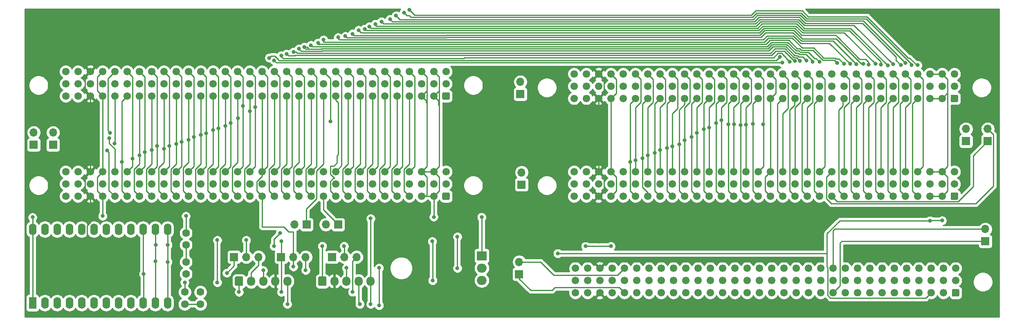
<source format=gbr>
%TF.GenerationSoftware,KiCad,Pcbnew,(5.1.10)-1*%
%TF.CreationDate,2022-04-01T18:04:23+02:00*%
%TF.ProjectId,Backplane,4261636b-706c-4616-9e65-2e6b69636164,rev?*%
%TF.SameCoordinates,Original*%
%TF.FileFunction,Copper,L1,Top*%
%TF.FilePolarity,Positive*%
%FSLAX46Y46*%
G04 Gerber Fmt 4.6, Leading zero omitted, Abs format (unit mm)*
G04 Created by KiCad (PCBNEW (5.1.10)-1) date 2022-04-01 18:04:23*
%MOMM*%
%LPD*%
G01*
G04 APERTURE LIST*
%TA.AperFunction,ComponentPad*%
%ADD10C,1.550000*%
%TD*%
%TA.AperFunction,ComponentPad*%
%ADD11C,1.600000*%
%TD*%
%TA.AperFunction,ComponentPad*%
%ADD12O,1.700000X1.700000*%
%TD*%
%TA.AperFunction,ComponentPad*%
%ADD13R,1.700000X1.700000*%
%TD*%
%TA.AperFunction,ComponentPad*%
%ADD14O,1.700000X1.950000*%
%TD*%
%TA.AperFunction,ComponentPad*%
%ADD15R,2.000000X1.905000*%
%TD*%
%TA.AperFunction,ComponentPad*%
%ADD16O,2.000000X1.905000*%
%TD*%
%TA.AperFunction,ComponentPad*%
%ADD17R,1.600000X2.400000*%
%TD*%
%TA.AperFunction,ComponentPad*%
%ADD18O,1.600000X2.400000*%
%TD*%
%TA.AperFunction,ViaPad*%
%ADD19C,0.800000*%
%TD*%
%TA.AperFunction,Conductor*%
%ADD20C,0.250000*%
%TD*%
%TA.AperFunction,Conductor*%
%ADD21C,0.254000*%
%TD*%
%TA.AperFunction,Conductor*%
%ADD22C,0.100000*%
%TD*%
G04 APERTURE END LIST*
%TO.P,J7,A1*%
%TO.N,N/C*%
%TA.AperFunction,ComponentPad*%
G36*
G01*
X130579550Y-100373000D02*
X131630450Y-100373000D01*
G75*
G02*
X131880000Y-100622550I0J-249550D01*
G01*
X131880000Y-101673450D01*
G75*
G02*
X131630450Y-101923000I-249550J0D01*
G01*
X130579550Y-101923000D01*
G75*
G02*
X130330000Y-101673450I0J249550D01*
G01*
X130330000Y-100622550D01*
G75*
G02*
X130579550Y-100373000I249550J0D01*
G01*
G37*
%TD.AperFunction*%
D10*
%TO.P,J7,A2*%
%TO.N,GND*%
X128565000Y-101148000D03*
%TO.P,J7,A3*%
X126025000Y-101148000D03*
%TO.P,J7,A4*%
%TO.N,Net-(J1-PadA4)*%
X123485000Y-101148000D03*
%TO.P,J7,A5*%
%TO.N,Net-(J1-PadA5)*%
X120945000Y-101148000D03*
%TO.P,J7,A6*%
%TO.N,Net-(J1-PadA6)*%
X118405000Y-101148000D03*
%TO.P,J7,A7*%
%TO.N,Net-(J1-PadA7)*%
X115865000Y-101148000D03*
%TO.P,J7,A8*%
%TO.N,Net-(J1-PadA8)*%
X113325000Y-101148000D03*
%TO.P,J7,A9*%
%TO.N,Net-(J1-PadA9)*%
X110785000Y-101148000D03*
%TO.P,J7,A10*%
%TO.N,Net-(J1-PadA10)*%
X108245000Y-101148000D03*
%TO.P,J7,A11*%
%TO.N,Net-(J7-PadA11)*%
X105705000Y-101148000D03*
%TO.P,J7,A12*%
%TO.N,Net-(J1-PadA12)*%
X103165000Y-101148000D03*
%TO.P,J7,A13*%
%TO.N,Net-(J1-PadA13)*%
X100625000Y-101148000D03*
%TO.P,J7,A14*%
%TO.N,Net-(J1-PadA14)*%
X98085000Y-101148000D03*
%TO.P,J7,A15*%
%TO.N,Net-(J1-PadA15)*%
X95545000Y-101148000D03*
%TO.P,J7,A16*%
%TO.N,-5V*%
X93005000Y-101148000D03*
%TO.P,J7,A17*%
%TO.N,Net-(J1-PadA17)*%
X90465000Y-101148000D03*
%TO.P,J7,A18*%
%TO.N,Net-(J1-PadA18)*%
X87925000Y-101148000D03*
%TO.P,J7,A19*%
%TO.N,Net-(J1-PadA19)*%
X85385000Y-101148000D03*
%TO.P,J7,A20*%
%TO.N,Net-(J1-PadA20)*%
X82845000Y-101148000D03*
%TO.P,J7,A21*%
%TO.N,Net-(J1-PadA21)*%
X80305000Y-101148000D03*
%TO.P,J7,A22*%
%TO.N,Net-(J1-PadA22)*%
X77765000Y-101148000D03*
%TO.P,J7,A23*%
%TO.N,Net-(J1-PadA23)*%
X75225000Y-101148000D03*
%TO.P,J7,A24*%
%TO.N,Net-(J1-PadA24)*%
X72685000Y-101148000D03*
%TO.P,J7,A25*%
%TO.N,Net-(J1-PadA25)*%
X70145000Y-101148000D03*
%TO.P,J7,A26*%
%TO.N,Net-(J1-PadA26)*%
X67605000Y-101148000D03*
%TO.P,J7,A27*%
%TO.N,Net-(J1-PadA27)*%
X65065000Y-101148000D03*
%TO.P,J7,A28*%
%TO.N,Net-(J7-PadA28)*%
X62525000Y-101148000D03*
%TO.P,J7,A29*%
%TO.N,+12P*%
X59985000Y-101148000D03*
%TO.P,J7,A30*%
%TO.N,+5P*%
X57445000Y-101148000D03*
%TO.P,J7,A31*%
%TO.N,N/C*%
X54905000Y-101148000D03*
%TO.P,J7,A32*%
X52365000Y-101148000D03*
%TO.P,J7,b1*%
X131105000Y-98608000D03*
%TO.P,J7,b2*%
X128565000Y-98608000D03*
%TO.P,J7,b3*%
X126025000Y-98608000D03*
%TO.P,J7,b4*%
X123485000Y-98608000D03*
%TO.P,J7,b5*%
X120945000Y-98608000D03*
%TO.P,J7,b6*%
X118405000Y-98608000D03*
%TO.P,J7,b7*%
X115865000Y-98608000D03*
%TO.P,J7,b8*%
X113325000Y-98608000D03*
%TO.P,J7,b9*%
X110785000Y-98608000D03*
%TO.P,J7,b10*%
X108245000Y-98608000D03*
%TO.P,J7,b11*%
X105705000Y-98608000D03*
%TO.P,J7,b12*%
X103165000Y-98608000D03*
%TO.P,J7,b13*%
X100625000Y-98608000D03*
%TO.P,J7,b14*%
X98085000Y-98608000D03*
%TO.P,J7,b15*%
X95545000Y-98608000D03*
%TO.P,J7,b16*%
X93005000Y-98608000D03*
%TO.P,J7,b17*%
X90465000Y-98608000D03*
%TO.P,J7,b18*%
X87925000Y-98608000D03*
%TO.P,J7,b19*%
X85385000Y-98608000D03*
%TO.P,J7,b20*%
X82845000Y-98608000D03*
%TO.P,J7,b21*%
X80305000Y-98608000D03*
%TO.P,J7,b22*%
X77765000Y-98608000D03*
%TO.P,J7,b23*%
X75225000Y-98608000D03*
%TO.P,J7,b24*%
X72685000Y-98608000D03*
%TO.P,J7,b25*%
X70145000Y-98608000D03*
%TO.P,J7,b26*%
X67605000Y-98608000D03*
%TO.P,J7,b27*%
X65065000Y-98608000D03*
%TO.P,J7,b28*%
X62525000Y-98608000D03*
%TO.P,J7,b29*%
X59985000Y-98608000D03*
%TO.P,J7,b30*%
X57445000Y-98608000D03*
%TO.P,J7,b31*%
X54905000Y-98608000D03*
%TO.P,J7,b32*%
X52365000Y-98608000D03*
%TO.P,J7,C1*%
X131105000Y-96068000D03*
%TO.P,J7,C2*%
%TO.N,GND*%
X128565000Y-96068000D03*
%TO.P,J7,C3*%
X126025000Y-96068000D03*
%TO.P,J7,C4*%
%TO.N,Net-(J1-PadC4)*%
X123485000Y-96068000D03*
%TO.P,J7,C5*%
%TO.N,Net-(J1-PadC5)*%
X120945000Y-96068000D03*
%TO.P,J7,C6*%
%TO.N,Net-(J1-PadC6)*%
X118405000Y-96068000D03*
%TO.P,J7,C7*%
%TO.N,Net-(J1-PadC7)*%
X115865000Y-96068000D03*
%TO.P,J7,C8*%
%TO.N,Net-(J1-PadC8)*%
X113325000Y-96068000D03*
%TO.P,J7,C9*%
%TO.N,Net-(J1-PadC9)*%
X110785000Y-96068000D03*
%TO.P,J7,C10*%
%TO.N,Net-(J1-PadC10)*%
X108245000Y-96068000D03*
%TO.P,J7,C11*%
%TO.N,Net-(J7-PadC11)*%
X105705000Y-96068000D03*
%TO.P,J7,C12*%
%TO.N,Net-(J1-PadC12)*%
X103165000Y-96068000D03*
%TO.P,J7,C13*%
%TO.N,Net-(J1-PadC13)*%
X100625000Y-96068000D03*
%TO.P,J7,C14*%
%TO.N,Net-(J1-PadC14)*%
X98085000Y-96068000D03*
%TO.P,J7,C15*%
%TO.N,Net-(J1-PadC15)*%
X95545000Y-96068000D03*
%TO.P,J7,C16*%
%TO.N,-5V*%
X93005000Y-96068000D03*
%TO.P,J7,C17*%
%TO.N,Net-(J1-PadC17)*%
X90465000Y-96068000D03*
%TO.P,J7,C18*%
%TO.N,Net-(J1-PadC18)*%
X87925000Y-96068000D03*
%TO.P,J7,C19*%
%TO.N,Net-(J1-PadC19)*%
X85385000Y-96068000D03*
%TO.P,J7,C20*%
%TO.N,Net-(J1-PadC20)*%
X82845000Y-96068000D03*
%TO.P,J7,C21*%
%TO.N,Net-(J1-PadC21)*%
X80305000Y-96068000D03*
%TO.P,J7,C22*%
%TO.N,Net-(J1-PadC22)*%
X77765000Y-96068000D03*
%TO.P,J7,C23*%
%TO.N,Net-(J1-PadC23)*%
X75225000Y-96068000D03*
%TO.P,J7,C24*%
%TO.N,Net-(J1-PadC24)*%
X72685000Y-96068000D03*
%TO.P,J7,C25*%
%TO.N,Net-(J1-PadC25)*%
X70145000Y-96068000D03*
%TO.P,J7,C26*%
%TO.N,Net-(J1-PadC26)*%
X67605000Y-96068000D03*
%TO.P,J7,C27*%
%TO.N,Net-(J1-PadC27)*%
X65065000Y-96068000D03*
%TO.P,J7,C28*%
%TO.N,Net-(J7-PadC28)*%
X62525000Y-96068000D03*
%TO.P,J7,C29*%
%TO.N,+12P*%
X59985000Y-96068000D03*
%TO.P,J7,C30*%
%TO.N,+5P*%
X57445000Y-96068000D03*
%TO.P,J7,C31*%
%TO.N,N/C*%
X54905000Y-96068000D03*
%TO.P,J7,C32*%
X52365000Y-96068000D03*
%TD*%
D11*
%TO.P,C1001,1*%
%TO.N,-12V*%
X77000000Y-141750000D03*
%TO.P,C1001,2*%
%TO.N,GND*%
X77000000Y-144250000D03*
%TD*%
%TO.P,C1002,2*%
%TO.N,GND*%
X80250000Y-144250000D03*
%TO.P,C1002,1*%
%TO.N,Net-(C1002-Pad1)*%
X80250000Y-141750000D03*
%TD*%
%TO.P,C1003,2*%
%TO.N,GND*%
X77250000Y-132000000D03*
%TO.P,C1003,1*%
%TO.N,+12P*%
X77250000Y-129500000D03*
%TD*%
%TO.P,C1004,1*%
%TO.N,Net-(C1004-Pad1)*%
X77250000Y-138000000D03*
%TO.P,C1004,2*%
%TO.N,GND*%
X77250000Y-135500000D03*
%TD*%
D10*
%TO.P,J1,C32*%
%TO.N,N/C*%
X157865000Y-136818000D03*
%TO.P,J1,C31*%
X160405000Y-136818000D03*
%TO.P,J1,C30*%
%TO.N,+5P*%
X162945000Y-136818000D03*
%TO.P,J1,C29*%
%TO.N,+12P*%
X165485000Y-136818000D03*
%TO.P,J1,C28*%
%TO.N,Net-(J1-PadC28)*%
X168025000Y-136818000D03*
%TO.P,J1,C27*%
%TO.N,Net-(J1-PadC27)*%
X170565000Y-136818000D03*
%TO.P,J1,C26*%
%TO.N,Net-(J1-PadC26)*%
X173105000Y-136818000D03*
%TO.P,J1,C25*%
%TO.N,Net-(J1-PadC25)*%
X175645000Y-136818000D03*
%TO.P,J1,C24*%
%TO.N,Net-(J1-PadC24)*%
X178185000Y-136818000D03*
%TO.P,J1,C23*%
%TO.N,Net-(J1-PadC23)*%
X180725000Y-136818000D03*
%TO.P,J1,C22*%
%TO.N,Net-(J1-PadC22)*%
X183265000Y-136818000D03*
%TO.P,J1,C21*%
%TO.N,Net-(J1-PadC21)*%
X185805000Y-136818000D03*
%TO.P,J1,C20*%
%TO.N,Net-(J1-PadC20)*%
X188345000Y-136818000D03*
%TO.P,J1,C19*%
%TO.N,Net-(J1-PadC19)*%
X190885000Y-136818000D03*
%TO.P,J1,C18*%
%TO.N,Net-(J1-PadC18)*%
X193425000Y-136818000D03*
%TO.P,J1,C17*%
%TO.N,Net-(J1-PadC17)*%
X195965000Y-136818000D03*
%TO.P,J1,C16*%
%TO.N,-5V*%
X198505000Y-136818000D03*
%TO.P,J1,C15*%
%TO.N,Net-(J1-PadC15)*%
X201045000Y-136818000D03*
%TO.P,J1,C14*%
%TO.N,Net-(J1-PadC14)*%
X203585000Y-136818000D03*
%TO.P,J1,C13*%
%TO.N,Net-(J1-PadC13)*%
X206125000Y-136818000D03*
%TO.P,J1,C12*%
%TO.N,Net-(J1-PadC12)*%
X208665000Y-136818000D03*
%TO.P,J1,C11*%
%TO.N,Net-(J1-PadC11)*%
X211205000Y-136818000D03*
%TO.P,J1,C10*%
%TO.N,Net-(J1-PadC10)*%
X213745000Y-136818000D03*
%TO.P,J1,C9*%
%TO.N,Net-(J1-PadC9)*%
X216285000Y-136818000D03*
%TO.P,J1,C8*%
%TO.N,Net-(J1-PadC8)*%
X218825000Y-136818000D03*
%TO.P,J1,C7*%
%TO.N,Net-(J1-PadC7)*%
X221365000Y-136818000D03*
%TO.P,J1,C6*%
%TO.N,Net-(J1-PadC6)*%
X223905000Y-136818000D03*
%TO.P,J1,C5*%
%TO.N,Net-(J1-PadC5)*%
X226445000Y-136818000D03*
%TO.P,J1,C4*%
%TO.N,Net-(J1-PadC4)*%
X228985000Y-136818000D03*
%TO.P,J1,C3*%
%TO.N,GND*%
X231525000Y-136818000D03*
%TO.P,J1,C2*%
X234065000Y-136818000D03*
%TO.P,J1,C1*%
%TO.N,N/C*%
X236605000Y-136818000D03*
%TO.P,J1,b32*%
X157865000Y-139358000D03*
%TO.P,J1,b31*%
X160405000Y-139358000D03*
%TO.P,J1,b30*%
X162945000Y-139358000D03*
%TO.P,J1,b29*%
X165485000Y-139358000D03*
%TO.P,J1,b28*%
X168025000Y-139358000D03*
%TO.P,J1,b27*%
X170565000Y-139358000D03*
%TO.P,J1,b26*%
X173105000Y-139358000D03*
%TO.P,J1,b25*%
X175645000Y-139358000D03*
%TO.P,J1,b24*%
X178185000Y-139358000D03*
%TO.P,J1,b23*%
X180725000Y-139358000D03*
%TO.P,J1,b22*%
X183265000Y-139358000D03*
%TO.P,J1,b21*%
X185805000Y-139358000D03*
%TO.P,J1,b20*%
X188345000Y-139358000D03*
%TO.P,J1,b19*%
X190885000Y-139358000D03*
%TO.P,J1,b18*%
X193425000Y-139358000D03*
%TO.P,J1,b17*%
X195965000Y-139358000D03*
%TO.P,J1,b16*%
X198505000Y-139358000D03*
%TO.P,J1,b15*%
X201045000Y-139358000D03*
%TO.P,J1,b14*%
X203585000Y-139358000D03*
%TO.P,J1,b13*%
X206125000Y-139358000D03*
%TO.P,J1,b12*%
X208665000Y-139358000D03*
%TO.P,J1,b11*%
X211205000Y-139358000D03*
%TO.P,J1,b10*%
X213745000Y-139358000D03*
%TO.P,J1,b9*%
X216285000Y-139358000D03*
%TO.P,J1,b8*%
X218825000Y-139358000D03*
%TO.P,J1,b7*%
X221365000Y-139358000D03*
%TO.P,J1,b6*%
X223905000Y-139358000D03*
%TO.P,J1,b5*%
X226445000Y-139358000D03*
%TO.P,J1,b4*%
X228985000Y-139358000D03*
%TO.P,J1,b3*%
X231525000Y-139358000D03*
%TO.P,J1,b2*%
X234065000Y-139358000D03*
%TO.P,J1,b1*%
X236605000Y-139358000D03*
%TO.P,J1,A32*%
X157865000Y-141898000D03*
%TO.P,J1,A31*%
X160405000Y-141898000D03*
%TO.P,J1,A30*%
%TO.N,+5P*%
X162945000Y-141898000D03*
%TO.P,J1,A29*%
%TO.N,+12P*%
X165485000Y-141898000D03*
%TO.P,J1,A28*%
%TO.N,Net-(J1-PadA28)*%
X168025000Y-141898000D03*
%TO.P,J1,A27*%
%TO.N,Net-(J1-PadA27)*%
X170565000Y-141898000D03*
%TO.P,J1,A26*%
%TO.N,Net-(J1-PadA26)*%
X173105000Y-141898000D03*
%TO.P,J1,A25*%
%TO.N,Net-(J1-PadA25)*%
X175645000Y-141898000D03*
%TO.P,J1,A24*%
%TO.N,Net-(J1-PadA24)*%
X178185000Y-141898000D03*
%TO.P,J1,A23*%
%TO.N,Net-(J1-PadA23)*%
X180725000Y-141898000D03*
%TO.P,J1,A22*%
%TO.N,Net-(J1-PadA22)*%
X183265000Y-141898000D03*
%TO.P,J1,A21*%
%TO.N,Net-(J1-PadA21)*%
X185805000Y-141898000D03*
%TO.P,J1,A20*%
%TO.N,Net-(J1-PadA20)*%
X188345000Y-141898000D03*
%TO.P,J1,A19*%
%TO.N,Net-(J1-PadA19)*%
X190885000Y-141898000D03*
%TO.P,J1,A18*%
%TO.N,Net-(J1-PadA18)*%
X193425000Y-141898000D03*
%TO.P,J1,A17*%
%TO.N,Net-(J1-PadA17)*%
X195965000Y-141898000D03*
%TO.P,J1,A16*%
%TO.N,-5V*%
X198505000Y-141898000D03*
%TO.P,J1,A15*%
%TO.N,Net-(J1-PadA15)*%
X201045000Y-141898000D03*
%TO.P,J1,A14*%
%TO.N,Net-(J1-PadA14)*%
X203585000Y-141898000D03*
%TO.P,J1,A13*%
%TO.N,Net-(J1-PadA13)*%
X206125000Y-141898000D03*
%TO.P,J1,A12*%
%TO.N,Net-(J1-PadA12)*%
X208665000Y-141898000D03*
%TO.P,J1,A11*%
%TO.N,Net-(J1-PadA11)*%
X211205000Y-141898000D03*
%TO.P,J1,A10*%
%TO.N,Net-(J1-PadA10)*%
X213745000Y-141898000D03*
%TO.P,J1,A9*%
%TO.N,Net-(J1-PadA9)*%
X216285000Y-141898000D03*
%TO.P,J1,A8*%
%TO.N,Net-(J1-PadA8)*%
X218825000Y-141898000D03*
%TO.P,J1,A7*%
%TO.N,Net-(J1-PadA7)*%
X221365000Y-141898000D03*
%TO.P,J1,A6*%
%TO.N,Net-(J1-PadA6)*%
X223905000Y-141898000D03*
%TO.P,J1,A5*%
%TO.N,Net-(J1-PadA5)*%
X226445000Y-141898000D03*
%TO.P,J1,A4*%
%TO.N,Net-(J1-PadA4)*%
X228985000Y-141898000D03*
%TO.P,J1,A3*%
%TO.N,GND*%
X231525000Y-141898000D03*
%TO.P,J1,A2*%
X234065000Y-141898000D03*
%TO.P,J1,A1*%
%TO.N,N/C*%
%TA.AperFunction,ComponentPad*%
G36*
G01*
X236079550Y-141123000D02*
X237130450Y-141123000D01*
G75*
G02*
X237380000Y-141372550I0J-249550D01*
G01*
X237380000Y-142423450D01*
G75*
G02*
X237130450Y-142673000I-249550J0D01*
G01*
X236079550Y-142673000D01*
G75*
G02*
X235830000Y-142423450I0J249550D01*
G01*
X235830000Y-141372550D01*
G75*
G02*
X236079550Y-141123000I249550J0D01*
G01*
G37*
%TD.AperFunction*%
%TD*%
D12*
%TO.P,J2,2*%
%TO.N,Net-(J1-PadC11)*%
X242750000Y-128710000D03*
D13*
%TO.P,J2,1*%
%TO.N,Net-(J1-PadA11)*%
X242750000Y-131250000D03*
%TD*%
D12*
%TO.P,J3,2*%
%TO.N,Net-(J1-PadC28)*%
X146250000Y-135500000D03*
D13*
%TO.P,J3,1*%
%TO.N,Net-(J1-PadA28)*%
X146250000Y-138040000D03*
%TD*%
%TO.P,J4,A1*%
%TO.N,N/C*%
%TA.AperFunction,ComponentPad*%
G36*
G01*
X235829550Y-100873000D02*
X236880450Y-100873000D01*
G75*
G02*
X237130000Y-101122550I0J-249550D01*
G01*
X237130000Y-102173450D01*
G75*
G02*
X236880450Y-102423000I-249550J0D01*
G01*
X235829550Y-102423000D01*
G75*
G02*
X235580000Y-102173450I0J249550D01*
G01*
X235580000Y-101122550D01*
G75*
G02*
X235829550Y-100873000I249550J0D01*
G01*
G37*
%TD.AperFunction*%
D10*
%TO.P,J4,A2*%
%TO.N,GND*%
X233815000Y-101648000D03*
%TO.P,J4,A3*%
X231275000Y-101648000D03*
%TO.P,J4,A4*%
%TO.N,Net-(J1-PadA4)*%
X228735000Y-101648000D03*
%TO.P,J4,A5*%
%TO.N,Net-(J1-PadA5)*%
X226195000Y-101648000D03*
%TO.P,J4,A6*%
%TO.N,Net-(J1-PadA6)*%
X223655000Y-101648000D03*
%TO.P,J4,A7*%
%TO.N,Net-(J1-PadA7)*%
X221115000Y-101648000D03*
%TO.P,J4,A8*%
%TO.N,Net-(J1-PadA8)*%
X218575000Y-101648000D03*
%TO.P,J4,A9*%
%TO.N,Net-(J1-PadA9)*%
X216035000Y-101648000D03*
%TO.P,J4,A10*%
%TO.N,Net-(J1-PadA10)*%
X213495000Y-101648000D03*
%TO.P,J4,A11*%
%TO.N,Net-(J4-PadA11)*%
X210955000Y-101648000D03*
%TO.P,J4,A12*%
%TO.N,Net-(J1-PadA12)*%
X208415000Y-101648000D03*
%TO.P,J4,A13*%
%TO.N,Net-(J1-PadA13)*%
X205875000Y-101648000D03*
%TO.P,J4,A14*%
%TO.N,Net-(J1-PadA14)*%
X203335000Y-101648000D03*
%TO.P,J4,A15*%
%TO.N,Net-(J1-PadA15)*%
X200795000Y-101648000D03*
%TO.P,J4,A16*%
%TO.N,-5V*%
X198255000Y-101648000D03*
%TO.P,J4,A17*%
%TO.N,Net-(J1-PadA17)*%
X195715000Y-101648000D03*
%TO.P,J4,A18*%
%TO.N,Net-(J1-PadA18)*%
X193175000Y-101648000D03*
%TO.P,J4,A19*%
%TO.N,Net-(J1-PadA19)*%
X190635000Y-101648000D03*
%TO.P,J4,A20*%
%TO.N,Net-(J1-PadA20)*%
X188095000Y-101648000D03*
%TO.P,J4,A21*%
%TO.N,Net-(J1-PadA21)*%
X185555000Y-101648000D03*
%TO.P,J4,A22*%
%TO.N,Net-(J1-PadA22)*%
X183015000Y-101648000D03*
%TO.P,J4,A23*%
%TO.N,Net-(J1-PadA23)*%
X180475000Y-101648000D03*
%TO.P,J4,A24*%
%TO.N,Net-(J1-PadA24)*%
X177935000Y-101648000D03*
%TO.P,J4,A25*%
%TO.N,Net-(J1-PadA25)*%
X175395000Y-101648000D03*
%TO.P,J4,A26*%
%TO.N,Net-(J1-PadA26)*%
X172855000Y-101648000D03*
%TO.P,J4,A27*%
%TO.N,Net-(J1-PadA27)*%
X170315000Y-101648000D03*
%TO.P,J4,A28*%
%TO.N,Net-(J4-PadA28)*%
X167775000Y-101648000D03*
%TO.P,J4,A29*%
%TO.N,+12P*%
X165235000Y-101648000D03*
%TO.P,J4,A30*%
%TO.N,+5P*%
X162695000Y-101648000D03*
%TO.P,J4,A31*%
%TO.N,N/C*%
X160155000Y-101648000D03*
%TO.P,J4,A32*%
X157615000Y-101648000D03*
%TO.P,J4,b1*%
X236355000Y-99108000D03*
%TO.P,J4,b2*%
X233815000Y-99108000D03*
%TO.P,J4,b3*%
X231275000Y-99108000D03*
%TO.P,J4,b4*%
X228735000Y-99108000D03*
%TO.P,J4,b5*%
X226195000Y-99108000D03*
%TO.P,J4,b6*%
X223655000Y-99108000D03*
%TO.P,J4,b7*%
X221115000Y-99108000D03*
%TO.P,J4,b8*%
X218575000Y-99108000D03*
%TO.P,J4,b9*%
X216035000Y-99108000D03*
%TO.P,J4,b10*%
X213495000Y-99108000D03*
%TO.P,J4,b11*%
X210955000Y-99108000D03*
%TO.P,J4,b12*%
X208415000Y-99108000D03*
%TO.P,J4,b13*%
X205875000Y-99108000D03*
%TO.P,J4,b14*%
X203335000Y-99108000D03*
%TO.P,J4,b15*%
X200795000Y-99108000D03*
%TO.P,J4,b16*%
X198255000Y-99108000D03*
%TO.P,J4,b17*%
X195715000Y-99108000D03*
%TO.P,J4,b18*%
X193175000Y-99108000D03*
%TO.P,J4,b19*%
X190635000Y-99108000D03*
%TO.P,J4,b20*%
X188095000Y-99108000D03*
%TO.P,J4,b21*%
X185555000Y-99108000D03*
%TO.P,J4,b22*%
X183015000Y-99108000D03*
%TO.P,J4,b23*%
X180475000Y-99108000D03*
%TO.P,J4,b24*%
X177935000Y-99108000D03*
%TO.P,J4,b25*%
X175395000Y-99108000D03*
%TO.P,J4,b26*%
X172855000Y-99108000D03*
%TO.P,J4,b27*%
X170315000Y-99108000D03*
%TO.P,J4,b28*%
X167775000Y-99108000D03*
%TO.P,J4,b29*%
X165235000Y-99108000D03*
%TO.P,J4,b30*%
X162695000Y-99108000D03*
%TO.P,J4,b31*%
X160155000Y-99108000D03*
%TO.P,J4,b32*%
X157615000Y-99108000D03*
%TO.P,J4,C1*%
X236355000Y-96568000D03*
%TO.P,J4,C2*%
%TO.N,GND*%
X233815000Y-96568000D03*
%TO.P,J4,C3*%
X231275000Y-96568000D03*
%TO.P,J4,C4*%
%TO.N,Net-(J1-PadC4)*%
X228735000Y-96568000D03*
%TO.P,J4,C5*%
%TO.N,Net-(J1-PadC5)*%
X226195000Y-96568000D03*
%TO.P,J4,C6*%
%TO.N,Net-(J1-PadC6)*%
X223655000Y-96568000D03*
%TO.P,J4,C7*%
%TO.N,Net-(J1-PadC7)*%
X221115000Y-96568000D03*
%TO.P,J4,C8*%
%TO.N,Net-(J1-PadC8)*%
X218575000Y-96568000D03*
%TO.P,J4,C9*%
%TO.N,Net-(J1-PadC9)*%
X216035000Y-96568000D03*
%TO.P,J4,C10*%
%TO.N,Net-(J1-PadC10)*%
X213495000Y-96568000D03*
%TO.P,J4,C11*%
%TO.N,Net-(J4-PadC11)*%
X210955000Y-96568000D03*
%TO.P,J4,C12*%
%TO.N,Net-(J1-PadC12)*%
X208415000Y-96568000D03*
%TO.P,J4,C13*%
%TO.N,Net-(J1-PadC13)*%
X205875000Y-96568000D03*
%TO.P,J4,C14*%
%TO.N,Net-(J1-PadC14)*%
X203335000Y-96568000D03*
%TO.P,J4,C15*%
%TO.N,Net-(J1-PadC15)*%
X200795000Y-96568000D03*
%TO.P,J4,C16*%
%TO.N,-5V*%
X198255000Y-96568000D03*
%TO.P,J4,C17*%
%TO.N,Net-(J1-PadC17)*%
X195715000Y-96568000D03*
%TO.P,J4,C18*%
%TO.N,Net-(J1-PadC18)*%
X193175000Y-96568000D03*
%TO.P,J4,C19*%
%TO.N,Net-(J1-PadC19)*%
X190635000Y-96568000D03*
%TO.P,J4,C20*%
%TO.N,Net-(J1-PadC20)*%
X188095000Y-96568000D03*
%TO.P,J4,C21*%
%TO.N,Net-(J1-PadC21)*%
X185555000Y-96568000D03*
%TO.P,J4,C22*%
%TO.N,Net-(J1-PadC22)*%
X183015000Y-96568000D03*
%TO.P,J4,C23*%
%TO.N,Net-(J1-PadC23)*%
X180475000Y-96568000D03*
%TO.P,J4,C24*%
%TO.N,Net-(J1-PadC24)*%
X177935000Y-96568000D03*
%TO.P,J4,C25*%
%TO.N,Net-(J1-PadC25)*%
X175395000Y-96568000D03*
%TO.P,J4,C26*%
%TO.N,Net-(J1-PadC26)*%
X172855000Y-96568000D03*
%TO.P,J4,C27*%
%TO.N,Net-(J1-PadC27)*%
X170315000Y-96568000D03*
%TO.P,J4,C28*%
%TO.N,Net-(J4-PadC28)*%
X167775000Y-96568000D03*
%TO.P,J4,C29*%
%TO.N,+12P*%
X165235000Y-96568000D03*
%TO.P,J4,C30*%
%TO.N,+5P*%
X162695000Y-96568000D03*
%TO.P,J4,C31*%
%TO.N,N/C*%
X160155000Y-96568000D03*
%TO.P,J4,C32*%
X157615000Y-96568000D03*
%TD*%
D13*
%TO.P,J5,1*%
%TO.N,Net-(J4-PadA11)*%
X238750000Y-110500000D03*
D12*
%TO.P,J5,2*%
%TO.N,Net-(J4-PadC11)*%
X238750000Y-107960000D03*
%TD*%
D13*
%TO.P,J6,1*%
%TO.N,Net-(J4-PadA28)*%
X146500000Y-100750000D03*
D12*
%TO.P,J6,2*%
%TO.N,Net-(J4-PadC28)*%
X146500000Y-98210000D03*
%TD*%
%TO.P,J8,2*%
%TO.N,Net-(J7-PadC11)*%
X99710000Y-127750000D03*
D13*
%TO.P,J8,1*%
%TO.N,Net-(J7-PadA11)*%
X102250000Y-127750000D03*
%TD*%
%TO.P,J9,1*%
%TO.N,Net-(J7-PadA28)*%
X49750000Y-111250000D03*
D12*
%TO.P,J9,2*%
%TO.N,Net-(J7-PadC28)*%
X49750000Y-108710000D03*
%TD*%
D10*
%TO.P,J10,C32*%
%TO.N,N/C*%
X52365000Y-116818000D03*
%TO.P,J10,C31*%
X54905000Y-116818000D03*
%TO.P,J10,C30*%
%TO.N,+5P*%
X57445000Y-116818000D03*
%TO.P,J10,C29*%
%TO.N,+12P*%
X59985000Y-116818000D03*
%TO.P,J10,C28*%
%TO.N,Net-(J10-PadC28)*%
X62525000Y-116818000D03*
%TO.P,J10,C27*%
%TO.N,Net-(J1-PadC27)*%
X65065000Y-116818000D03*
%TO.P,J10,C26*%
%TO.N,Net-(J1-PadC26)*%
X67605000Y-116818000D03*
%TO.P,J10,C25*%
%TO.N,Net-(J1-PadC25)*%
X70145000Y-116818000D03*
%TO.P,J10,C24*%
%TO.N,Net-(J1-PadC24)*%
X72685000Y-116818000D03*
%TO.P,J10,C23*%
%TO.N,Net-(J1-PadC23)*%
X75225000Y-116818000D03*
%TO.P,J10,C22*%
%TO.N,Net-(J1-PadC22)*%
X77765000Y-116818000D03*
%TO.P,J10,C21*%
%TO.N,Net-(J1-PadC21)*%
X80305000Y-116818000D03*
%TO.P,J10,C20*%
%TO.N,Net-(J1-PadC20)*%
X82845000Y-116818000D03*
%TO.P,J10,C19*%
%TO.N,Net-(J1-PadC19)*%
X85385000Y-116818000D03*
%TO.P,J10,C18*%
%TO.N,Net-(J1-PadC18)*%
X87925000Y-116818000D03*
%TO.P,J10,C17*%
%TO.N,Net-(J1-PadC17)*%
X90465000Y-116818000D03*
%TO.P,J10,C16*%
%TO.N,-5V*%
X93005000Y-116818000D03*
%TO.P,J10,C15*%
%TO.N,Net-(J1-PadC15)*%
X95545000Y-116818000D03*
%TO.P,J10,C14*%
%TO.N,Net-(J1-PadC14)*%
X98085000Y-116818000D03*
%TO.P,J10,C13*%
%TO.N,Net-(J1-PadC13)*%
X100625000Y-116818000D03*
%TO.P,J10,C12*%
%TO.N,Net-(J1-PadC12)*%
X103165000Y-116818000D03*
%TO.P,J10,C11*%
%TO.N,Net-(J10-PadC11)*%
X105705000Y-116818000D03*
%TO.P,J10,C10*%
%TO.N,Net-(J1-PadC10)*%
X108245000Y-116818000D03*
%TO.P,J10,C9*%
%TO.N,Net-(J1-PadC9)*%
X110785000Y-116818000D03*
%TO.P,J10,C8*%
%TO.N,Net-(J1-PadC8)*%
X113325000Y-116818000D03*
%TO.P,J10,C7*%
%TO.N,Net-(J1-PadC7)*%
X115865000Y-116818000D03*
%TO.P,J10,C6*%
%TO.N,Net-(J1-PadC6)*%
X118405000Y-116818000D03*
%TO.P,J10,C5*%
%TO.N,Net-(J1-PadC5)*%
X120945000Y-116818000D03*
%TO.P,J10,C4*%
%TO.N,Net-(J1-PadC4)*%
X123485000Y-116818000D03*
%TO.P,J10,C3*%
%TO.N,GND*%
X126025000Y-116818000D03*
%TO.P,J10,C2*%
X128565000Y-116818000D03*
%TO.P,J10,C1*%
%TO.N,N/C*%
X131105000Y-116818000D03*
%TO.P,J10,b32*%
X52365000Y-119358000D03*
%TO.P,J10,b31*%
X54905000Y-119358000D03*
%TO.P,J10,b30*%
X57445000Y-119358000D03*
%TO.P,J10,b29*%
X59985000Y-119358000D03*
%TO.P,J10,b28*%
X62525000Y-119358000D03*
%TO.P,J10,b27*%
X65065000Y-119358000D03*
%TO.P,J10,b26*%
X67605000Y-119358000D03*
%TO.P,J10,b25*%
X70145000Y-119358000D03*
%TO.P,J10,b24*%
X72685000Y-119358000D03*
%TO.P,J10,b23*%
X75225000Y-119358000D03*
%TO.P,J10,b22*%
X77765000Y-119358000D03*
%TO.P,J10,b21*%
X80305000Y-119358000D03*
%TO.P,J10,b20*%
X82845000Y-119358000D03*
%TO.P,J10,b19*%
X85385000Y-119358000D03*
%TO.P,J10,b18*%
X87925000Y-119358000D03*
%TO.P,J10,b17*%
X90465000Y-119358000D03*
%TO.P,J10,b16*%
X93005000Y-119358000D03*
%TO.P,J10,b15*%
X95545000Y-119358000D03*
%TO.P,J10,b14*%
X98085000Y-119358000D03*
%TO.P,J10,b13*%
X100625000Y-119358000D03*
%TO.P,J10,b12*%
X103165000Y-119358000D03*
%TO.P,J10,b11*%
X105705000Y-119358000D03*
%TO.P,J10,b10*%
X108245000Y-119358000D03*
%TO.P,J10,b9*%
X110785000Y-119358000D03*
%TO.P,J10,b8*%
X113325000Y-119358000D03*
%TO.P,J10,b7*%
X115865000Y-119358000D03*
%TO.P,J10,b6*%
X118405000Y-119358000D03*
%TO.P,J10,b5*%
X120945000Y-119358000D03*
%TO.P,J10,b4*%
X123485000Y-119358000D03*
%TO.P,J10,b3*%
X126025000Y-119358000D03*
%TO.P,J10,b2*%
X128565000Y-119358000D03*
%TO.P,J10,b1*%
X131105000Y-119358000D03*
%TO.P,J10,A32*%
X52365000Y-121898000D03*
%TO.P,J10,A31*%
X54905000Y-121898000D03*
%TO.P,J10,A30*%
%TO.N,+5P*%
X57445000Y-121898000D03*
%TO.P,J10,A29*%
%TO.N,+12P*%
X59985000Y-121898000D03*
%TO.P,J10,A28*%
%TO.N,Net-(J10-PadA28)*%
X62525000Y-121898000D03*
%TO.P,J10,A27*%
%TO.N,Net-(J1-PadA27)*%
X65065000Y-121898000D03*
%TO.P,J10,A26*%
%TO.N,Net-(J1-PadA26)*%
X67605000Y-121898000D03*
%TO.P,J10,A25*%
%TO.N,Net-(J1-PadA25)*%
X70145000Y-121898000D03*
%TO.P,J10,A24*%
%TO.N,Net-(J1-PadA24)*%
X72685000Y-121898000D03*
%TO.P,J10,A23*%
%TO.N,Net-(J1-PadA23)*%
X75225000Y-121898000D03*
%TO.P,J10,A22*%
%TO.N,Net-(J1-PadA22)*%
X77765000Y-121898000D03*
%TO.P,J10,A21*%
%TO.N,Net-(J1-PadA21)*%
X80305000Y-121898000D03*
%TO.P,J10,A20*%
%TO.N,Net-(J1-PadA20)*%
X82845000Y-121898000D03*
%TO.P,J10,A19*%
%TO.N,Net-(J1-PadA19)*%
X85385000Y-121898000D03*
%TO.P,J10,A18*%
%TO.N,Net-(J1-PadA18)*%
X87925000Y-121898000D03*
%TO.P,J10,A17*%
%TO.N,Net-(J1-PadA17)*%
X90465000Y-121898000D03*
%TO.P,J10,A16*%
%TO.N,-5V*%
X93005000Y-121898000D03*
%TO.P,J10,A15*%
%TO.N,Net-(J1-PadA15)*%
X95545000Y-121898000D03*
%TO.P,J10,A14*%
%TO.N,Net-(J1-PadA14)*%
X98085000Y-121898000D03*
%TO.P,J10,A13*%
%TO.N,Net-(J1-PadA13)*%
X100625000Y-121898000D03*
%TO.P,J10,A12*%
%TO.N,Net-(J1-PadA12)*%
X103165000Y-121898000D03*
%TO.P,J10,A11*%
%TO.N,Net-(J10-PadA11)*%
X105705000Y-121898000D03*
%TO.P,J10,A10*%
%TO.N,Net-(J1-PadA10)*%
X108245000Y-121898000D03*
%TO.P,J10,A9*%
%TO.N,Net-(J1-PadA9)*%
X110785000Y-121898000D03*
%TO.P,J10,A8*%
%TO.N,Net-(J1-PadA8)*%
X113325000Y-121898000D03*
%TO.P,J10,A7*%
%TO.N,Net-(J1-PadA7)*%
X115865000Y-121898000D03*
%TO.P,J10,A6*%
%TO.N,Net-(J1-PadA6)*%
X118405000Y-121898000D03*
%TO.P,J10,A5*%
%TO.N,Net-(J1-PadA5)*%
X120945000Y-121898000D03*
%TO.P,J10,A4*%
%TO.N,Net-(J1-PadA4)*%
X123485000Y-121898000D03*
%TO.P,J10,A3*%
%TO.N,GND*%
X126025000Y-121898000D03*
%TO.P,J10,A2*%
X128565000Y-121898000D03*
%TO.P,J10,A1*%
%TO.N,N/C*%
%TA.AperFunction,ComponentPad*%
G36*
G01*
X130579550Y-121123000D02*
X131630450Y-121123000D01*
G75*
G02*
X131880000Y-121372550I0J-249550D01*
G01*
X131880000Y-122423450D01*
G75*
G02*
X131630450Y-122673000I-249550J0D01*
G01*
X130579550Y-122673000D01*
G75*
G02*
X130330000Y-122423450I0J249550D01*
G01*
X130330000Y-121372550D01*
G75*
G02*
X130579550Y-121123000I249550J0D01*
G01*
G37*
%TD.AperFunction*%
%TD*%
D12*
%TO.P,J11,2*%
%TO.N,Net-(J10-PadC11)*%
X106210000Y-127750000D03*
D13*
%TO.P,J11,1*%
%TO.N,Net-(J10-PadA11)*%
X108750000Y-127750000D03*
%TD*%
D12*
%TO.P,J12,2*%
%TO.N,Net-(J10-PadC28)*%
X45750000Y-108710000D03*
D13*
%TO.P,J12,1*%
%TO.N,Net-(J10-PadA28)*%
X45750000Y-111250000D03*
%TD*%
%TO.P,J13,1*%
%TO.N,+12P*%
%TA.AperFunction,ComponentPad*%
G36*
G01*
X104650000Y-140225000D02*
X104650000Y-138775000D01*
G75*
G02*
X104900000Y-138525000I250000J0D01*
G01*
X106100000Y-138525000D01*
G75*
G02*
X106350000Y-138775000I0J-250000D01*
G01*
X106350000Y-140225000D01*
G75*
G02*
X106100000Y-140475000I-250000J0D01*
G01*
X104900000Y-140475000D01*
G75*
G02*
X104650000Y-140225000I0J250000D01*
G01*
G37*
%TD.AperFunction*%
D14*
%TO.P,J13,2*%
%TO.N,+5P*%
X108000000Y-139500000D03*
%TO.P,J13,3*%
%TO.N,-5V*%
X110500000Y-139500000D03*
%TO.P,J13,4*%
%TO.N,GND*%
X113000000Y-139500000D03*
%TO.P,J13,5*%
X115500000Y-139500000D03*
%TD*%
%TO.P,J14,A1*%
%TO.N,N/C*%
%TA.AperFunction,ComponentPad*%
G36*
G01*
X235829550Y-121123000D02*
X236880450Y-121123000D01*
G75*
G02*
X237130000Y-121372550I0J-249550D01*
G01*
X237130000Y-122423450D01*
G75*
G02*
X236880450Y-122673000I-249550J0D01*
G01*
X235829550Y-122673000D01*
G75*
G02*
X235580000Y-122423450I0J249550D01*
G01*
X235580000Y-121372550D01*
G75*
G02*
X235829550Y-121123000I249550J0D01*
G01*
G37*
%TD.AperFunction*%
D10*
%TO.P,J14,A2*%
%TO.N,GND*%
X233815000Y-121898000D03*
%TO.P,J14,A3*%
X231275000Y-121898000D03*
%TO.P,J14,A4*%
%TO.N,Net-(J1-PadA4)*%
X228735000Y-121898000D03*
%TO.P,J14,A5*%
%TO.N,Net-(J1-PadA5)*%
X226195000Y-121898000D03*
%TO.P,J14,A6*%
%TO.N,Net-(J1-PadA6)*%
X223655000Y-121898000D03*
%TO.P,J14,A7*%
%TO.N,Net-(J1-PadA7)*%
X221115000Y-121898000D03*
%TO.P,J14,A8*%
%TO.N,Net-(J1-PadA8)*%
X218575000Y-121898000D03*
%TO.P,J14,A9*%
%TO.N,Net-(J1-PadA9)*%
X216035000Y-121898000D03*
%TO.P,J14,A10*%
%TO.N,Net-(J1-PadA10)*%
X213495000Y-121898000D03*
%TO.P,J14,A11*%
%TO.N,Net-(J14-PadA11)*%
X210955000Y-121898000D03*
%TO.P,J14,A12*%
%TO.N,Net-(J1-PadA12)*%
X208415000Y-121898000D03*
%TO.P,J14,A13*%
%TO.N,Net-(J1-PadA13)*%
X205875000Y-121898000D03*
%TO.P,J14,A14*%
%TO.N,Net-(J1-PadA14)*%
X203335000Y-121898000D03*
%TO.P,J14,A15*%
%TO.N,Net-(J1-PadA15)*%
X200795000Y-121898000D03*
%TO.P,J14,A16*%
%TO.N,-5V*%
X198255000Y-121898000D03*
%TO.P,J14,A17*%
%TO.N,Net-(J1-PadA17)*%
X195715000Y-121898000D03*
%TO.P,J14,A18*%
%TO.N,Net-(J1-PadA18)*%
X193175000Y-121898000D03*
%TO.P,J14,A19*%
%TO.N,Net-(J1-PadA19)*%
X190635000Y-121898000D03*
%TO.P,J14,A20*%
%TO.N,Net-(J1-PadA20)*%
X188095000Y-121898000D03*
%TO.P,J14,A21*%
%TO.N,Net-(J1-PadA21)*%
X185555000Y-121898000D03*
%TO.P,J14,A22*%
%TO.N,Net-(J1-PadA22)*%
X183015000Y-121898000D03*
%TO.P,J14,A23*%
%TO.N,Net-(J1-PadA23)*%
X180475000Y-121898000D03*
%TO.P,J14,A24*%
%TO.N,Net-(J1-PadA24)*%
X177935000Y-121898000D03*
%TO.P,J14,A25*%
%TO.N,Net-(J1-PadA25)*%
X175395000Y-121898000D03*
%TO.P,J14,A26*%
%TO.N,Net-(J1-PadA26)*%
X172855000Y-121898000D03*
%TO.P,J14,A27*%
%TO.N,Net-(J1-PadA27)*%
X170315000Y-121898000D03*
%TO.P,J14,A28*%
%TO.N,Net-(J14-PadA28)*%
X167775000Y-121898000D03*
%TO.P,J14,A29*%
%TO.N,+12P*%
X165235000Y-121898000D03*
%TO.P,J14,A30*%
%TO.N,+5P*%
X162695000Y-121898000D03*
%TO.P,J14,A31*%
%TO.N,N/C*%
X160155000Y-121898000D03*
%TO.P,J14,A32*%
X157615000Y-121898000D03*
%TO.P,J14,b1*%
X236355000Y-119358000D03*
%TO.P,J14,b2*%
X233815000Y-119358000D03*
%TO.P,J14,b3*%
X231275000Y-119358000D03*
%TO.P,J14,b4*%
X228735000Y-119358000D03*
%TO.P,J14,b5*%
X226195000Y-119358000D03*
%TO.P,J14,b6*%
X223655000Y-119358000D03*
%TO.P,J14,b7*%
X221115000Y-119358000D03*
%TO.P,J14,b8*%
X218575000Y-119358000D03*
%TO.P,J14,b9*%
X216035000Y-119358000D03*
%TO.P,J14,b10*%
X213495000Y-119358000D03*
%TO.P,J14,b11*%
X210955000Y-119358000D03*
%TO.P,J14,b12*%
X208415000Y-119358000D03*
%TO.P,J14,b13*%
X205875000Y-119358000D03*
%TO.P,J14,b14*%
X203335000Y-119358000D03*
%TO.P,J14,b15*%
X200795000Y-119358000D03*
%TO.P,J14,b16*%
X198255000Y-119358000D03*
%TO.P,J14,b17*%
X195715000Y-119358000D03*
%TO.P,J14,b18*%
X193175000Y-119358000D03*
%TO.P,J14,b19*%
X190635000Y-119358000D03*
%TO.P,J14,b20*%
X188095000Y-119358000D03*
%TO.P,J14,b21*%
X185555000Y-119358000D03*
%TO.P,J14,b22*%
X183015000Y-119358000D03*
%TO.P,J14,b23*%
X180475000Y-119358000D03*
%TO.P,J14,b24*%
X177935000Y-119358000D03*
%TO.P,J14,b25*%
X175395000Y-119358000D03*
%TO.P,J14,b26*%
X172855000Y-119358000D03*
%TO.P,J14,b27*%
X170315000Y-119358000D03*
%TO.P,J14,b28*%
X167775000Y-119358000D03*
%TO.P,J14,b29*%
X165235000Y-119358000D03*
%TO.P,J14,b30*%
X162695000Y-119358000D03*
%TO.P,J14,b31*%
X160155000Y-119358000D03*
%TO.P,J14,b32*%
X157615000Y-119358000D03*
%TO.P,J14,C1*%
X236355000Y-116818000D03*
%TO.P,J14,C2*%
%TO.N,GND*%
X233815000Y-116818000D03*
%TO.P,J14,C3*%
X231275000Y-116818000D03*
%TO.P,J14,C4*%
%TO.N,Net-(J1-PadC4)*%
X228735000Y-116818000D03*
%TO.P,J14,C5*%
%TO.N,Net-(J1-PadC5)*%
X226195000Y-116818000D03*
%TO.P,J14,C6*%
%TO.N,Net-(J1-PadC6)*%
X223655000Y-116818000D03*
%TO.P,J14,C7*%
%TO.N,Net-(J1-PadC7)*%
X221115000Y-116818000D03*
%TO.P,J14,C8*%
%TO.N,Net-(J1-PadC8)*%
X218575000Y-116818000D03*
%TO.P,J14,C9*%
%TO.N,Net-(J1-PadC9)*%
X216035000Y-116818000D03*
%TO.P,J14,C10*%
%TO.N,Net-(J1-PadC10)*%
X213495000Y-116818000D03*
%TO.P,J14,C11*%
%TO.N,Net-(J14-PadC11)*%
X210955000Y-116818000D03*
%TO.P,J14,C12*%
%TO.N,Net-(J1-PadC12)*%
X208415000Y-116818000D03*
%TO.P,J14,C13*%
%TO.N,Net-(J1-PadC13)*%
X205875000Y-116818000D03*
%TO.P,J14,C14*%
%TO.N,Net-(J1-PadC14)*%
X203335000Y-116818000D03*
%TO.P,J14,C15*%
%TO.N,Net-(J1-PadC15)*%
X200795000Y-116818000D03*
%TO.P,J14,C16*%
%TO.N,-5V*%
X198255000Y-116818000D03*
%TO.P,J14,C17*%
%TO.N,Net-(J1-PadC17)*%
X195715000Y-116818000D03*
%TO.P,J14,C18*%
%TO.N,Net-(J1-PadC18)*%
X193175000Y-116818000D03*
%TO.P,J14,C19*%
%TO.N,Net-(J1-PadC19)*%
X190635000Y-116818000D03*
%TO.P,J14,C20*%
%TO.N,Net-(J1-PadC20)*%
X188095000Y-116818000D03*
%TO.P,J14,C21*%
%TO.N,Net-(J1-PadC21)*%
X185555000Y-116818000D03*
%TO.P,J14,C22*%
%TO.N,Net-(J1-PadC22)*%
X183015000Y-116818000D03*
%TO.P,J14,C23*%
%TO.N,Net-(J1-PadC23)*%
X180475000Y-116818000D03*
%TO.P,J14,C24*%
%TO.N,Net-(J1-PadC24)*%
X177935000Y-116818000D03*
%TO.P,J14,C25*%
%TO.N,Net-(J1-PadC25)*%
X175395000Y-116818000D03*
%TO.P,J14,C26*%
%TO.N,Net-(J1-PadC26)*%
X172855000Y-116818000D03*
%TO.P,J14,C27*%
%TO.N,Net-(J1-PadC27)*%
X170315000Y-116818000D03*
%TO.P,J14,C28*%
%TO.N,Net-(J14-PadC28)*%
X167775000Y-116818000D03*
%TO.P,J14,C29*%
%TO.N,+12P*%
X165235000Y-116818000D03*
%TO.P,J14,C30*%
%TO.N,+5P*%
X162695000Y-116818000D03*
%TO.P,J14,C31*%
%TO.N,N/C*%
X160155000Y-116818000D03*
%TO.P,J14,C32*%
X157615000Y-116818000D03*
%TD*%
D13*
%TO.P,J15,1*%
%TO.N,Net-(J14-PadA11)*%
X243250000Y-110500000D03*
D12*
%TO.P,J15,2*%
%TO.N,Net-(J14-PadC11)*%
X243250000Y-107960000D03*
%TD*%
D13*
%TO.P,J16,1*%
%TO.N,Net-(J14-PadA28)*%
X146750000Y-119500000D03*
D12*
%TO.P,J16,2*%
%TO.N,Net-(J14-PadC28)*%
X146750000Y-116960000D03*
%TD*%
D13*
%TO.P,J1001,1*%
%TO.N,N/C*%
X107500000Y-134500000D03*
D12*
%TO.P,J1001,2*%
%TO.N,+12P*%
X110040000Y-134500000D03*
%TO.P,J1001,3*%
%TO.N,Net-(J1001-Pad3)*%
X112580000Y-134500000D03*
%TD*%
%TO.P,J1002,3*%
%TO.N,Net-(J1002-Pad3)*%
X92290000Y-134500000D03*
%TO.P,J1002,2*%
%TO.N,-12V*%
X89750000Y-134500000D03*
D13*
%TO.P,J1002,1*%
%TO.N,Net-(C1004-Pad1)*%
X87210000Y-134500000D03*
%TD*%
%TO.P,J1003,1*%
%TO.N,Net-(C1002-Pad1)*%
X96960000Y-134500000D03*
D12*
%TO.P,J1003,2*%
%TO.N,-5V*%
X99500000Y-134500000D03*
%TO.P,J1003,3*%
%TO.N,Net-(J1003-Pad3)*%
X102040000Y-134500000D03*
%TD*%
D14*
%TO.P,J1004,5*%
%TO.N,GND*%
X98250000Y-139500000D03*
%TO.P,J1004,4*%
%TO.N,+5P*%
X95750000Y-139500000D03*
%TO.P,J1004,3*%
%TO.N,Net-(J1003-Pad3)*%
X93250000Y-139500000D03*
%TO.P,J1004,2*%
%TO.N,Net-(J1002-Pad3)*%
X90750000Y-139500000D03*
%TO.P,J1004,1*%
%TO.N,Net-(J1001-Pad3)*%
%TA.AperFunction,ComponentPad*%
G36*
G01*
X87400000Y-140225000D02*
X87400000Y-138775000D01*
G75*
G02*
X87650000Y-138525000I250000J0D01*
G01*
X88850000Y-138525000D01*
G75*
G02*
X89100000Y-138775000I0J-250000D01*
G01*
X89100000Y-140225000D01*
G75*
G02*
X88850000Y-140475000I-250000J0D01*
G01*
X87650000Y-140475000D01*
G75*
G02*
X87400000Y-140225000I0J250000D01*
G01*
G37*
%TD.AperFunction*%
%TD*%
D15*
%TO.P,U1001,1*%
%TO.N,GND*%
X138500000Y-134250000D03*
D16*
%TO.P,U1001,2*%
%TO.N,-12V*%
X138500000Y-136790000D03*
%TO.P,U1001,3*%
%TO.N,Net-(C1002-Pad1)*%
X138500000Y-139330000D03*
%TD*%
D17*
%TO.P,U1002,1*%
%TO.N,+12P*%
X45500000Y-144000000D03*
D18*
%TO.P,U1002,13*%
%TO.N,GND*%
X73440000Y-128760000D03*
%TO.P,U1002,2*%
%TO.N,N/C*%
X48040000Y-144000000D03*
%TO.P,U1002,14*%
%TO.N,GND*%
X70900000Y-128760000D03*
%TO.P,U1002,3*%
%TO.N,N/C*%
X50580000Y-144000000D03*
%TO.P,U1002,15*%
%TO.N,Net-(C1004-Pad1)*%
X68360000Y-128760000D03*
%TO.P,U1002,4*%
%TO.N,N/C*%
X53120000Y-144000000D03*
%TO.P,U1002,16*%
X65820000Y-128760000D03*
%TO.P,U1002,5*%
X55660000Y-144000000D03*
%TO.P,U1002,17*%
X63280000Y-128760000D03*
%TO.P,U1002,6*%
X58200000Y-144000000D03*
%TO.P,U1002,18*%
X60740000Y-128760000D03*
%TO.P,U1002,7*%
X60740000Y-144000000D03*
%TO.P,U1002,19*%
X58200000Y-128760000D03*
%TO.P,U1002,8*%
X63280000Y-144000000D03*
%TO.P,U1002,20*%
X55660000Y-128760000D03*
%TO.P,U1002,9*%
X65820000Y-144000000D03*
%TO.P,U1002,21*%
X53120000Y-128760000D03*
%TO.P,U1002,10*%
%TO.N,Net-(C1004-Pad1)*%
X68360000Y-144000000D03*
%TO.P,U1002,22*%
%TO.N,N/C*%
X50580000Y-128760000D03*
%TO.P,U1002,11*%
%TO.N,GND*%
X70900000Y-144000000D03*
%TO.P,U1002,23*%
%TO.N,N/C*%
X48040000Y-128760000D03*
%TO.P,U1002,12*%
%TO.N,GND*%
X73440000Y-144000000D03*
%TO.P,U1002,24*%
%TO.N,+12P*%
X45500000Y-128760000D03*
%TD*%
D19*
%TO.N,-12V*%
X133460000Y-136790000D03*
X133460000Y-130290000D03*
X89750000Y-131000000D03*
X77000000Y-139750000D03*
X83750000Y-139750000D03*
X83750000Y-131000000D03*
%TO.N,GND*%
X71000000Y-132000000D03*
X73500000Y-135500000D03*
X70900000Y-135350000D03*
X73500000Y-132000000D03*
X115500000Y-144250000D03*
X113250000Y-144250000D03*
X98250000Y-144250000D03*
X115500000Y-126500000D03*
X128565000Y-126185000D03*
X138500000Y-126250000D03*
X154250000Y-133750000D03*
X233815000Y-126935000D03*
X231275000Y-126975000D03*
%TO.N,Net-(C1002-Pad1)*%
X128330000Y-139330000D03*
X128250000Y-131250000D03*
X97000000Y-131250000D03*
X97000000Y-141750000D03*
%TO.N,+12P*%
X45500000Y-126250000D03*
X60000000Y-126000000D03*
X77250000Y-126000000D03*
X96750000Y-129500000D03*
X110000000Y-132250000D03*
X105500000Y-132250000D03*
X95500000Y-132250000D03*
X160000000Y-132250000D03*
X165235000Y-132265000D03*
%TO.N,Net-(C1004-Pad1)*%
X68500000Y-138000000D03*
X85725000Y-137795000D03*
%TO.N,+5P*%
X162695000Y-131305000D03*
X156750000Y-131000000D03*
X95750000Y-143000000D03*
X108000000Y-143250000D03*
X135750000Y-131000000D03*
X135750000Y-143250000D03*
X56785010Y-140964990D03*
%TO.N,Net-(J1-PadC27)*%
X66165001Y-114084999D03*
X170315000Y-114435000D03*
%TO.N,Net-(J1-PadC26)*%
X68705001Y-112794999D03*
X172855000Y-113395000D03*
%TO.N,Net-(J1-PadC25)*%
X71245001Y-111504999D03*
X175395000Y-112355000D03*
%TO.N,Net-(J1-PadC24)*%
X177935000Y-111565000D03*
X73785001Y-111464999D03*
%TO.N,Net-(J1-PadC23)*%
X180475000Y-110275000D03*
X76325001Y-110674999D03*
%TO.N,Net-(J1-PadC22)*%
X183015000Y-108735000D03*
X78865001Y-109634999D03*
%TO.N,Net-(J1-PadC21)*%
X185555000Y-107695000D03*
X81405001Y-108844999D03*
%TO.N,Net-(J1-PadC20)*%
X188095000Y-106155000D03*
X83945001Y-107804999D03*
%TO.N,Net-(J1-PadC19)*%
X86485001Y-106764999D03*
X190750000Y-107000000D03*
%TO.N,Net-(J1-PadC18)*%
X89025001Y-103224999D03*
X193175000Y-107075000D03*
%TO.N,Net-(J1-PadC17)*%
X91565001Y-103434999D03*
X196750000Y-107000000D03*
%TO.N,-5V*%
X110500000Y-136750000D03*
X99500000Y-136500000D03*
X117250000Y-136750000D03*
X117250000Y-144500000D03*
%TO.N,Net-(J1-PadC15)*%
X95500000Y-93750000D03*
X200750000Y-94250000D03*
%TO.N,Net-(J1-PadC14)*%
X98085000Y-92415000D03*
X203335000Y-93915000D03*
%TO.N,Net-(J1-PadC13)*%
X100625000Y-91375000D03*
X205750000Y-93750000D03*
%TO.N,Net-(J1-PadC12)*%
X103125000Y-90625000D03*
X208415000Y-94085000D03*
%TO.N,Net-(J1-PadC10)*%
X213495000Y-94505000D03*
X105750000Y-89500000D03*
%TO.N,Net-(J1-PadC9)*%
X216035000Y-94535000D03*
X110250000Y-88750000D03*
%TO.N,Net-(J1-PadC8)*%
X218575000Y-94675000D03*
X113000000Y-87500000D03*
%TO.N,Net-(J1-PadC7)*%
X221115000Y-94635000D03*
X115250000Y-86750000D03*
%TO.N,Net-(J1-PadC6)*%
X223655000Y-94595000D03*
X117750000Y-85750000D03*
%TO.N,Net-(J1-PadC5)*%
X226195000Y-94305000D03*
X120750000Y-84500000D03*
%TO.N,Net-(J1-PadC4)*%
X228750000Y-94750000D03*
X123485000Y-83265000D03*
%TO.N,Net-(J1-PadA27)*%
X63964999Y-114785001D03*
X169214999Y-114785001D03*
%TO.N,Net-(J1-PadA26)*%
X67605000Y-113395000D03*
X171754999Y-113995001D03*
%TO.N,Net-(J1-PadA25)*%
X70145000Y-112355000D03*
X174294999Y-112955001D03*
%TO.N,Net-(J1-PadA24)*%
X176834999Y-111915001D03*
X72685000Y-112065000D03*
%TO.N,Net-(J1-PadA23)*%
X179374999Y-111125001D03*
X75225000Y-111025000D03*
%TO.N,Net-(J1-PadA22)*%
X181914999Y-109585001D03*
X77765000Y-110235000D03*
%TO.N,Net-(J1-PadA21)*%
X184454999Y-108045001D03*
X80305000Y-109195000D03*
%TO.N,Net-(J1-PadA20)*%
X186994999Y-106755001D03*
X82845000Y-108155000D03*
%TO.N,Net-(J1-PadA19)*%
X85385000Y-107365000D03*
X189534999Y-106965001D03*
%TO.N,Net-(J1-PadA18)*%
X88000000Y-105750000D03*
X192074999Y-107175001D03*
%TO.N,Net-(J1-PadA17)*%
X194614999Y-106885001D03*
X90465000Y-104285000D03*
%TO.N,Net-(J1-PadA15)*%
X200250000Y-93000000D03*
X94500000Y-93250000D03*
%TO.N,Net-(J1-PadA14)*%
X96984999Y-92765001D03*
X202234999Y-94015001D03*
%TO.N,Net-(J1-PadA13)*%
X99524999Y-92024999D03*
X204371501Y-93878499D03*
%TO.N,Net-(J1-PadA12)*%
X101750000Y-91000000D03*
X206975001Y-94024999D03*
%TO.N,Net-(J1-PadA10)*%
X212055001Y-94305001D03*
X104604999Y-90145001D03*
%TO.N,Net-(J1-PadA9)*%
X214750000Y-94500000D03*
X108750000Y-89000000D03*
%TO.N,Net-(J1-PadA8)*%
X217500000Y-94500000D03*
X111750000Y-88250000D03*
%TO.N,Net-(J1-PadA7)*%
X220000000Y-94500000D03*
X114250000Y-87250000D03*
%TO.N,Net-(J1-PadA6)*%
X222554999Y-94804999D03*
X116500000Y-86250000D03*
%TO.N,Net-(J1-PadA5)*%
X225250000Y-94750000D03*
X119500000Y-85250000D03*
%TO.N,Net-(J1-PadA4)*%
X227500000Y-94750000D03*
X122384999Y-83884999D03*
%TO.N,Net-(J7-PadA28)*%
X62500000Y-111000000D03*
%TO.N,Net-(J7-PadC11)*%
X107144999Y-106394999D03*
%TO.N,Net-(J7-PadC28)*%
X61500000Y-108750000D03*
%TO.N,Net-(J10-PadC28)*%
X61385001Y-109885001D03*
%TO.N,Net-(J10-PadA28)*%
X60925001Y-112425001D03*
%TO.N,Net-(J1001-Pad3)*%
X88250000Y-141750000D03*
X111730001Y-141730001D03*
%TO.N,Net-(J1003-Pad3)*%
X93250000Y-137250000D03*
X102040000Y-137210000D03*
%TD*%
D20*
%TO.N,-12V*%
X133460000Y-136790000D02*
X133460000Y-130290000D01*
X133460000Y-130290000D02*
X133460000Y-130290000D01*
X89750000Y-134500000D02*
X89750000Y-131000000D01*
X77000000Y-141750000D02*
X77000000Y-139750000D01*
X77000000Y-139750000D02*
X77000000Y-139750000D01*
X83750000Y-131000000D02*
X83750000Y-139750000D01*
%TO.N,GND*%
X234915001Y-115717999D02*
X233815000Y-116818000D01*
X233815000Y-96568000D02*
X234915001Y-97668001D01*
X234915001Y-120797999D02*
X233815000Y-121898000D01*
X234915001Y-117918001D02*
X234915001Y-120797999D01*
X233815000Y-116818000D02*
X234915001Y-117918001D01*
X234797999Y-100665001D02*
X234915001Y-100665001D01*
X233815000Y-101648000D02*
X234797999Y-100665001D01*
X234915001Y-100665001D02*
X234915001Y-115717999D01*
X234915001Y-97668001D02*
X234915001Y-100665001D01*
X231275000Y-96568000D02*
X233182000Y-96568000D01*
X233182000Y-96568000D02*
X233815000Y-96568000D01*
X231275000Y-101648000D02*
X233815000Y-101648000D01*
X231275000Y-116818000D02*
X233815000Y-116818000D01*
X231275000Y-121898000D02*
X233815000Y-121898000D01*
X127125001Y-115717999D02*
X126025000Y-116818000D01*
X126025000Y-96068000D02*
X127125001Y-97168001D01*
X129665001Y-115717999D02*
X128565000Y-116818000D01*
X129665001Y-97168001D02*
X129665001Y-115717999D01*
X126025000Y-116818000D02*
X128565000Y-116818000D01*
X129665001Y-117918001D02*
X128565000Y-116818000D01*
X129665001Y-120797999D02*
X129665001Y-117918001D01*
X128565000Y-121898000D02*
X129665001Y-120797999D01*
X127125001Y-121670999D02*
X126898000Y-121898000D01*
X127125001Y-117918001D02*
X127125001Y-121670999D01*
X126025000Y-116818000D02*
X127125001Y-117918001D01*
X126898000Y-121898000D02*
X128565000Y-121898000D01*
X126025000Y-121898000D02*
X126898000Y-121898000D01*
X127125001Y-100047999D02*
X127125001Y-99624999D01*
X126025000Y-101148000D02*
X127125001Y-100047999D01*
X127125001Y-97168001D02*
X127125001Y-99624999D01*
X129665001Y-97168001D02*
X128565000Y-96068000D01*
X129665001Y-100047999D02*
X129665001Y-97168001D01*
X128565000Y-101148000D02*
X129665001Y-100047999D01*
X126025000Y-101148000D02*
X127000000Y-102123000D01*
X127000000Y-102123000D02*
X127000000Y-102499998D01*
X127125001Y-102624999D02*
X127125001Y-115717999D01*
X127000000Y-102499998D02*
X127125001Y-102624999D01*
X127125001Y-99624999D02*
X127125001Y-102624999D01*
X128565000Y-101148000D02*
X129500000Y-102083000D01*
X129500000Y-102083000D02*
X129500000Y-103000000D01*
X77250000Y-132000000D02*
X77250000Y-135500000D01*
X73440000Y-144000000D02*
X73440000Y-132060000D01*
X70900000Y-144000000D02*
X70900000Y-135850000D01*
X73440000Y-132060000D02*
X73440000Y-128760000D01*
X70900000Y-135850000D02*
X70900000Y-135350000D01*
X70900000Y-135350000D02*
X70900000Y-128760000D01*
X113000000Y-144000000D02*
X113250000Y-144250000D01*
X113000000Y-139500000D02*
X113000000Y-144000000D01*
X115500000Y-139500000D02*
X115500000Y-144250000D01*
X98250000Y-139500000D02*
X98250000Y-144250000D01*
X138500000Y-134250000D02*
X138500000Y-126250000D01*
X138500000Y-126250000D02*
X138250000Y-126000000D01*
X128565000Y-121898000D02*
X128565000Y-126185000D01*
X115500000Y-139500000D02*
X115500000Y-126750000D01*
X115500000Y-126750000D02*
X115500000Y-126500000D01*
X115500000Y-126500000D02*
X115500000Y-126500000D01*
X128565000Y-126185000D02*
X128565000Y-126185000D01*
X138500000Y-126250000D02*
X138500000Y-126250000D01*
X231315000Y-126935000D02*
X231275000Y-126975000D01*
X233815000Y-126935000D02*
X231315000Y-126935000D01*
X210000000Y-129613590D02*
X210000000Y-133750000D01*
X212638590Y-126975000D02*
X210000000Y-129613590D01*
X231275000Y-126975000D02*
X212638590Y-126975000D01*
X210676999Y-142998001D02*
X230424999Y-142998001D01*
X230424999Y-142998001D02*
X231525000Y-141898000D01*
X210104999Y-142426001D02*
X210676999Y-142998001D01*
X210104999Y-136629997D02*
X210104999Y-142426001D01*
X154250000Y-133750000D02*
X209750000Y-133750000D01*
X209750000Y-133750000D02*
X210000000Y-133750000D01*
X210000000Y-134750000D02*
X210000000Y-133750000D01*
X210000000Y-136500000D02*
X209987501Y-136512499D01*
X210000000Y-129613590D02*
X210000000Y-136500000D01*
X209987501Y-136512499D02*
X210104999Y-136629997D01*
X77000000Y-144250000D02*
X80250000Y-144250000D01*
%TO.N,Net-(C1002-Pad1)*%
X128330000Y-139330000D02*
X128330000Y-131420000D01*
X128330000Y-131420000D02*
X128250000Y-131340000D01*
X128250000Y-131340000D02*
X128250000Y-131250000D01*
X128250000Y-131250000D02*
X128250000Y-131250000D01*
X97000000Y-134460000D02*
X96960000Y-134500000D01*
X97000000Y-131250000D02*
X97000000Y-134460000D01*
X97000000Y-134540000D02*
X96960000Y-134500000D01*
X97000000Y-141750000D02*
X97000000Y-134540000D01*
%TO.N,+12P*%
X166335001Y-100547999D02*
X165235000Y-101648000D01*
X166335001Y-97668001D02*
X166335001Y-100547999D01*
X165235000Y-96568000D02*
X166335001Y-97668001D01*
X165235000Y-101648000D02*
X165235000Y-116818000D01*
X166335001Y-120797999D02*
X165235000Y-121898000D01*
X166335001Y-117918001D02*
X166335001Y-120797999D01*
X165235000Y-116818000D02*
X166335001Y-117918001D01*
X59985000Y-101148000D02*
X59985000Y-116818000D01*
X58884999Y-120797999D02*
X59985000Y-121898000D01*
X58884999Y-117918001D02*
X58884999Y-120797999D01*
X59985000Y-116818000D02*
X58884999Y-117918001D01*
X58884999Y-100047999D02*
X59985000Y-101148000D01*
X58884999Y-97168001D02*
X58884999Y-100047999D01*
X59985000Y-96068000D02*
X58884999Y-97168001D01*
X59985000Y-121898000D02*
X59985000Y-125985000D01*
X59985000Y-125985000D02*
X60000000Y-126000000D01*
X45500000Y-144000000D02*
X45500000Y-128760000D01*
X45500000Y-128760000D02*
X45500000Y-126250000D01*
X45500000Y-126250000D02*
X45500000Y-126250000D01*
X60000000Y-126000000D02*
X60000000Y-126000000D01*
X77250000Y-129500000D02*
X77250000Y-126000000D01*
X96750000Y-129500000D02*
X95500000Y-130750000D01*
X95500000Y-130750000D02*
X95500000Y-132250000D01*
X105500000Y-139500000D02*
X105500000Y-132250000D01*
X110040000Y-134500000D02*
X110040000Y-132540000D01*
X110040000Y-132540000D02*
X110000000Y-132500000D01*
X110000000Y-132500000D02*
X110000000Y-132250000D01*
X110000000Y-132250000D02*
X110000000Y-132250000D01*
X105500000Y-132250000D02*
X105500000Y-132250000D01*
X160015000Y-132265000D02*
X160000000Y-132250000D01*
X165235000Y-132265000D02*
X160015000Y-132265000D01*
%TO.N,Net-(C1004-Pad1)*%
X68360000Y-137860000D02*
X68500000Y-138000000D01*
X68360000Y-128760000D02*
X68360000Y-137860000D01*
X68500000Y-143860000D02*
X68360000Y-144000000D01*
X68500000Y-138000000D02*
X68500000Y-143860000D01*
X87210000Y-134500000D02*
X87210000Y-136310000D01*
X87210000Y-136310000D02*
X85725000Y-137795000D01*
X85725000Y-137795000D02*
X85725000Y-137795000D01*
%TO.N,+5P*%
X163795001Y-117918001D02*
X162695000Y-116818000D01*
X163795001Y-120797999D02*
X163795001Y-117918001D01*
X162695000Y-121898000D02*
X163795001Y-120797999D01*
X162695000Y-116818000D02*
X162695000Y-101648000D01*
X163795001Y-97668001D02*
X162695000Y-96568000D01*
X163795001Y-100547999D02*
X163795001Y-97668001D01*
X162695000Y-101648000D02*
X163795001Y-100547999D01*
X57445000Y-101148000D02*
X57445000Y-116818000D01*
X56344999Y-120797999D02*
X57445000Y-121898000D01*
X56344999Y-117918001D02*
X56344999Y-120797999D01*
X57445000Y-116818000D02*
X56344999Y-117918001D01*
X56344999Y-100047999D02*
X57445000Y-101148000D01*
X56344999Y-97168001D02*
X56344999Y-100047999D01*
X57445000Y-96068000D02*
X56344999Y-97168001D01*
X56785010Y-127964990D02*
X56785010Y-140964990D01*
X57445000Y-127305000D02*
X56785010Y-127964990D01*
X57445000Y-121898000D02*
X57445000Y-127305000D01*
X162695000Y-131305000D02*
X157055000Y-131305000D01*
X157055000Y-131305000D02*
X156750000Y-131000000D01*
X156750000Y-131000000D02*
X156750000Y-131000000D01*
X108000000Y-139500000D02*
X108000000Y-142250000D01*
X108000000Y-142250000D02*
X108000000Y-143250000D01*
X95750000Y-139500000D02*
X95750000Y-143000000D01*
X95750000Y-143000000D02*
X95750000Y-143000000D01*
X108000000Y-143250000D02*
X108000000Y-143250000D01*
X135750000Y-131000000D02*
X135750000Y-143000000D01*
X135750000Y-143000000D02*
X135750000Y-143250000D01*
X135750000Y-143250000D02*
X135750000Y-143500000D01*
X56785010Y-140964990D02*
X56785010Y-140964990D01*
%TO.N,Net-(J1-PadC28)*%
X150667002Y-135500000D02*
X146250000Y-135500000D01*
X153425001Y-138257999D02*
X150667002Y-135500000D01*
X166585001Y-138257999D02*
X153425001Y-138257999D01*
X168025000Y-136818000D02*
X166585001Y-138257999D01*
%TO.N,Net-(J1-PadC27)*%
X170315000Y-103551590D02*
X170315000Y-113435000D01*
X171433295Y-102433295D02*
X170315000Y-103551590D01*
X171433295Y-97686295D02*
X171433295Y-102433295D01*
X170315000Y-96568000D02*
X171433295Y-97686295D01*
X66165001Y-115717999D02*
X65065000Y-116818000D01*
X66165001Y-97168001D02*
X66165001Y-114084999D01*
X65065000Y-96068000D02*
X66165001Y-97168001D01*
X66165001Y-114084999D02*
X66165001Y-115717999D01*
X170315000Y-113435000D02*
X170315000Y-114435000D01*
X170315000Y-114435000D02*
X170315000Y-116818000D01*
%TO.N,Net-(J1-PadC26)*%
X172855000Y-103551590D02*
X172855000Y-113395000D01*
X173955001Y-102451589D02*
X172855000Y-103551590D01*
X173955001Y-97668001D02*
X173955001Y-102451589D01*
X172855000Y-96568000D02*
X173955001Y-97668001D01*
X68705001Y-115717999D02*
X67605000Y-116818000D01*
X68705001Y-97168001D02*
X68705001Y-112794999D01*
X67605000Y-96068000D02*
X68705001Y-97168001D01*
X68705001Y-112794999D02*
X68705001Y-115717999D01*
X172855000Y-113395000D02*
X172855000Y-116818000D01*
%TO.N,Net-(J1-PadC25)*%
X175395000Y-103551590D02*
X175395000Y-112355000D01*
X176495001Y-102451589D02*
X175395000Y-103551590D01*
X176495001Y-97668001D02*
X176495001Y-102451589D01*
X175395000Y-96568000D02*
X176495001Y-97668001D01*
X71245001Y-115717999D02*
X70145000Y-116818000D01*
X71245001Y-97168001D02*
X71245001Y-111504999D01*
X70145000Y-96068000D02*
X71245001Y-97168001D01*
X71245001Y-111504999D02*
X71245001Y-115717999D01*
X175395000Y-112355000D02*
X175395000Y-116818000D01*
%TO.N,Net-(J1-PadC24)*%
X177935000Y-104818770D02*
X177935000Y-111565000D01*
X179035001Y-103718769D02*
X177935000Y-104818770D01*
X179035001Y-97668001D02*
X179035001Y-103718769D01*
X177935000Y-96568000D02*
X179035001Y-97668001D01*
X73785001Y-115717999D02*
X72685000Y-116818000D01*
X73785001Y-97168001D02*
X73785001Y-110464999D01*
X72685000Y-96068000D02*
X73785001Y-97168001D01*
X73785001Y-110464999D02*
X73785001Y-111464999D01*
X177935000Y-111565000D02*
X177935000Y-116818000D01*
X73785001Y-111464999D02*
X73785001Y-115717999D01*
%TO.N,Net-(J1-PadC23)*%
X180475000Y-103551590D02*
X180475000Y-110275000D01*
X181575001Y-102451589D02*
X180475000Y-103551590D01*
X181575001Y-97668001D02*
X181575001Y-102451589D01*
X180475000Y-96568000D02*
X181575001Y-97668001D01*
X76325001Y-115717999D02*
X75225000Y-116818000D01*
X76325001Y-97168001D02*
X76325001Y-109174999D01*
X75225000Y-96068000D02*
X76325001Y-97168001D01*
X76325001Y-109174999D02*
X76325001Y-110674999D01*
X180475000Y-110275000D02*
X180475000Y-116818000D01*
X76325001Y-110674999D02*
X76325001Y-115717999D01*
%TO.N,Net-(J1-PadC22)*%
X183015000Y-103551590D02*
X183015000Y-108735000D01*
X184115001Y-102451589D02*
X183015000Y-103551590D01*
X184115001Y-97668001D02*
X184115001Y-102451589D01*
X183015000Y-96568000D02*
X184115001Y-97668001D01*
X78865001Y-115717999D02*
X77765000Y-116818000D01*
X78865001Y-97168001D02*
X78865001Y-107884999D01*
X77765000Y-96068000D02*
X78865001Y-97168001D01*
X78865001Y-107884999D02*
X78865001Y-109634999D01*
X183015000Y-108735000D02*
X183015000Y-116818000D01*
X78865001Y-109634999D02*
X78865001Y-115717999D01*
%TO.N,Net-(J1-PadC21)*%
X185555000Y-103551590D02*
X185555000Y-107695000D01*
X186655001Y-102451589D02*
X185555000Y-103551590D01*
X186655001Y-97668001D02*
X186655001Y-102451589D01*
X185555000Y-96568000D02*
X186655001Y-97668001D01*
X81405001Y-115717999D02*
X80305000Y-116818000D01*
X81405001Y-97168001D02*
X81405001Y-106844999D01*
X80305000Y-96068000D02*
X81405001Y-97168001D01*
X81405001Y-106844999D02*
X81405001Y-108844999D01*
X185555000Y-107695000D02*
X185555000Y-116818000D01*
X81405001Y-108844999D02*
X81405001Y-115717999D01*
%TO.N,Net-(J1-PadC20)*%
X188095000Y-103551590D02*
X188095000Y-106155000D01*
X189195001Y-102451589D02*
X188095000Y-103551590D01*
X189195001Y-97668001D02*
X189195001Y-102451589D01*
X188095000Y-96568000D02*
X189195001Y-97668001D01*
X83945001Y-115717999D02*
X82845000Y-116818000D01*
X83945001Y-97168001D02*
X83945001Y-105554999D01*
X82845000Y-96068000D02*
X83945001Y-97168001D01*
X83945001Y-105554999D02*
X83945001Y-107804999D01*
X188095000Y-106155000D02*
X188095000Y-116818000D01*
X83945001Y-107804999D02*
X83945001Y-115717999D01*
%TO.N,Net-(J1-PadC19)*%
X190635000Y-103551590D02*
X190635000Y-104615000D01*
X191735001Y-102451589D02*
X190635000Y-103551590D01*
X191735001Y-97668001D02*
X191735001Y-102451589D01*
X190635000Y-96568000D02*
X191735001Y-97668001D01*
X86485001Y-115717999D02*
X85385000Y-116818000D01*
X86485001Y-97168001D02*
X86485001Y-104514999D01*
X85385000Y-96068000D02*
X86485001Y-97168001D01*
X86485001Y-104514999D02*
X86485001Y-106764999D01*
X190635000Y-104615000D02*
X190635000Y-116818000D01*
X86485001Y-106764999D02*
X86485001Y-115717999D01*
%TO.N,Net-(J1-PadC18)*%
X193175000Y-103551590D02*
X193175000Y-107075000D01*
X194275001Y-102451589D02*
X193238295Y-103488295D01*
X194275001Y-97668001D02*
X194275001Y-102451589D01*
X193175000Y-96568000D02*
X194275001Y-97668001D01*
X89025001Y-115717999D02*
X87925000Y-116818000D01*
X89025001Y-97168001D02*
X89025001Y-103224999D01*
X87925000Y-96068000D02*
X89025001Y-97168001D01*
X89025001Y-103224999D02*
X89025001Y-115717999D01*
X193238295Y-103488295D02*
X193175000Y-103551590D01*
X193175000Y-107075000D02*
X193175000Y-116818000D01*
%TO.N,Net-(J1-PadC17)*%
X196815001Y-115717999D02*
X195715000Y-116818000D01*
X196815001Y-97668001D02*
X196815001Y-115717999D01*
X195715000Y-96568000D02*
X196815001Y-97668001D01*
X91565001Y-115717999D02*
X90465000Y-116818000D01*
X91565001Y-97168001D02*
X91565001Y-103434999D01*
X90465000Y-96068000D02*
X91565001Y-97168001D01*
X91565001Y-103434999D02*
X91565001Y-115717999D01*
%TO.N,-5V*%
X199355001Y-100547999D02*
X198255000Y-101648000D01*
X199355001Y-97668001D02*
X199355001Y-100547999D01*
X198255000Y-96568000D02*
X199355001Y-97668001D01*
X198255000Y-101648000D02*
X198255000Y-116818000D01*
X197154999Y-120797999D02*
X198255000Y-121898000D01*
X197154999Y-117918001D02*
X197154999Y-120797999D01*
X198255000Y-116818000D02*
X197154999Y-117918001D01*
X94105001Y-115717999D02*
X93005000Y-116818000D01*
X94105001Y-97168001D02*
X94105001Y-115717999D01*
X93005000Y-96068000D02*
X94105001Y-97168001D01*
X91904999Y-120797999D02*
X93005000Y-121898000D01*
X91904999Y-118829999D02*
X91904999Y-120797999D01*
X93005000Y-117729998D02*
X91904999Y-118829999D01*
X93005000Y-101148000D02*
X93005000Y-117729998D01*
X110500000Y-139500000D02*
X110500000Y-136750000D01*
X99500000Y-134500000D02*
X99500000Y-136500000D01*
X110500000Y-136750000D02*
X110500000Y-136750000D01*
X99500000Y-136500000D02*
X99500000Y-136750000D01*
X99500000Y-134500000D02*
X99500000Y-129250000D01*
X99500000Y-129250000D02*
X98500000Y-129250000D01*
X98500000Y-129250000D02*
X97500000Y-128250000D01*
X97500000Y-128250000D02*
X93000000Y-128250000D01*
X93000000Y-121903000D02*
X93005000Y-121898000D01*
X93000000Y-128250000D02*
X93000000Y-121903000D01*
X117250000Y-136750000D02*
X117250000Y-144500000D01*
X117250000Y-144500000D02*
X117250000Y-144500000D01*
%TO.N,Net-(J1-PadC15)*%
X200795000Y-104818770D02*
X200795000Y-116818000D01*
X201895001Y-103718769D02*
X200795000Y-104818770D01*
X201895001Y-97668001D02*
X201895001Y-103718769D01*
X200795000Y-96568000D02*
X201895001Y-97668001D01*
X96645001Y-115717999D02*
X95545000Y-116818000D01*
X96645001Y-97168001D02*
X96645001Y-115717999D01*
X95545000Y-96068000D02*
X96645001Y-97168001D01*
X95500000Y-93750000D02*
X96000000Y-94250000D01*
X96000000Y-94250000D02*
X98000000Y-94250000D01*
X98000000Y-94250000D02*
X200750000Y-94250000D01*
X200750000Y-94250000D02*
X200750000Y-94250000D01*
%TO.N,Net-(J1-PadC14)*%
X203335000Y-103551590D02*
X203335000Y-116818000D01*
X204435001Y-102451589D02*
X203335000Y-103551590D01*
X204435001Y-97668001D02*
X204435001Y-102451589D01*
X203335000Y-96568000D02*
X204435001Y-97668001D01*
X99185001Y-115717999D02*
X98085000Y-116818000D01*
X99185001Y-97168001D02*
X99185001Y-115717999D01*
X98085000Y-96068000D02*
X99185001Y-97168001D01*
X201117990Y-91824990D02*
X199406795Y-91824990D01*
X203335000Y-94042000D02*
X201117990Y-91824990D01*
X203335000Y-93915000D02*
X203335000Y-94042000D01*
X199406795Y-91824990D02*
X198500000Y-92731785D01*
X98484999Y-92814999D02*
X98085000Y-92415000D01*
X99808001Y-92814999D02*
X98484999Y-92814999D01*
X99891215Y-92731785D02*
X99808001Y-92814999D01*
X198500000Y-92731785D02*
X99891215Y-92731785D01*
%TO.N,Net-(J1-PadC13)*%
X205875000Y-103551590D02*
X205875000Y-116818000D01*
X206975001Y-102451589D02*
X205875000Y-103551590D01*
X206975001Y-97668001D02*
X206975001Y-102451589D01*
X205875000Y-96568000D02*
X206975001Y-97668001D01*
X101725001Y-115717999D02*
X100625000Y-116818000D01*
X101725001Y-97168001D02*
X101725001Y-115717999D01*
X100625000Y-96068000D02*
X101725001Y-97168001D01*
X204129412Y-93000000D02*
X205000000Y-93000000D01*
X203869401Y-92739989D02*
X204129412Y-93000000D01*
X203305809Y-92739989D02*
X203869401Y-92739989D01*
X197975001Y-91774999D02*
X198825028Y-90924972D01*
X205000000Y-93000000D02*
X205750000Y-93750000D01*
X105475001Y-91774999D02*
X197975001Y-91774999D01*
X201490790Y-90924972D02*
X203305809Y-92739989D01*
X105418235Y-91831765D02*
X105475001Y-91774999D01*
X198825028Y-90924972D02*
X201490790Y-90924972D01*
X101081765Y-91831765D02*
X105418235Y-91831765D01*
X100625000Y-91375000D02*
X101081765Y-91831765D01*
%TO.N,Net-(J1-PadC12)*%
X209515001Y-115717999D02*
X208415000Y-116818000D01*
X209515001Y-97668001D02*
X209515001Y-115717999D01*
X208415000Y-96568000D02*
X209515001Y-97668001D01*
X104265001Y-115717999D02*
X103165000Y-116818000D01*
X104265001Y-97168001D02*
X104265001Y-115717999D01*
X103165000Y-96068000D02*
X104265001Y-97168001D01*
X208415000Y-94085000D02*
X207693498Y-93363498D01*
X207386502Y-93363498D02*
X206122984Y-92099980D01*
X207693498Y-93363498D02*
X207386502Y-93363498D01*
X204502212Y-92099980D02*
X204152232Y-91750000D01*
X206122984Y-92099980D02*
X204502212Y-92099980D01*
X204152232Y-91750000D02*
X203588638Y-91750000D01*
X203588638Y-91750000D02*
X201863590Y-90024952D01*
X201863590Y-90024952D02*
X198452227Y-90024953D01*
X198452227Y-90024953D02*
X197602201Y-90874979D01*
X105102201Y-90874979D02*
X105045435Y-90931745D01*
X197602201Y-90874979D02*
X105102201Y-90874979D01*
X103431745Y-90931745D02*
X103125000Y-90625000D01*
X105045435Y-90931745D02*
X103431745Y-90931745D01*
%TO.N,Net-(J1-PadC11)*%
X242750000Y-128710000D02*
X211540000Y-128710000D01*
X211205000Y-129045000D02*
X211205000Y-136818000D01*
X211540000Y-128710000D02*
X211250000Y-129000000D01*
X211250000Y-129000000D02*
X211205000Y-129045000D01*
%TO.N,Net-(J1-PadC10)*%
X213495000Y-96568000D02*
X214595001Y-97668001D01*
X213495000Y-103551590D02*
X213495000Y-116818000D01*
X214595001Y-102451589D02*
X213495000Y-103551590D01*
X214595001Y-97668001D02*
X214595001Y-102451589D01*
X109500000Y-115563000D02*
X108245000Y-116818000D01*
X109500000Y-97323000D02*
X109500000Y-115563000D01*
X108245000Y-96068000D02*
X109500000Y-97323000D01*
X213495000Y-94505000D02*
X212421795Y-93431795D01*
X211636410Y-93250000D02*
X209289412Y-93250000D01*
X211818205Y-93431795D02*
X211636410Y-93250000D01*
X212421795Y-93431795D02*
X211818205Y-93431795D01*
X209289412Y-93250000D02*
X207239372Y-91199962D01*
X204875014Y-91199962D02*
X202799985Y-89124933D01*
X207239372Y-91199962D02*
X204875014Y-91199962D01*
X197875067Y-89124933D02*
X197025041Y-89974959D01*
X202799985Y-89124933D02*
X197875067Y-89124933D01*
X197025041Y-89974959D02*
X105750000Y-89974959D01*
X105750000Y-89974959D02*
X105750000Y-89500000D01*
%TO.N,Net-(J1-PadC9)*%
X216035000Y-96568000D02*
X217135001Y-97668001D01*
X216035000Y-103551590D02*
X216035000Y-116818000D01*
X217135001Y-102451589D02*
X216035000Y-103551590D01*
X217135001Y-97668001D02*
X217135001Y-102451589D01*
X111885001Y-115717999D02*
X110785000Y-116818000D01*
X111885001Y-97168001D02*
X111885001Y-115717999D01*
X110785000Y-96068000D02*
X111885001Y-97168001D01*
X216035000Y-94535000D02*
X211250000Y-89750000D01*
X204697872Y-89750000D02*
X202947872Y-88000000D01*
X211250000Y-89750000D02*
X204697872Y-89750000D01*
X202947872Y-88000000D02*
X197299990Y-88000000D01*
X197299990Y-88000000D02*
X196299990Y-89000000D01*
X131250000Y-89000000D02*
X131200010Y-89049990D01*
X196299990Y-89000000D02*
X131250000Y-89000000D01*
X131200010Y-89049990D02*
X110549990Y-89049990D01*
X110549990Y-89049990D02*
X110250000Y-88750000D01*
X110250000Y-88750000D02*
X110250000Y-88750000D01*
%TO.N,Net-(J1-PadC8)*%
X218575000Y-103551590D02*
X218575000Y-116818000D01*
X219675001Y-102451589D02*
X218575000Y-103551590D01*
X219675001Y-97668001D02*
X219675001Y-102451589D01*
X218575000Y-96568000D02*
X219675001Y-97668001D01*
X114425001Y-115717999D02*
X113325000Y-116818000D01*
X114425001Y-97168001D02*
X114425001Y-115717999D01*
X113325000Y-96068000D02*
X114425001Y-97168001D01*
X218575000Y-94109315D02*
X217965685Y-93500000D01*
X218575000Y-94675000D02*
X218575000Y-94109315D01*
X217965685Y-93500000D02*
X216750000Y-93500000D01*
X212209412Y-89000000D02*
X211709412Y-88500000D01*
X212250000Y-89000000D02*
X212209412Y-89000000D01*
X216750000Y-93500000D02*
X212250000Y-89000000D01*
X211709412Y-88500000D02*
X204750000Y-88500000D01*
X203349982Y-87099982D02*
X196900018Y-87099982D01*
X204750000Y-88500000D02*
X203349982Y-87099982D01*
X196900018Y-87099982D02*
X196000000Y-88000000D01*
X196000000Y-88000000D02*
X130977180Y-88000000D01*
X130977180Y-88000000D02*
X113500000Y-88000000D01*
X113500000Y-88000000D02*
X113000000Y-87500000D01*
%TO.N,Net-(J1-PadC7)*%
X221115000Y-103551590D02*
X221115000Y-116818000D01*
X222215001Y-102451589D02*
X221115000Y-103551590D01*
X222215001Y-97668001D02*
X222215001Y-102451589D01*
X221115000Y-96568000D02*
X222215001Y-97668001D01*
X116965001Y-115717999D02*
X115865000Y-116818000D01*
X116965001Y-97168001D02*
X116965001Y-115717999D01*
X115865000Y-96068000D02*
X116965001Y-97168001D01*
X221115000Y-94069315D02*
X214645665Y-87599980D01*
X221115000Y-94635000D02*
X221115000Y-94069315D01*
X214645665Y-87599980D02*
X213900020Y-87599980D01*
X213900020Y-87599980D02*
X213736390Y-87599980D01*
X213736390Y-87599980D02*
X205122800Y-87599980D01*
X205122800Y-87599980D02*
X203722784Y-86199964D01*
X203722784Y-86199964D02*
X196527217Y-86199963D01*
X196527217Y-86199963D02*
X195627200Y-87099980D01*
X195627200Y-87099980D02*
X115599980Y-87099980D01*
X115599980Y-87099980D02*
X115250000Y-86750000D01*
X115250000Y-86750000D02*
X115250000Y-86750000D01*
%TO.N,Net-(J1-PadC6)*%
X223655000Y-103551590D02*
X223655000Y-116818000D01*
X224755001Y-102451589D02*
X223655000Y-103551590D01*
X224755001Y-97668001D02*
X224755001Y-102451589D01*
X223655000Y-96568000D02*
X224755001Y-97668001D01*
X119505001Y-115717999D02*
X118405000Y-116818000D01*
X119505001Y-97168001D02*
X119505001Y-115717999D01*
X118405000Y-96068000D02*
X119505001Y-97168001D01*
X223655000Y-94595000D02*
X215560000Y-86500000D01*
X215560000Y-86500000D02*
X205295640Y-86500000D01*
X205295640Y-86500000D02*
X204359195Y-85563555D01*
X204095585Y-85299945D02*
X196063644Y-85299946D01*
X204359195Y-85563555D02*
X204095585Y-85299945D01*
X196063644Y-85299946D02*
X195163630Y-86199960D01*
X195163630Y-86199960D02*
X118199960Y-86199960D01*
X118199960Y-86199960D02*
X117750000Y-85750000D01*
X117750000Y-85750000D02*
X117750000Y-85500000D01*
X117750000Y-85750000D02*
X117750000Y-85750000D01*
%TO.N,Net-(J1-PadC5)*%
X226195000Y-103551590D02*
X226195000Y-105055000D01*
X227295001Y-102451589D02*
X226195000Y-103551590D01*
X226195000Y-105055000D02*
X226195000Y-116818000D01*
X227295001Y-97668001D02*
X227295001Y-102451589D01*
X226195000Y-96568000D02*
X227295001Y-97668001D01*
X122045001Y-115717999D02*
X120945000Y-116818000D01*
X122045001Y-97168001D02*
X122045001Y-115717999D01*
X120945000Y-96068000D02*
X122045001Y-97168001D01*
X226195000Y-94305000D02*
X224250000Y-92360000D01*
X224246410Y-92360000D02*
X217486390Y-85599980D01*
X224250000Y-92360000D02*
X224246410Y-92360000D01*
X217486390Y-85599980D02*
X205668440Y-85599980D01*
X204995604Y-84927144D02*
X204468382Y-84399926D01*
X205668440Y-85599980D02*
X204995604Y-84927144D01*
X204468382Y-84399926D02*
X195600074Y-84399926D01*
X195600074Y-84399926D02*
X194700060Y-85299940D01*
X121549940Y-85299940D02*
X120750000Y-84500000D01*
X194700060Y-85299940D02*
X121549940Y-85299940D01*
%TO.N,Net-(J1-PadC4)*%
X229835001Y-115717999D02*
X228735000Y-116818000D01*
X229835001Y-97668001D02*
X229835001Y-115717999D01*
X228735000Y-96568000D02*
X229835001Y-97668001D01*
X124585001Y-115717999D02*
X123485000Y-116818000D01*
X124585001Y-97168001D02*
X124585001Y-115717999D01*
X123485000Y-96068000D02*
X124585001Y-97168001D01*
X228573002Y-94750000D02*
X227073002Y-93250000D01*
X228750000Y-94750000D02*
X228573002Y-94750000D01*
X227073002Y-93250000D02*
X226849412Y-93250000D01*
X226849412Y-93250000D02*
X218299372Y-84699960D01*
X218299372Y-84699960D02*
X206041234Y-84699960D01*
X204841180Y-83499906D02*
X195227273Y-83499907D01*
X206041234Y-84699960D02*
X204841180Y-83499906D01*
X195227273Y-83499907D02*
X194327260Y-84399920D01*
X124619920Y-84399920D02*
X123485000Y-83265000D01*
X194327260Y-84399920D02*
X124619920Y-84399920D01*
%TO.N,Net-(J1-PadA28)*%
X153075001Y-141408001D02*
X148658001Y-141408001D01*
X153685003Y-140797999D02*
X153075001Y-141408001D01*
X166924999Y-140797999D02*
X153685003Y-140797999D01*
X168025000Y-141898000D02*
X166924999Y-140797999D01*
X146250000Y-139000000D02*
X146250000Y-138040000D01*
X148658001Y-141408001D02*
X146250000Y-139000000D01*
%TO.N,Net-(J1-PadA27)*%
X169214999Y-102748001D02*
X170315000Y-101648000D01*
X169214999Y-120797999D02*
X169214999Y-114785001D01*
X170315000Y-121898000D02*
X169214999Y-120797999D01*
X63964999Y-120797999D02*
X65065000Y-121898000D01*
X63964999Y-102248001D02*
X63964999Y-114785001D01*
X65065000Y-101148000D02*
X63964999Y-102248001D01*
X63964999Y-114785001D02*
X63964999Y-120797999D01*
X169214999Y-113785001D02*
X169214999Y-102748001D01*
X169214999Y-114785001D02*
X169214999Y-113785001D01*
%TO.N,Net-(J1-PadA26)*%
X172855000Y-121105000D02*
X172855000Y-121898000D01*
X171754999Y-120004999D02*
X172855000Y-121105000D01*
X171754999Y-102748001D02*
X171754999Y-113995001D01*
X172855000Y-101648000D02*
X171754999Y-102748001D01*
X66504999Y-120797999D02*
X67605000Y-121898000D01*
X66504999Y-116289999D02*
X66504999Y-120797999D01*
X67605000Y-115189998D02*
X66504999Y-116289999D01*
X67605000Y-101148000D02*
X67605000Y-113395000D01*
X67605000Y-113395000D02*
X67605000Y-115189998D01*
X171754999Y-113995001D02*
X171754999Y-120004999D01*
%TO.N,Net-(J1-PadA25)*%
X174294999Y-120797999D02*
X174294999Y-112955001D01*
X174294999Y-102748001D02*
X175395000Y-101648000D01*
X175395000Y-121898000D02*
X174294999Y-120797999D01*
X69044999Y-120797999D02*
X70145000Y-121898000D01*
X69044999Y-116289999D02*
X69044999Y-120797999D01*
X70145000Y-115189998D02*
X69044999Y-116289999D01*
X70145000Y-101148000D02*
X70145000Y-112355000D01*
X70145000Y-112355000D02*
X70145000Y-115189998D01*
X174294999Y-112955001D02*
X174294999Y-102748001D01*
%TO.N,Net-(J1-PadA24)*%
X176834999Y-102748001D02*
X177935000Y-101648000D01*
X176834999Y-120797999D02*
X176834999Y-111915001D01*
X177935000Y-121898000D02*
X176834999Y-120797999D01*
X71584999Y-120797999D02*
X72685000Y-121898000D01*
X71584999Y-116014411D02*
X71584999Y-120797999D01*
X72685000Y-114914410D02*
X71584999Y-116014411D01*
X72685000Y-101148000D02*
X72685000Y-111065000D01*
X72685000Y-111065000D02*
X72685000Y-112065000D01*
X176834999Y-111915001D02*
X176834999Y-102748001D01*
X72685000Y-112065000D02*
X72685000Y-114914410D01*
%TO.N,Net-(J1-PadA23)*%
X180500000Y-101673000D02*
X180475000Y-101648000D01*
X180500000Y-102890180D02*
X180500000Y-101673000D01*
X179374999Y-120797999D02*
X179374999Y-111125001D01*
X179374999Y-104015181D02*
X180500000Y-102890180D01*
X180475000Y-121898000D02*
X179374999Y-120797999D01*
X74124999Y-120797999D02*
X75225000Y-121898000D01*
X74124999Y-116289999D02*
X74124999Y-120797999D01*
X75225000Y-115189998D02*
X74124999Y-116289999D01*
X75225000Y-101148000D02*
X75225000Y-109775000D01*
X75225000Y-109775000D02*
X75225000Y-111025000D01*
X179374999Y-111125001D02*
X179374999Y-104015181D01*
X75225000Y-111025000D02*
X75225000Y-115189998D01*
%TO.N,Net-(J1-PadA22)*%
X181914999Y-102748001D02*
X181914999Y-109585001D01*
X181914999Y-120797999D02*
X183015000Y-121898000D01*
X183015000Y-101648000D02*
X181914999Y-102748001D01*
X76664999Y-120797999D02*
X77765000Y-121898000D01*
X76664999Y-116014411D02*
X76664999Y-120797999D01*
X77765000Y-114914410D02*
X76664999Y-116014411D01*
X77765000Y-101148000D02*
X77765000Y-108485000D01*
X77765000Y-108485000D02*
X77765000Y-110235000D01*
X181914999Y-109585001D02*
X181914999Y-120797999D01*
X77765000Y-110235000D02*
X77765000Y-114914410D01*
%TO.N,Net-(J1-PadA21)*%
X184454999Y-102748001D02*
X185555000Y-101648000D01*
X184454999Y-120797999D02*
X184454999Y-108045001D01*
X185555000Y-121898000D02*
X184454999Y-120797999D01*
X79204999Y-120797999D02*
X80305000Y-121898000D01*
X79204999Y-116289999D02*
X79204999Y-120797999D01*
X80305000Y-115189998D02*
X79204999Y-116289999D01*
X80305000Y-101148000D02*
X80305000Y-107445000D01*
X80305000Y-107445000D02*
X80305000Y-109195000D01*
X184454999Y-108045001D02*
X184454999Y-102748001D01*
X80305000Y-109195000D02*
X80305000Y-115189998D01*
%TO.N,Net-(J1-PadA20)*%
X186994999Y-102748001D02*
X188095000Y-101648000D01*
X186994999Y-120797999D02*
X186994999Y-106755001D01*
X188095000Y-121898000D02*
X186994999Y-120797999D01*
X81744999Y-120797999D02*
X82845000Y-121898000D01*
X81744999Y-116289999D02*
X81744999Y-120797999D01*
X82845000Y-115189998D02*
X81744999Y-116289999D01*
X82845000Y-101148000D02*
X82845000Y-106155000D01*
X82845000Y-106155000D02*
X82845000Y-108155000D01*
X186994999Y-106755001D02*
X186994999Y-102748001D01*
X82845000Y-108155000D02*
X82845000Y-115189998D01*
%TO.N,Net-(J1-PadA19)*%
X189534999Y-102748001D02*
X190635000Y-101648000D01*
X189534999Y-120797999D02*
X189534999Y-106965001D01*
X190635000Y-121898000D02*
X189534999Y-120797999D01*
X84284999Y-120797999D02*
X85385000Y-121898000D01*
X84284999Y-116289999D02*
X84284999Y-120797999D01*
X85385000Y-115189998D02*
X84284999Y-116289999D01*
X85385000Y-101148000D02*
X85385000Y-104865000D01*
X85385000Y-104865000D02*
X85385000Y-107365000D01*
X189534999Y-105465001D02*
X189534999Y-102748001D01*
X85385000Y-107365000D02*
X85385000Y-115189998D01*
X189534999Y-106965001D02*
X189534999Y-105465001D01*
%TO.N,Net-(J1-PadA18)*%
X192074999Y-102748001D02*
X193175000Y-101648000D01*
X192074999Y-120797999D02*
X192074999Y-107175001D01*
X193175000Y-121898000D02*
X192074999Y-120797999D01*
X86824999Y-120797999D02*
X87925000Y-121898000D01*
X86824999Y-116014411D02*
X86824999Y-120797999D01*
X87925000Y-114914410D02*
X86824999Y-116014411D01*
X87925000Y-101148000D02*
X87925000Y-103825000D01*
X87925000Y-103825000D02*
X87925000Y-114914410D01*
X192074999Y-103925001D02*
X192074999Y-102748001D01*
X192074999Y-107175001D02*
X192074999Y-103925001D01*
%TO.N,Net-(J1-PadA17)*%
X194614999Y-102748001D02*
X195715000Y-101648000D01*
X194614999Y-120797999D02*
X194614999Y-106885001D01*
X195715000Y-121898000D02*
X194614999Y-120797999D01*
X89364999Y-120797999D02*
X90465000Y-121898000D01*
X89364999Y-116289999D02*
X89364999Y-120797999D01*
X90465000Y-115189998D02*
X89364999Y-116289999D01*
X90465000Y-101148000D02*
X90465000Y-102535000D01*
X90465000Y-102535000D02*
X90465000Y-104285000D01*
X194614999Y-103635001D02*
X194614999Y-102748001D01*
X194614999Y-106885001D02*
X194614999Y-103635001D01*
X90465000Y-104285000D02*
X90465000Y-115189998D01*
%TO.N,Net-(J1-PadA15)*%
X199694999Y-102748001D02*
X200795000Y-101648000D01*
X199694999Y-120797999D02*
X199694999Y-102748001D01*
X200795000Y-121898000D02*
X199694999Y-120797999D01*
X94444999Y-120797999D02*
X95545000Y-121898000D01*
X94444999Y-116289999D02*
X94444999Y-120797999D01*
X95545000Y-115189998D02*
X94444999Y-116289999D01*
X95545000Y-101148000D02*
X95545000Y-115189998D01*
X94899999Y-92850001D02*
X94500000Y-93250000D01*
X95673003Y-92850001D02*
X94899999Y-92850001D01*
X96323002Y-93500000D02*
X95673003Y-92850001D01*
X96323002Y-93573002D02*
X96323002Y-93500000D01*
X96549990Y-93799990D02*
X96323002Y-93573002D01*
X135250000Y-93750000D02*
X135200010Y-93799990D01*
X135200010Y-93799990D02*
X96549990Y-93799990D01*
X199500000Y-93750000D02*
X135250000Y-93750000D01*
X200250000Y-93000000D02*
X199500000Y-93750000D01*
%TO.N,Net-(J1-PadA14)*%
X203250000Y-101733000D02*
X203335000Y-101648000D01*
X203250000Y-103000180D02*
X203250000Y-101733000D01*
X202234999Y-104015181D02*
X203250000Y-103000180D01*
X202234999Y-120797999D02*
X202234999Y-104015181D01*
X203335000Y-121898000D02*
X202234999Y-120797999D01*
X96984999Y-120797999D02*
X98085000Y-121898000D01*
X98085000Y-115189998D02*
X96984999Y-116289999D01*
X96984999Y-116289999D02*
X96984999Y-120797999D01*
X98085000Y-101148000D02*
X98085000Y-115189998D01*
X134931795Y-93181795D02*
X198931795Y-93181795D01*
X134763610Y-93349980D02*
X134931795Y-93181795D01*
X97349980Y-93349980D02*
X134763610Y-93349980D01*
X96984999Y-92984999D02*
X97349980Y-93349980D01*
X198931795Y-93181795D02*
X199838591Y-92274999D01*
X96984999Y-92765001D02*
X96984999Y-92984999D01*
X200598001Y-92274999D02*
X201500000Y-93176998D01*
X200475001Y-92274999D02*
X200598001Y-92274999D01*
X199838591Y-92274999D02*
X200475001Y-92274999D01*
X201500000Y-93280002D02*
X202234999Y-94015001D01*
X201500000Y-93176998D02*
X201500000Y-93280002D01*
%TO.N,Net-(J1-PadA13)*%
X204774999Y-102748001D02*
X205875000Y-101648000D01*
X204774999Y-120797999D02*
X204774999Y-102748001D01*
X205875000Y-121898000D02*
X204774999Y-120797999D01*
X99524999Y-120797999D02*
X100625000Y-121898000D01*
X99524999Y-116014411D02*
X99524999Y-120797999D01*
X100625000Y-114914410D02*
X99524999Y-116014411D01*
X100625000Y-101148000D02*
X100625000Y-114914410D01*
X100090684Y-92024999D02*
X100347460Y-92281775D01*
X99524999Y-92024999D02*
X100090684Y-92024999D01*
X100347460Y-92281775D02*
X110468225Y-92281775D01*
X110468225Y-92281775D02*
X110500000Y-92250000D01*
X199220395Y-91374980D02*
X201304391Y-91374981D01*
X198345375Y-92250000D02*
X199220395Y-91374980D01*
X110500000Y-92250000D02*
X198345375Y-92250000D01*
X203119409Y-93189999D02*
X203683001Y-93189999D01*
X201304391Y-91374981D02*
X203119409Y-93189999D01*
X203683001Y-93189999D02*
X204371501Y-93878499D01*
X204493002Y-94000000D02*
X204500000Y-94000000D01*
X204371501Y-93878499D02*
X204493002Y-94000000D01*
%TO.N,Net-(J1-PadA12)*%
X207314999Y-102748001D02*
X208415000Y-101648000D01*
X207314999Y-120797999D02*
X207314999Y-102748001D01*
X208415000Y-121898000D02*
X207314999Y-120797999D01*
X102064999Y-120797999D02*
X103165000Y-121898000D01*
X102064999Y-116289999D02*
X102064999Y-120797999D01*
X103165000Y-115189998D02*
X102064999Y-116289999D01*
X103165000Y-101148000D02*
X103165000Y-115189998D01*
X102315685Y-91000000D02*
X102500000Y-91184315D01*
X101750000Y-91000000D02*
X102315685Y-91000000D01*
X102500000Y-91184315D02*
X102611313Y-91184315D01*
X206975001Y-93901999D02*
X206975001Y-94024999D01*
X204315812Y-92549990D02*
X205622992Y-92549990D01*
X198638628Y-90474962D02*
X201677190Y-90474962D01*
X205622992Y-92549990D02*
X206975001Y-93901999D01*
X201677190Y-90474962D02*
X203492207Y-92289979D01*
X197788601Y-91324989D02*
X198638628Y-90474962D01*
X204055801Y-92289979D02*
X204315812Y-92549990D01*
X105288601Y-91324989D02*
X197788601Y-91324989D01*
X203492207Y-92289979D02*
X204055801Y-92289979D01*
X105231835Y-91381755D02*
X105288601Y-91324989D01*
X102131755Y-91381755D02*
X105231835Y-91381755D01*
X101750000Y-91000000D02*
X102131755Y-91381755D01*
%TO.N,Net-(J1-PadA11)*%
X212644999Y-140458001D02*
X212644999Y-131644999D01*
X211205000Y-141898000D02*
X212644999Y-140458001D01*
X213039998Y-131250000D02*
X242750000Y-131250000D01*
X212644999Y-131644999D02*
X213039998Y-131250000D01*
%TO.N,Net-(J1-PadA10)*%
X213250000Y-101893000D02*
X213495000Y-101648000D01*
X213250000Y-103160180D02*
X213250000Y-101893000D01*
X212394999Y-120797999D02*
X212394999Y-104015181D01*
X212394999Y-104015181D02*
X213250000Y-103160180D01*
X213495000Y-121898000D02*
X212394999Y-120797999D01*
X107144999Y-120797999D02*
X108245000Y-121898000D01*
X107144999Y-118829999D02*
X107144999Y-120797999D01*
X107773996Y-118201002D02*
X107144999Y-118829999D01*
X108000000Y-118201002D02*
X107773996Y-118201002D01*
X107144999Y-117346001D02*
X108000000Y-118201002D01*
X108245000Y-101148000D02*
X108245000Y-101995000D01*
X108245000Y-101995000D02*
X108750000Y-102500000D01*
X108750000Y-113250000D02*
X108500000Y-113500000D01*
X108750000Y-102500000D02*
X108750000Y-113250000D01*
X108500000Y-113500000D02*
X108500000Y-115000000D01*
X107855001Y-115644999D02*
X107144999Y-115644999D01*
X108500000Y-115000000D02*
X107855001Y-115644999D01*
X107144999Y-115644999D02*
X107144999Y-117346001D01*
X104604999Y-90354999D02*
X104731735Y-90481735D01*
X104604999Y-90145001D02*
X104604999Y-90354999D01*
X104859035Y-90481735D02*
X104915801Y-90424969D01*
X104731735Y-90481735D02*
X104859035Y-90481735D01*
X104915801Y-90424969D02*
X197325031Y-90424969D01*
X198175057Y-89574943D02*
X202049991Y-89574943D01*
X197325031Y-90424969D02*
X198175057Y-89574943D01*
X204338633Y-91299991D02*
X204688612Y-91649970D01*
X203775038Y-91299990D02*
X204338633Y-91299991D01*
X202049991Y-89574943D02*
X203775038Y-91299990D01*
X207052973Y-91649971D02*
X209140001Y-93736999D01*
X204688612Y-91649970D02*
X207052973Y-91649971D01*
X211486999Y-93736999D02*
X212055001Y-94305001D01*
X209140001Y-93736999D02*
X211486999Y-93736999D01*
%TO.N,Net-(J1-PadA9)*%
X214934999Y-120797999D02*
X216035000Y-121898000D01*
X214934999Y-102748001D02*
X214934999Y-120797999D01*
X216035000Y-101648000D02*
X214934999Y-102748001D01*
X109684999Y-120797999D02*
X110785000Y-121898000D01*
X109684999Y-116315001D02*
X109684999Y-120797999D01*
X110785000Y-115215000D02*
X109684999Y-116315001D01*
X110785000Y-101148000D02*
X110785000Y-115215000D01*
X210500000Y-90250000D02*
X214750000Y-94500000D01*
X204561462Y-90250000D02*
X210500000Y-90250000D01*
X202986386Y-88674924D02*
X204561462Y-90250000D01*
X197575077Y-88674923D02*
X202986386Y-88674924D01*
X196750000Y-89500000D02*
X197575077Y-88674923D01*
X109000000Y-89500000D02*
X196750000Y-89500000D01*
X108750000Y-89250000D02*
X109000000Y-89500000D01*
X108750000Y-89000000D02*
X108750000Y-89250000D01*
%TO.N,Net-(J1-PadA8)*%
X217474999Y-120797999D02*
X218575000Y-121898000D01*
X217474999Y-102748001D02*
X217474999Y-120797999D01*
X218575000Y-101648000D02*
X217474999Y-102748001D01*
X112224999Y-120797999D02*
X113325000Y-121898000D01*
X112224999Y-116289999D02*
X112224999Y-120797999D01*
X113325000Y-115189998D02*
X112224999Y-116289999D01*
X113325000Y-101148000D02*
X113325000Y-115189998D01*
X111750000Y-88250000D02*
X112099980Y-88599980D01*
X131013610Y-88599980D02*
X131063600Y-88549990D01*
X112099980Y-88599980D02*
X131013610Y-88599980D01*
X131063600Y-88549990D02*
X196113590Y-88549990D01*
X197113590Y-87549990D02*
X203134273Y-87549991D01*
X196113590Y-88549990D02*
X197113590Y-87549990D01*
X203134273Y-87549991D02*
X204884272Y-89299990D01*
X217073002Y-94500000D02*
X217500000Y-94500000D01*
X211872992Y-89299990D02*
X217073002Y-94500000D01*
X204884272Y-89299990D02*
X211872992Y-89299990D01*
%TO.N,Net-(J1-PadA7)*%
X220014999Y-120797999D02*
X221115000Y-121898000D01*
X220014999Y-102748001D02*
X220014999Y-120797999D01*
X221115000Y-101648000D02*
X220014999Y-102748001D01*
X114764999Y-120797999D02*
X115865000Y-121898000D01*
X114764999Y-116289999D02*
X114764999Y-120797999D01*
X115865000Y-115189998D02*
X114764999Y-116289999D01*
X115865000Y-101148000D02*
X115865000Y-115189998D01*
X114250000Y-87250000D02*
X114549990Y-87549990D01*
X114549990Y-87549990D02*
X195813600Y-87549990D01*
X196713618Y-86649972D02*
X203536383Y-86649973D01*
X195813600Y-87549990D02*
X196713618Y-86649972D01*
X203536383Y-86649973D02*
X204936400Y-88049990D01*
X213549990Y-88049990D02*
X220000000Y-94500000D01*
X204936400Y-88049990D02*
X213549990Y-88049990D01*
%TO.N,Net-(J1-PadA6)*%
X222554999Y-120797999D02*
X223655000Y-121898000D01*
X222554999Y-102748001D02*
X222554999Y-120797999D01*
X223655000Y-101648000D02*
X222554999Y-102748001D01*
X117304999Y-120797999D02*
X118405000Y-121898000D01*
X117304999Y-116289999D02*
X117304999Y-120797999D01*
X118405000Y-115189998D02*
X117304999Y-116289999D01*
X118405000Y-101148000D02*
X118405000Y-115189998D01*
X215250000Y-87500000D02*
X222554999Y-94804999D01*
X214899970Y-87149970D02*
X215250000Y-87500000D01*
X205309200Y-87149970D02*
X214899970Y-87149970D01*
X196250045Y-85749955D02*
X203909185Y-85749955D01*
X203909185Y-85749955D02*
X205309200Y-87149970D01*
X195350030Y-86649970D02*
X196250045Y-85749955D01*
X116649970Y-86649970D02*
X195350030Y-86649970D01*
X116500000Y-86500000D02*
X116649970Y-86649970D01*
X116500000Y-86250000D02*
X116500000Y-86500000D01*
%TO.N,Net-(J1-PadA5)*%
X225094999Y-120797999D02*
X226195000Y-121898000D01*
X225094999Y-102748001D02*
X225094999Y-120797999D01*
X226195000Y-101648000D02*
X225094999Y-102748001D01*
X119844999Y-116289999D02*
X119844999Y-120797999D01*
X119844999Y-120797999D02*
X120945000Y-121898000D01*
X120945000Y-115189998D02*
X119844999Y-116289999D01*
X120945000Y-101148000D02*
X120945000Y-115189998D01*
X224250000Y-93750000D02*
X225250000Y-94750000D01*
X224250000Y-93000000D02*
X224250000Y-93750000D01*
X217299990Y-86049990D02*
X224250000Y-93000000D01*
X204545596Y-85113546D02*
X205482040Y-86049990D01*
X204281984Y-84849936D02*
X204545596Y-85113546D01*
X195877243Y-84849937D02*
X204281984Y-84849936D01*
X205482040Y-86049990D02*
X217299990Y-86049990D01*
X194977230Y-85749950D02*
X195877243Y-84849937D01*
X119999950Y-85749950D02*
X194977230Y-85749950D01*
X119500000Y-85250000D02*
X119999950Y-85749950D01*
%TO.N,Net-(J1-PadA4)*%
X227634999Y-120797999D02*
X228735000Y-121898000D01*
X227634999Y-102748001D02*
X227634999Y-120797999D01*
X228735000Y-101648000D02*
X227634999Y-102748001D01*
X122384999Y-120797999D02*
X123485000Y-121898000D01*
X122384999Y-116289999D02*
X122384999Y-120797999D01*
X123485000Y-115189998D02*
X122384999Y-116289999D01*
X123485000Y-101148000D02*
X123485000Y-115189998D01*
X218112972Y-85149970D02*
X227500000Y-94536998D01*
X204654780Y-83949916D02*
X205854834Y-85149970D01*
X195413674Y-83949916D02*
X204654780Y-83949916D01*
X205854834Y-85149970D02*
X218112972Y-85149970D01*
X194513660Y-84849930D02*
X195413674Y-83949916D01*
X227500000Y-94536998D02*
X227500000Y-94750000D01*
X123849930Y-84849930D02*
X194513660Y-84849930D01*
X123500000Y-84500000D02*
X123849930Y-84849930D01*
X123000000Y-84500000D02*
X123500000Y-84500000D01*
X122384999Y-83884999D02*
X123000000Y-84500000D01*
%TO.N,Net-(J7-PadA11)*%
X104265001Y-122426001D02*
X102191002Y-124500000D01*
X104265001Y-116629997D02*
X104265001Y-122426001D01*
X105705000Y-115189998D02*
X104265001Y-116629997D01*
X105705000Y-101148000D02*
X105705000Y-115189998D01*
X102191002Y-127691002D02*
X102250000Y-127750000D01*
X102191002Y-124500000D02*
X102191002Y-127691002D01*
%TO.N,Net-(J7-PadA28)*%
X62525000Y-110975000D02*
X62500000Y-111000000D01*
X62525000Y-101148000D02*
X62525000Y-110975000D01*
%TO.N,Net-(J7-PadC11)*%
X107144999Y-97507999D02*
X107144999Y-106394999D01*
X105705000Y-96068000D02*
X107144999Y-97507999D01*
X107144999Y-106394999D02*
X107144999Y-106394999D01*
%TO.N,Net-(J7-PadC28)*%
X61085001Y-108335001D02*
X61500000Y-108750000D01*
X61085001Y-97507999D02*
X61085001Y-108335001D01*
X62525000Y-96068000D02*
X61085001Y-97507999D01*
%TO.N,Net-(J10-PadC28)*%
X61385001Y-110958003D02*
X61385001Y-109885001D01*
X62525000Y-112098002D02*
X61385001Y-110958003D01*
X62525000Y-116818000D02*
X62525000Y-112098002D01*
%TO.N,Net-(J10-PadA28)*%
X61325000Y-120698000D02*
X62525000Y-121898000D01*
X61325000Y-112825000D02*
X61325000Y-120698000D01*
X60925001Y-112425001D02*
X61325000Y-112825000D01*
%TO.N,Net-(J10-PadA11)*%
X105705000Y-124705000D02*
X108750000Y-127750000D01*
X105705000Y-121898000D02*
X105705000Y-124705000D01*
%TO.N,Net-(J14-PadA11)*%
X240234999Y-119881451D02*
X240234999Y-113515001D01*
X237118440Y-122998010D02*
X240234999Y-119881451D01*
X240234999Y-113515001D02*
X243250000Y-110500000D01*
X212055010Y-122998010D02*
X237118440Y-122998010D01*
X210955000Y-121898000D02*
X212055010Y-122998010D01*
%TO.N,Net-(J14-PadC11)*%
X244425001Y-109135001D02*
X243250000Y-107960000D01*
X244425001Y-119808001D02*
X244425001Y-109135001D01*
X240784982Y-123448020D02*
X244425001Y-119808001D01*
X210877018Y-123448020D02*
X240784982Y-123448020D01*
X209854999Y-122426001D02*
X210877018Y-123448020D01*
X209854999Y-117918001D02*
X209854999Y-122426001D01*
X210955000Y-116818000D02*
X209854999Y-117918001D01*
%TO.N,Net-(J1001-Pad3)*%
X111730001Y-135349999D02*
X111730001Y-141730001D01*
X112580000Y-134500000D02*
X111730001Y-135349999D01*
X111730001Y-141730001D02*
X111730001Y-141730001D01*
X88250000Y-139500000D02*
X88250000Y-141750000D01*
X111730001Y-141730001D02*
X111750000Y-141750000D01*
%TO.N,Net-(J1002-Pad3)*%
X90750000Y-139500000D02*
X90750000Y-137750000D01*
X92290000Y-136210000D02*
X92290000Y-134500000D01*
X90750000Y-137750000D02*
X92290000Y-136210000D01*
%TO.N,Net-(J1003-Pad3)*%
X102040000Y-134500000D02*
X102040000Y-137210000D01*
X102040000Y-137210000D02*
X102040000Y-137210000D01*
X93250000Y-137000000D02*
X93250000Y-137250000D01*
X93250000Y-139500000D02*
X93250000Y-137250000D01*
X93250000Y-137250000D02*
X93250000Y-137250000D01*
X102040000Y-137210000D02*
X102000000Y-137250000D01*
%TD*%
D21*
%TO.N,+5P*%
X121581062Y-83225225D02*
X121467794Y-83394743D01*
X121389773Y-83583101D01*
X121372286Y-83671014D01*
X121240256Y-83582795D01*
X121051898Y-83504774D01*
X120851939Y-83465000D01*
X120648061Y-83465000D01*
X120448102Y-83504774D01*
X120259744Y-83582795D01*
X120090226Y-83696063D01*
X119946063Y-83840226D01*
X119832795Y-84009744D01*
X119754774Y-84198102D01*
X119745724Y-84243600D01*
X119601939Y-84215000D01*
X119398061Y-84215000D01*
X119198102Y-84254774D01*
X119009744Y-84332795D01*
X118840226Y-84446063D01*
X118696063Y-84590226D01*
X118582795Y-84759744D01*
X118504774Y-84948102D01*
X118489351Y-85025640D01*
X118409774Y-84946063D01*
X118240256Y-84832795D01*
X118051898Y-84754774D01*
X117851939Y-84715000D01*
X117648061Y-84715000D01*
X117448102Y-84754774D01*
X117259744Y-84832795D01*
X117090226Y-84946063D01*
X116946063Y-85090226D01*
X116832795Y-85259744D01*
X116830027Y-85266426D01*
X116801898Y-85254774D01*
X116601939Y-85215000D01*
X116398061Y-85215000D01*
X116198102Y-85254774D01*
X116009744Y-85332795D01*
X115840226Y-85446063D01*
X115696063Y-85590226D01*
X115582795Y-85759744D01*
X115580027Y-85766426D01*
X115551898Y-85754774D01*
X115351939Y-85715000D01*
X115148061Y-85715000D01*
X114948102Y-85754774D01*
X114759744Y-85832795D01*
X114590226Y-85946063D01*
X114446063Y-86090226D01*
X114361430Y-86216888D01*
X114351939Y-86215000D01*
X114148061Y-86215000D01*
X113948102Y-86254774D01*
X113759744Y-86332795D01*
X113590226Y-86446063D01*
X113464261Y-86572028D01*
X113301898Y-86504774D01*
X113101939Y-86465000D01*
X112898061Y-86465000D01*
X112698102Y-86504774D01*
X112509744Y-86582795D01*
X112340226Y-86696063D01*
X112196063Y-86840226D01*
X112082795Y-87009744D01*
X112004774Y-87198102D01*
X111995724Y-87243600D01*
X111851939Y-87215000D01*
X111648061Y-87215000D01*
X111448102Y-87254774D01*
X111259744Y-87332795D01*
X111090226Y-87446063D01*
X110946063Y-87590226D01*
X110832795Y-87759744D01*
X110789035Y-87865388D01*
X110740256Y-87832795D01*
X110551898Y-87754774D01*
X110351939Y-87715000D01*
X110148061Y-87715000D01*
X109948102Y-87754774D01*
X109759744Y-87832795D01*
X109590226Y-87946063D01*
X109446063Y-88090226D01*
X109385972Y-88180159D01*
X109240256Y-88082795D01*
X109051898Y-88004774D01*
X108851939Y-87965000D01*
X108648061Y-87965000D01*
X108448102Y-88004774D01*
X108259744Y-88082795D01*
X108090226Y-88196063D01*
X107946063Y-88340226D01*
X107832795Y-88509744D01*
X107754774Y-88698102D01*
X107715000Y-88898061D01*
X107715000Y-89101939D01*
X107737481Y-89214959D01*
X106748579Y-89214959D01*
X106745226Y-89198102D01*
X106667205Y-89009744D01*
X106553937Y-88840226D01*
X106409774Y-88696063D01*
X106240256Y-88582795D01*
X106051898Y-88504774D01*
X105851939Y-88465000D01*
X105648061Y-88465000D01*
X105448102Y-88504774D01*
X105259744Y-88582795D01*
X105090226Y-88696063D01*
X104946063Y-88840226D01*
X104832795Y-89009744D01*
X104784848Y-89125498D01*
X104706938Y-89110001D01*
X104503060Y-89110001D01*
X104303101Y-89149775D01*
X104114743Y-89227796D01*
X103945225Y-89341064D01*
X103801062Y-89485227D01*
X103687794Y-89654745D01*
X103654859Y-89734257D01*
X103615256Y-89707795D01*
X103426898Y-89629774D01*
X103226939Y-89590000D01*
X103023061Y-89590000D01*
X102823102Y-89629774D01*
X102634744Y-89707795D01*
X102465226Y-89821063D01*
X102321063Y-89965226D01*
X102241812Y-90083834D01*
X102240256Y-90082795D01*
X102051898Y-90004774D01*
X101851939Y-89965000D01*
X101648061Y-89965000D01*
X101448102Y-90004774D01*
X101259744Y-90082795D01*
X101090226Y-90196063D01*
X100946063Y-90340226D01*
X100920490Y-90378499D01*
X100726939Y-90340000D01*
X100523061Y-90340000D01*
X100323102Y-90379774D01*
X100134744Y-90457795D01*
X99965226Y-90571063D01*
X99821063Y-90715226D01*
X99707795Y-90884744D01*
X99661360Y-90996846D01*
X99626938Y-90989999D01*
X99423060Y-90989999D01*
X99223101Y-91029773D01*
X99034743Y-91107794D01*
X98865225Y-91221062D01*
X98721062Y-91365225D01*
X98614819Y-91524230D01*
X98575256Y-91497795D01*
X98386898Y-91419774D01*
X98186939Y-91380000D01*
X97983061Y-91380000D01*
X97783102Y-91419774D01*
X97594744Y-91497795D01*
X97425226Y-91611063D01*
X97281063Y-91755226D01*
X97273167Y-91767044D01*
X97086938Y-91730001D01*
X96883060Y-91730001D01*
X96683101Y-91769775D01*
X96494743Y-91847796D01*
X96325225Y-91961064D01*
X96181062Y-92105227D01*
X96104007Y-92220548D01*
X96097279Y-92215027D01*
X95965250Y-92144455D01*
X95821989Y-92100998D01*
X95710336Y-92090001D01*
X95710325Y-92090001D01*
X95673003Y-92086325D01*
X95635681Y-92090001D01*
X94937321Y-92090001D01*
X94899998Y-92086325D01*
X94862676Y-92090001D01*
X94862666Y-92090001D01*
X94751013Y-92100998D01*
X94607752Y-92144455D01*
X94475774Y-92215000D01*
X94398061Y-92215000D01*
X94198102Y-92254774D01*
X94009744Y-92332795D01*
X93840226Y-92446063D01*
X93696063Y-92590226D01*
X93582795Y-92759744D01*
X93504774Y-92948102D01*
X93465000Y-93148061D01*
X93465000Y-93351939D01*
X93504774Y-93551898D01*
X93582795Y-93740256D01*
X93696063Y-93909774D01*
X93840226Y-94053937D01*
X94009744Y-94167205D01*
X94198102Y-94245226D01*
X94398061Y-94285000D01*
X94601939Y-94285000D01*
X94611430Y-94283112D01*
X94696063Y-94409774D01*
X94840226Y-94553937D01*
X95009744Y-94667205D01*
X95126027Y-94715372D01*
X94877115Y-94818475D01*
X94646178Y-94972782D01*
X94449782Y-95169178D01*
X94295475Y-95400115D01*
X94275000Y-95449546D01*
X94254525Y-95400115D01*
X94100218Y-95169178D01*
X93903822Y-94972782D01*
X93672885Y-94818475D01*
X93416282Y-94712186D01*
X93143873Y-94658000D01*
X92866127Y-94658000D01*
X92593718Y-94712186D01*
X92337115Y-94818475D01*
X92106178Y-94972782D01*
X91909782Y-95169178D01*
X91755475Y-95400115D01*
X91735000Y-95449546D01*
X91714525Y-95400115D01*
X91560218Y-95169178D01*
X91363822Y-94972782D01*
X91132885Y-94818475D01*
X90876282Y-94712186D01*
X90603873Y-94658000D01*
X90326127Y-94658000D01*
X90053718Y-94712186D01*
X89797115Y-94818475D01*
X89566178Y-94972782D01*
X89369782Y-95169178D01*
X89215475Y-95400115D01*
X89195000Y-95449546D01*
X89174525Y-95400115D01*
X89020218Y-95169178D01*
X88823822Y-94972782D01*
X88592885Y-94818475D01*
X88336282Y-94712186D01*
X88063873Y-94658000D01*
X87786127Y-94658000D01*
X87513718Y-94712186D01*
X87257115Y-94818475D01*
X87026178Y-94972782D01*
X86829782Y-95169178D01*
X86675475Y-95400115D01*
X86655000Y-95449546D01*
X86634525Y-95400115D01*
X86480218Y-95169178D01*
X86283822Y-94972782D01*
X86052885Y-94818475D01*
X85796282Y-94712186D01*
X85523873Y-94658000D01*
X85246127Y-94658000D01*
X84973718Y-94712186D01*
X84717115Y-94818475D01*
X84486178Y-94972782D01*
X84289782Y-95169178D01*
X84135475Y-95400115D01*
X84115000Y-95449546D01*
X84094525Y-95400115D01*
X83940218Y-95169178D01*
X83743822Y-94972782D01*
X83512885Y-94818475D01*
X83256282Y-94712186D01*
X82983873Y-94658000D01*
X82706127Y-94658000D01*
X82433718Y-94712186D01*
X82177115Y-94818475D01*
X81946178Y-94972782D01*
X81749782Y-95169178D01*
X81595475Y-95400115D01*
X81575000Y-95449546D01*
X81554525Y-95400115D01*
X81400218Y-95169178D01*
X81203822Y-94972782D01*
X80972885Y-94818475D01*
X80716282Y-94712186D01*
X80443873Y-94658000D01*
X80166127Y-94658000D01*
X79893718Y-94712186D01*
X79637115Y-94818475D01*
X79406178Y-94972782D01*
X79209782Y-95169178D01*
X79055475Y-95400115D01*
X79035000Y-95449546D01*
X79014525Y-95400115D01*
X78860218Y-95169178D01*
X78663822Y-94972782D01*
X78432885Y-94818475D01*
X78176282Y-94712186D01*
X77903873Y-94658000D01*
X77626127Y-94658000D01*
X77353718Y-94712186D01*
X77097115Y-94818475D01*
X76866178Y-94972782D01*
X76669782Y-95169178D01*
X76515475Y-95400115D01*
X76495000Y-95449546D01*
X76474525Y-95400115D01*
X76320218Y-95169178D01*
X76123822Y-94972782D01*
X75892885Y-94818475D01*
X75636282Y-94712186D01*
X75363873Y-94658000D01*
X75086127Y-94658000D01*
X74813718Y-94712186D01*
X74557115Y-94818475D01*
X74326178Y-94972782D01*
X74129782Y-95169178D01*
X73975475Y-95400115D01*
X73955000Y-95449546D01*
X73934525Y-95400115D01*
X73780218Y-95169178D01*
X73583822Y-94972782D01*
X73352885Y-94818475D01*
X73096282Y-94712186D01*
X72823873Y-94658000D01*
X72546127Y-94658000D01*
X72273718Y-94712186D01*
X72017115Y-94818475D01*
X71786178Y-94972782D01*
X71589782Y-95169178D01*
X71435475Y-95400115D01*
X71415000Y-95449546D01*
X71394525Y-95400115D01*
X71240218Y-95169178D01*
X71043822Y-94972782D01*
X70812885Y-94818475D01*
X70556282Y-94712186D01*
X70283873Y-94658000D01*
X70006127Y-94658000D01*
X69733718Y-94712186D01*
X69477115Y-94818475D01*
X69246178Y-94972782D01*
X69049782Y-95169178D01*
X68895475Y-95400115D01*
X68875000Y-95449546D01*
X68854525Y-95400115D01*
X68700218Y-95169178D01*
X68503822Y-94972782D01*
X68272885Y-94818475D01*
X68016282Y-94712186D01*
X67743873Y-94658000D01*
X67466127Y-94658000D01*
X67193718Y-94712186D01*
X66937115Y-94818475D01*
X66706178Y-94972782D01*
X66509782Y-95169178D01*
X66355475Y-95400115D01*
X66335000Y-95449546D01*
X66314525Y-95400115D01*
X66160218Y-95169178D01*
X65963822Y-94972782D01*
X65732885Y-94818475D01*
X65476282Y-94712186D01*
X65203873Y-94658000D01*
X64926127Y-94658000D01*
X64653718Y-94712186D01*
X64397115Y-94818475D01*
X64166178Y-94972782D01*
X63969782Y-95169178D01*
X63815475Y-95400115D01*
X63795000Y-95449546D01*
X63774525Y-95400115D01*
X63620218Y-95169178D01*
X63423822Y-94972782D01*
X63192885Y-94818475D01*
X62936282Y-94712186D01*
X62663873Y-94658000D01*
X62386127Y-94658000D01*
X62113718Y-94712186D01*
X61857115Y-94818475D01*
X61626178Y-94972782D01*
X61429782Y-95169178D01*
X61275475Y-95400115D01*
X61255000Y-95449546D01*
X61234525Y-95400115D01*
X61080218Y-95169178D01*
X60883822Y-94972782D01*
X60652885Y-94818475D01*
X60396282Y-94712186D01*
X60123873Y-94658000D01*
X59846127Y-94658000D01*
X59573718Y-94712186D01*
X59317115Y-94818475D01*
X59086178Y-94972782D01*
X58889782Y-95169178D01*
X58735475Y-95400115D01*
X58716799Y-95445202D01*
X58661268Y-95341310D01*
X58419849Y-95272756D01*
X57624605Y-96068000D01*
X57638748Y-96082143D01*
X57459143Y-96261748D01*
X57445000Y-96247605D01*
X56649756Y-97042849D01*
X56718310Y-97284268D01*
X56829624Y-97336725D01*
X56777115Y-97358475D01*
X56546178Y-97512782D01*
X56349782Y-97709178D01*
X56195475Y-97940115D01*
X56175000Y-97989546D01*
X56154525Y-97940115D01*
X56000218Y-97709178D01*
X55803822Y-97512782D01*
X55572885Y-97358475D01*
X55523454Y-97338000D01*
X55572885Y-97317525D01*
X55803822Y-97163218D01*
X56000218Y-96966822D01*
X56154525Y-96735885D01*
X56173201Y-96690798D01*
X56228732Y-96794690D01*
X56470151Y-96863244D01*
X57265395Y-96068000D01*
X56470151Y-95272756D01*
X56228732Y-95341310D01*
X56176275Y-95452624D01*
X56154525Y-95400115D01*
X56000218Y-95169178D01*
X55924191Y-95093151D01*
X56649756Y-95093151D01*
X57445000Y-95888395D01*
X58240244Y-95093151D01*
X58171690Y-94851732D01*
X57920444Y-94733332D01*
X57650929Y-94666222D01*
X57373498Y-94652982D01*
X57098816Y-94694121D01*
X56837438Y-94788057D01*
X56718310Y-94851732D01*
X56649756Y-95093151D01*
X55924191Y-95093151D01*
X55803822Y-94972782D01*
X55572885Y-94818475D01*
X55316282Y-94712186D01*
X55043873Y-94658000D01*
X54766127Y-94658000D01*
X54493718Y-94712186D01*
X54237115Y-94818475D01*
X54006178Y-94972782D01*
X53809782Y-95169178D01*
X53655475Y-95400115D01*
X53635000Y-95449546D01*
X53614525Y-95400115D01*
X53460218Y-95169178D01*
X53263822Y-94972782D01*
X53032885Y-94818475D01*
X52776282Y-94712186D01*
X52503873Y-94658000D01*
X52226127Y-94658000D01*
X51953718Y-94712186D01*
X51697115Y-94818475D01*
X51466178Y-94972782D01*
X51269782Y-95169178D01*
X51115475Y-95400115D01*
X51009186Y-95656718D01*
X50955000Y-95929127D01*
X50955000Y-96206873D01*
X51009186Y-96479282D01*
X51115475Y-96735885D01*
X51269782Y-96966822D01*
X51466178Y-97163218D01*
X51697115Y-97317525D01*
X51746546Y-97338000D01*
X51697115Y-97358475D01*
X51466178Y-97512782D01*
X51269782Y-97709178D01*
X51115475Y-97940115D01*
X51009186Y-98196718D01*
X50955000Y-98469127D01*
X50955000Y-98746873D01*
X51009186Y-99019282D01*
X51115475Y-99275885D01*
X51269782Y-99506822D01*
X51466178Y-99703218D01*
X51697115Y-99857525D01*
X51746546Y-99878000D01*
X51697115Y-99898475D01*
X51466178Y-100052782D01*
X51269782Y-100249178D01*
X51115475Y-100480115D01*
X51009186Y-100736718D01*
X50955000Y-101009127D01*
X50955000Y-101286873D01*
X51009186Y-101559282D01*
X51115475Y-101815885D01*
X51269782Y-102046822D01*
X51466178Y-102243218D01*
X51697115Y-102397525D01*
X51953718Y-102503814D01*
X52226127Y-102558000D01*
X52503873Y-102558000D01*
X52776282Y-102503814D01*
X53032885Y-102397525D01*
X53263822Y-102243218D01*
X53460218Y-102046822D01*
X53614525Y-101815885D01*
X53635000Y-101766454D01*
X53655475Y-101815885D01*
X53809782Y-102046822D01*
X54006178Y-102243218D01*
X54237115Y-102397525D01*
X54493718Y-102503814D01*
X54766127Y-102558000D01*
X55043873Y-102558000D01*
X55316282Y-102503814D01*
X55572885Y-102397525D01*
X55803822Y-102243218D01*
X55924191Y-102122849D01*
X56649756Y-102122849D01*
X56718310Y-102364268D01*
X56969556Y-102482668D01*
X57239071Y-102549778D01*
X57516502Y-102563018D01*
X57791184Y-102521879D01*
X58052562Y-102427943D01*
X58171690Y-102364268D01*
X58240244Y-102122849D01*
X57445000Y-101327605D01*
X56649756Y-102122849D01*
X55924191Y-102122849D01*
X56000218Y-102046822D01*
X56154525Y-101815885D01*
X56173201Y-101770798D01*
X56228732Y-101874690D01*
X56470151Y-101943244D01*
X57265395Y-101148000D01*
X56470151Y-100352756D01*
X56228732Y-100421310D01*
X56176275Y-100532624D01*
X56154525Y-100480115D01*
X56000218Y-100249178D01*
X55803822Y-100052782D01*
X55572885Y-99898475D01*
X55523454Y-99878000D01*
X55572885Y-99857525D01*
X55803822Y-99703218D01*
X56000218Y-99506822D01*
X56154525Y-99275885D01*
X56175000Y-99226454D01*
X56195475Y-99275885D01*
X56349782Y-99506822D01*
X56546178Y-99703218D01*
X56777115Y-99857525D01*
X56822202Y-99876201D01*
X56718310Y-99931732D01*
X56649756Y-100173151D01*
X57445000Y-100968395D01*
X57459143Y-100954253D01*
X57638748Y-101133858D01*
X57624605Y-101148000D01*
X58419849Y-101943244D01*
X58661268Y-101874690D01*
X58713725Y-101763376D01*
X58735475Y-101815885D01*
X58889782Y-102046822D01*
X59086178Y-102243218D01*
X59225000Y-102335976D01*
X59225001Y-115630024D01*
X59086178Y-115722782D01*
X58889782Y-115919178D01*
X58735475Y-116150115D01*
X58716799Y-116195202D01*
X58661268Y-116091310D01*
X58419849Y-116022756D01*
X57624605Y-116818000D01*
X57638748Y-116832143D01*
X57459143Y-117011748D01*
X57445000Y-116997605D01*
X56649756Y-117792849D01*
X56718310Y-118034268D01*
X56829624Y-118086725D01*
X56777115Y-118108475D01*
X56546178Y-118262782D01*
X56349782Y-118459178D01*
X56195475Y-118690115D01*
X56175000Y-118739546D01*
X56154525Y-118690115D01*
X56000218Y-118459178D01*
X55803822Y-118262782D01*
X55572885Y-118108475D01*
X55523454Y-118088000D01*
X55572885Y-118067525D01*
X55803822Y-117913218D01*
X56000218Y-117716822D01*
X56154525Y-117485885D01*
X56173201Y-117440798D01*
X56228732Y-117544690D01*
X56470151Y-117613244D01*
X57265395Y-116818000D01*
X56470151Y-116022756D01*
X56228732Y-116091310D01*
X56176275Y-116202624D01*
X56154525Y-116150115D01*
X56000218Y-115919178D01*
X55924191Y-115843151D01*
X56649756Y-115843151D01*
X57445000Y-116638395D01*
X58240244Y-115843151D01*
X58171690Y-115601732D01*
X57920444Y-115483332D01*
X57650929Y-115416222D01*
X57373498Y-115402982D01*
X57098816Y-115444121D01*
X56837438Y-115538057D01*
X56718310Y-115601732D01*
X56649756Y-115843151D01*
X55924191Y-115843151D01*
X55803822Y-115722782D01*
X55572885Y-115568475D01*
X55316282Y-115462186D01*
X55043873Y-115408000D01*
X54766127Y-115408000D01*
X54493718Y-115462186D01*
X54237115Y-115568475D01*
X54006178Y-115722782D01*
X53809782Y-115919178D01*
X53655475Y-116150115D01*
X53635000Y-116199546D01*
X53614525Y-116150115D01*
X53460218Y-115919178D01*
X53263822Y-115722782D01*
X53032885Y-115568475D01*
X52776282Y-115462186D01*
X52503873Y-115408000D01*
X52226127Y-115408000D01*
X51953718Y-115462186D01*
X51697115Y-115568475D01*
X51466178Y-115722782D01*
X51269782Y-115919178D01*
X51115475Y-116150115D01*
X51009186Y-116406718D01*
X50955000Y-116679127D01*
X50955000Y-116956873D01*
X51009186Y-117229282D01*
X51115475Y-117485885D01*
X51269782Y-117716822D01*
X51466178Y-117913218D01*
X51697115Y-118067525D01*
X51746546Y-118088000D01*
X51697115Y-118108475D01*
X51466178Y-118262782D01*
X51269782Y-118459178D01*
X51115475Y-118690115D01*
X51009186Y-118946718D01*
X50955000Y-119219127D01*
X50955000Y-119496873D01*
X51009186Y-119769282D01*
X51115475Y-120025885D01*
X51269782Y-120256822D01*
X51466178Y-120453218D01*
X51697115Y-120607525D01*
X51746546Y-120628000D01*
X51697115Y-120648475D01*
X51466178Y-120802782D01*
X51269782Y-120999178D01*
X51115475Y-121230115D01*
X51009186Y-121486718D01*
X50955000Y-121759127D01*
X50955000Y-122036873D01*
X51009186Y-122309282D01*
X51115475Y-122565885D01*
X51269782Y-122796822D01*
X51466178Y-122993218D01*
X51697115Y-123147525D01*
X51953718Y-123253814D01*
X52226127Y-123308000D01*
X52503873Y-123308000D01*
X52776282Y-123253814D01*
X53032885Y-123147525D01*
X53263822Y-122993218D01*
X53460218Y-122796822D01*
X53614525Y-122565885D01*
X53635000Y-122516454D01*
X53655475Y-122565885D01*
X53809782Y-122796822D01*
X54006178Y-122993218D01*
X54237115Y-123147525D01*
X54493718Y-123253814D01*
X54766127Y-123308000D01*
X55043873Y-123308000D01*
X55316282Y-123253814D01*
X55572885Y-123147525D01*
X55803822Y-122993218D01*
X55924191Y-122872849D01*
X56649756Y-122872849D01*
X56718310Y-123114268D01*
X56969556Y-123232668D01*
X57239071Y-123299778D01*
X57516502Y-123313018D01*
X57791184Y-123271879D01*
X58052562Y-123177943D01*
X58171690Y-123114268D01*
X58240244Y-122872849D01*
X57445000Y-122077605D01*
X56649756Y-122872849D01*
X55924191Y-122872849D01*
X56000218Y-122796822D01*
X56154525Y-122565885D01*
X56173201Y-122520798D01*
X56228732Y-122624690D01*
X56470151Y-122693244D01*
X57265395Y-121898000D01*
X56470151Y-121102756D01*
X56228732Y-121171310D01*
X56176275Y-121282624D01*
X56154525Y-121230115D01*
X56000218Y-120999178D01*
X55803822Y-120802782D01*
X55572885Y-120648475D01*
X55523454Y-120628000D01*
X55572885Y-120607525D01*
X55803822Y-120453218D01*
X56000218Y-120256822D01*
X56154525Y-120025885D01*
X56175000Y-119976454D01*
X56195475Y-120025885D01*
X56349782Y-120256822D01*
X56546178Y-120453218D01*
X56777115Y-120607525D01*
X56822202Y-120626201D01*
X56718310Y-120681732D01*
X56649756Y-120923151D01*
X57445000Y-121718395D01*
X57459143Y-121704253D01*
X57638748Y-121883858D01*
X57624605Y-121898000D01*
X58419849Y-122693244D01*
X58661268Y-122624690D01*
X58713725Y-122513376D01*
X58735475Y-122565885D01*
X58889782Y-122796822D01*
X59086178Y-122993218D01*
X59225000Y-123085976D01*
X59225001Y-125311288D01*
X59196063Y-125340226D01*
X59082795Y-125509744D01*
X59004774Y-125698102D01*
X58965000Y-125898061D01*
X58965000Y-126101939D01*
X59004774Y-126301898D01*
X59082795Y-126490256D01*
X59196063Y-126659774D01*
X59340226Y-126803937D01*
X59509744Y-126917205D01*
X59698102Y-126995226D01*
X59898061Y-127035000D01*
X60101939Y-127035000D01*
X60283705Y-126998845D01*
X60188192Y-127027818D01*
X59938899Y-127161068D01*
X59720392Y-127340393D01*
X59541068Y-127558900D01*
X59470000Y-127691858D01*
X59398932Y-127558899D01*
X59219607Y-127340392D01*
X59001100Y-127161068D01*
X58751807Y-127027818D01*
X58481308Y-126945764D01*
X58200000Y-126918057D01*
X57918691Y-126945764D01*
X57648192Y-127027818D01*
X57398899Y-127161068D01*
X57180392Y-127340393D01*
X57001068Y-127558900D01*
X56930000Y-127691858D01*
X56858932Y-127558899D01*
X56679607Y-127340392D01*
X56461100Y-127161068D01*
X56211807Y-127027818D01*
X55941308Y-126945764D01*
X55660000Y-126918057D01*
X55378691Y-126945764D01*
X55108192Y-127027818D01*
X54858899Y-127161068D01*
X54640392Y-127340393D01*
X54461068Y-127558900D01*
X54390000Y-127691858D01*
X54318932Y-127558899D01*
X54139607Y-127340392D01*
X53921100Y-127161068D01*
X53671807Y-127027818D01*
X53401308Y-126945764D01*
X53120000Y-126918057D01*
X52838691Y-126945764D01*
X52568192Y-127027818D01*
X52318899Y-127161068D01*
X52100392Y-127340393D01*
X51921068Y-127558900D01*
X51850000Y-127691858D01*
X51778932Y-127558899D01*
X51599607Y-127340392D01*
X51381100Y-127161068D01*
X51131807Y-127027818D01*
X50861308Y-126945764D01*
X50580000Y-126918057D01*
X50298691Y-126945764D01*
X50028192Y-127027818D01*
X49778899Y-127161068D01*
X49560392Y-127340393D01*
X49381068Y-127558900D01*
X49310000Y-127691858D01*
X49238932Y-127558899D01*
X49059607Y-127340392D01*
X48841100Y-127161068D01*
X48591807Y-127027818D01*
X48321308Y-126945764D01*
X48040000Y-126918057D01*
X47758691Y-126945764D01*
X47488192Y-127027818D01*
X47238899Y-127161068D01*
X47020392Y-127340393D01*
X46841068Y-127558900D01*
X46770000Y-127691858D01*
X46698932Y-127558899D01*
X46519607Y-127340392D01*
X46301100Y-127161068D01*
X46260000Y-127139100D01*
X46260000Y-126953711D01*
X46303937Y-126909774D01*
X46417205Y-126740256D01*
X46495226Y-126551898D01*
X46535000Y-126351939D01*
X46535000Y-126148061D01*
X46495226Y-125948102D01*
X46417205Y-125759744D01*
X46303937Y-125590226D01*
X46159774Y-125446063D01*
X45990256Y-125332795D01*
X45801898Y-125254774D01*
X45601939Y-125215000D01*
X45398061Y-125215000D01*
X45198102Y-125254774D01*
X45009744Y-125332795D01*
X44840226Y-125446063D01*
X44696063Y-125590226D01*
X44582795Y-125759744D01*
X44504774Y-125948102D01*
X44465000Y-126148061D01*
X44465000Y-126351939D01*
X44504774Y-126551898D01*
X44582795Y-126740256D01*
X44696063Y-126909774D01*
X44740001Y-126953712D01*
X44740001Y-127139099D01*
X44698899Y-127161068D01*
X44480392Y-127340393D01*
X44301068Y-127558900D01*
X44167818Y-127808193D01*
X44085764Y-128078692D01*
X44065000Y-128289509D01*
X44065000Y-129230492D01*
X44085764Y-129441309D01*
X44167818Y-129711808D01*
X44301068Y-129961101D01*
X44480393Y-130179608D01*
X44698900Y-130358932D01*
X44740001Y-130380901D01*
X44740000Y-142161928D01*
X44700000Y-142161928D01*
X44575518Y-142174188D01*
X44455820Y-142210498D01*
X44345506Y-142269463D01*
X44248815Y-142348815D01*
X44169463Y-142445506D01*
X44110498Y-142555820D01*
X44074188Y-142675518D01*
X44061928Y-142800000D01*
X44061928Y-145200000D01*
X44074188Y-145324482D01*
X44110498Y-145444180D01*
X44169463Y-145554494D01*
X44248815Y-145651185D01*
X44345506Y-145730537D01*
X44455820Y-145789502D01*
X44575518Y-145825812D01*
X44700000Y-145838072D01*
X46300000Y-145838072D01*
X46424482Y-145825812D01*
X46544180Y-145789502D01*
X46654494Y-145730537D01*
X46751185Y-145651185D01*
X46830537Y-145554494D01*
X46889502Y-145444180D01*
X46925812Y-145324482D01*
X46927581Y-145306517D01*
X47020393Y-145419608D01*
X47238900Y-145598932D01*
X47488193Y-145732182D01*
X47758692Y-145814236D01*
X48040000Y-145841943D01*
X48321309Y-145814236D01*
X48591808Y-145732182D01*
X48841101Y-145598932D01*
X49059608Y-145419608D01*
X49238932Y-145201101D01*
X49310000Y-145068142D01*
X49381068Y-145201101D01*
X49560393Y-145419608D01*
X49778900Y-145598932D01*
X50028193Y-145732182D01*
X50298692Y-145814236D01*
X50580000Y-145841943D01*
X50861309Y-145814236D01*
X51131808Y-145732182D01*
X51381101Y-145598932D01*
X51599608Y-145419608D01*
X51778932Y-145201101D01*
X51850000Y-145068142D01*
X51921068Y-145201101D01*
X52100393Y-145419608D01*
X52318900Y-145598932D01*
X52568193Y-145732182D01*
X52838692Y-145814236D01*
X53120000Y-145841943D01*
X53401309Y-145814236D01*
X53671808Y-145732182D01*
X53921101Y-145598932D01*
X54139608Y-145419608D01*
X54318932Y-145201101D01*
X54390000Y-145068142D01*
X54461068Y-145201101D01*
X54640393Y-145419608D01*
X54858900Y-145598932D01*
X55108193Y-145732182D01*
X55378692Y-145814236D01*
X55660000Y-145841943D01*
X55941309Y-145814236D01*
X56211808Y-145732182D01*
X56461101Y-145598932D01*
X56679608Y-145419608D01*
X56858932Y-145201101D01*
X56930000Y-145068142D01*
X57001068Y-145201101D01*
X57180393Y-145419608D01*
X57398900Y-145598932D01*
X57648193Y-145732182D01*
X57918692Y-145814236D01*
X58200000Y-145841943D01*
X58481309Y-145814236D01*
X58751808Y-145732182D01*
X59001101Y-145598932D01*
X59219608Y-145419608D01*
X59398932Y-145201101D01*
X59470000Y-145068142D01*
X59541068Y-145201101D01*
X59720393Y-145419608D01*
X59938900Y-145598932D01*
X60188193Y-145732182D01*
X60458692Y-145814236D01*
X60740000Y-145841943D01*
X61021309Y-145814236D01*
X61291808Y-145732182D01*
X61541101Y-145598932D01*
X61759608Y-145419608D01*
X61938932Y-145201101D01*
X62010000Y-145068142D01*
X62081068Y-145201101D01*
X62260393Y-145419608D01*
X62478900Y-145598932D01*
X62728193Y-145732182D01*
X62998692Y-145814236D01*
X63280000Y-145841943D01*
X63561309Y-145814236D01*
X63831808Y-145732182D01*
X64081101Y-145598932D01*
X64299608Y-145419608D01*
X64478932Y-145201101D01*
X64550000Y-145068142D01*
X64621068Y-145201101D01*
X64800393Y-145419608D01*
X65018900Y-145598932D01*
X65268193Y-145732182D01*
X65538692Y-145814236D01*
X65820000Y-145841943D01*
X66101309Y-145814236D01*
X66371808Y-145732182D01*
X66621101Y-145598932D01*
X66839608Y-145419608D01*
X67018932Y-145201101D01*
X67090000Y-145068142D01*
X67161068Y-145201101D01*
X67340393Y-145419608D01*
X67558900Y-145598932D01*
X67808193Y-145732182D01*
X68078692Y-145814236D01*
X68360000Y-145841943D01*
X68641309Y-145814236D01*
X68911808Y-145732182D01*
X69161101Y-145598932D01*
X69379608Y-145419608D01*
X69558932Y-145201101D01*
X69630000Y-145068142D01*
X69701068Y-145201101D01*
X69880393Y-145419608D01*
X70098900Y-145598932D01*
X70348193Y-145732182D01*
X70618692Y-145814236D01*
X70900000Y-145841943D01*
X71181309Y-145814236D01*
X71451808Y-145732182D01*
X71701101Y-145598932D01*
X71919608Y-145419608D01*
X72098932Y-145201101D01*
X72170000Y-145068142D01*
X72241068Y-145201101D01*
X72420393Y-145419608D01*
X72638900Y-145598932D01*
X72888193Y-145732182D01*
X73158692Y-145814236D01*
X73440000Y-145841943D01*
X73721309Y-145814236D01*
X73991808Y-145732182D01*
X74241101Y-145598932D01*
X74459608Y-145419608D01*
X74638932Y-145201101D01*
X74772182Y-144951808D01*
X74854236Y-144681309D01*
X74875000Y-144470491D01*
X74875000Y-143529508D01*
X74854236Y-143318691D01*
X74772182Y-143048192D01*
X74638932Y-142798899D01*
X74459607Y-142580392D01*
X74241100Y-142401068D01*
X74200000Y-142379100D01*
X74200000Y-141608665D01*
X75565000Y-141608665D01*
X75565000Y-141891335D01*
X75620147Y-142168574D01*
X75728320Y-142429727D01*
X75885363Y-142664759D01*
X76085241Y-142864637D01*
X76287827Y-143000000D01*
X76085241Y-143135363D01*
X75885363Y-143335241D01*
X75728320Y-143570273D01*
X75620147Y-143831426D01*
X75565000Y-144108665D01*
X75565000Y-144391335D01*
X75620147Y-144668574D01*
X75728320Y-144929727D01*
X75885363Y-145164759D01*
X76085241Y-145364637D01*
X76320273Y-145521680D01*
X76581426Y-145629853D01*
X76858665Y-145685000D01*
X77141335Y-145685000D01*
X77418574Y-145629853D01*
X77679727Y-145521680D01*
X77914759Y-145364637D01*
X78114637Y-145164759D01*
X78218043Y-145010000D01*
X79031957Y-145010000D01*
X79135363Y-145164759D01*
X79335241Y-145364637D01*
X79570273Y-145521680D01*
X79831426Y-145629853D01*
X80108665Y-145685000D01*
X80391335Y-145685000D01*
X80668574Y-145629853D01*
X80929727Y-145521680D01*
X81164759Y-145364637D01*
X81364637Y-145164759D01*
X81521680Y-144929727D01*
X81629853Y-144668574D01*
X81685000Y-144391335D01*
X81685000Y-144108665D01*
X81629853Y-143831426D01*
X81521680Y-143570273D01*
X81364637Y-143335241D01*
X81164759Y-143135363D01*
X80962173Y-143000000D01*
X81164759Y-142864637D01*
X81364637Y-142664759D01*
X81521680Y-142429727D01*
X81629853Y-142168574D01*
X81685000Y-141891335D01*
X81685000Y-141608665D01*
X81629853Y-141331426D01*
X81521680Y-141070273D01*
X81364637Y-140835241D01*
X81164759Y-140635363D01*
X80929727Y-140478320D01*
X80668574Y-140370147D01*
X80391335Y-140315000D01*
X80108665Y-140315000D01*
X79831426Y-140370147D01*
X79570273Y-140478320D01*
X79335241Y-140635363D01*
X79135363Y-140835241D01*
X78978320Y-141070273D01*
X78870147Y-141331426D01*
X78815000Y-141608665D01*
X78815000Y-141891335D01*
X78870147Y-142168574D01*
X78978320Y-142429727D01*
X79135363Y-142664759D01*
X79335241Y-142864637D01*
X79537827Y-143000000D01*
X79335241Y-143135363D01*
X79135363Y-143335241D01*
X79031957Y-143490000D01*
X78218043Y-143490000D01*
X78114637Y-143335241D01*
X77914759Y-143135363D01*
X77712173Y-143000000D01*
X77914759Y-142864637D01*
X78114637Y-142664759D01*
X78271680Y-142429727D01*
X78379853Y-142168574D01*
X78435000Y-141891335D01*
X78435000Y-141608665D01*
X78379853Y-141331426D01*
X78271680Y-141070273D01*
X78114637Y-140835241D01*
X77914759Y-140635363D01*
X77760000Y-140531957D01*
X77760000Y-140453711D01*
X77803937Y-140409774D01*
X77917205Y-140240256D01*
X77995226Y-140051898D01*
X78035000Y-139851939D01*
X78035000Y-139648061D01*
X77995226Y-139448102D01*
X77923259Y-139274359D01*
X77929727Y-139271680D01*
X78164759Y-139114637D01*
X78364637Y-138914759D01*
X78521680Y-138679727D01*
X78629853Y-138418574D01*
X78685000Y-138141335D01*
X78685000Y-137858665D01*
X78629853Y-137581426D01*
X78521680Y-137320273D01*
X78364637Y-137085241D01*
X78164759Y-136885363D01*
X77962173Y-136750000D01*
X78164759Y-136614637D01*
X78364637Y-136414759D01*
X78521680Y-136179727D01*
X78629853Y-135918574D01*
X78685000Y-135641335D01*
X78685000Y-135358665D01*
X78629853Y-135081426D01*
X78521680Y-134820273D01*
X78364637Y-134585241D01*
X78164759Y-134385363D01*
X78010000Y-134281957D01*
X78010000Y-133218043D01*
X78164759Y-133114637D01*
X78364637Y-132914759D01*
X78521680Y-132679727D01*
X78629853Y-132418574D01*
X78685000Y-132141335D01*
X78685000Y-131858665D01*
X78629853Y-131581426D01*
X78521680Y-131320273D01*
X78364637Y-131085241D01*
X78177457Y-130898061D01*
X82715000Y-130898061D01*
X82715000Y-131101939D01*
X82754774Y-131301898D01*
X82832795Y-131490256D01*
X82946063Y-131659774D01*
X82990000Y-131703711D01*
X82990001Y-139046288D01*
X82946063Y-139090226D01*
X82832795Y-139259744D01*
X82754774Y-139448102D01*
X82715000Y-139648061D01*
X82715000Y-139851939D01*
X82754774Y-140051898D01*
X82832795Y-140240256D01*
X82946063Y-140409774D01*
X83090226Y-140553937D01*
X83259744Y-140667205D01*
X83448102Y-140745226D01*
X83648061Y-140785000D01*
X83851939Y-140785000D01*
X84051898Y-140745226D01*
X84240256Y-140667205D01*
X84409774Y-140553937D01*
X84553937Y-140409774D01*
X84667205Y-140240256D01*
X84745226Y-140051898D01*
X84785000Y-139851939D01*
X84785000Y-139648061D01*
X84745226Y-139448102D01*
X84667205Y-139259744D01*
X84553937Y-139090226D01*
X84510000Y-139046289D01*
X84510000Y-137693061D01*
X84690000Y-137693061D01*
X84690000Y-137896939D01*
X84729774Y-138096898D01*
X84807795Y-138285256D01*
X84921063Y-138454774D01*
X85065226Y-138598937D01*
X85234744Y-138712205D01*
X85423102Y-138790226D01*
X85623061Y-138830000D01*
X85826939Y-138830000D01*
X86026898Y-138790226D01*
X86215256Y-138712205D01*
X86384774Y-138598937D01*
X86528937Y-138454774D01*
X86642205Y-138285256D01*
X86720226Y-138096898D01*
X86760000Y-137896939D01*
X86760000Y-137834801D01*
X87721003Y-136873799D01*
X87750001Y-136850001D01*
X87791221Y-136799774D01*
X87844974Y-136734277D01*
X87915546Y-136602247D01*
X87923591Y-136575725D01*
X87959003Y-136458986D01*
X87970000Y-136347333D01*
X87970000Y-136347324D01*
X87973676Y-136310001D01*
X87970000Y-136272678D01*
X87970000Y-135988072D01*
X88060000Y-135988072D01*
X88184482Y-135975812D01*
X88304180Y-135939502D01*
X88414494Y-135880537D01*
X88511185Y-135801185D01*
X88590537Y-135704494D01*
X88649502Y-135594180D01*
X88671513Y-135521620D01*
X88803368Y-135653475D01*
X89046589Y-135815990D01*
X89316842Y-135927932D01*
X89603740Y-135985000D01*
X89896260Y-135985000D01*
X90183158Y-135927932D01*
X90453411Y-135815990D01*
X90696632Y-135653475D01*
X90903475Y-135446632D01*
X91020000Y-135272240D01*
X91136525Y-135446632D01*
X91343368Y-135653475D01*
X91530000Y-135778179D01*
X91530000Y-135895198D01*
X90238998Y-137186201D01*
X90210000Y-137209999D01*
X90186202Y-137238997D01*
X90186201Y-137238998D01*
X90115026Y-137325724D01*
X90044454Y-137457754D01*
X90018825Y-137542246D01*
X90000998Y-137601014D01*
X89999549Y-137615724D01*
X89986324Y-137750000D01*
X89990001Y-137787332D01*
X89990001Y-138097405D01*
X89920986Y-138134294D01*
X89694866Y-138319866D01*
X89642777Y-138383337D01*
X89588405Y-138281614D01*
X89477962Y-138147038D01*
X89343386Y-138036595D01*
X89189850Y-137954528D01*
X89023254Y-137903992D01*
X88850000Y-137886928D01*
X87650000Y-137886928D01*
X87476746Y-137903992D01*
X87310150Y-137954528D01*
X87156614Y-138036595D01*
X87022038Y-138147038D01*
X86911595Y-138281614D01*
X86829528Y-138435150D01*
X86778992Y-138601746D01*
X86761928Y-138775000D01*
X86761928Y-140225000D01*
X86778992Y-140398254D01*
X86829528Y-140564850D01*
X86911595Y-140718386D01*
X87022038Y-140852962D01*
X87156614Y-140963405D01*
X87310150Y-141045472D01*
X87448768Y-141087521D01*
X87446063Y-141090226D01*
X87332795Y-141259744D01*
X87254774Y-141448102D01*
X87215000Y-141648061D01*
X87215000Y-141851939D01*
X87254774Y-142051898D01*
X87332795Y-142240256D01*
X87446063Y-142409774D01*
X87590226Y-142553937D01*
X87759744Y-142667205D01*
X87948102Y-142745226D01*
X88148061Y-142785000D01*
X88351939Y-142785000D01*
X88551898Y-142745226D01*
X88740256Y-142667205D01*
X88909774Y-142553937D01*
X89053937Y-142409774D01*
X89167205Y-142240256D01*
X89245226Y-142051898D01*
X89285000Y-141851939D01*
X89285000Y-141648061D01*
X89245226Y-141448102D01*
X89167205Y-141259744D01*
X89053937Y-141090226D01*
X89051232Y-141087521D01*
X89189850Y-141045472D01*
X89343386Y-140963405D01*
X89477962Y-140852962D01*
X89588405Y-140718386D01*
X89642777Y-140616663D01*
X89694866Y-140680134D01*
X89920987Y-140865706D01*
X90178967Y-141003599D01*
X90458890Y-141088513D01*
X90750000Y-141117185D01*
X91041111Y-141088513D01*
X91321034Y-141003599D01*
X91579014Y-140865706D01*
X91805134Y-140680134D01*
X91990706Y-140454014D01*
X92000000Y-140436626D01*
X92009294Y-140454014D01*
X92194866Y-140680134D01*
X92420987Y-140865706D01*
X92678967Y-141003599D01*
X92958890Y-141088513D01*
X93250000Y-141117185D01*
X93541111Y-141088513D01*
X93821034Y-141003599D01*
X94079014Y-140865706D01*
X94305134Y-140680134D01*
X94490706Y-140454014D01*
X94504462Y-140428278D01*
X94660951Y-140634429D01*
X94878807Y-140827496D01*
X95130142Y-140974352D01*
X95393110Y-141066476D01*
X95623000Y-140945155D01*
X95623000Y-139627000D01*
X95603000Y-139627000D01*
X95603000Y-139373000D01*
X95623000Y-139373000D01*
X95623000Y-138054845D01*
X95393110Y-137933524D01*
X95130142Y-138025648D01*
X94878807Y-138172504D01*
X94660951Y-138365571D01*
X94504462Y-138571722D01*
X94490706Y-138545986D01*
X94305134Y-138319866D01*
X94079013Y-138134294D01*
X94010000Y-138097406D01*
X94010000Y-137953711D01*
X94053937Y-137909774D01*
X94167205Y-137740256D01*
X94245226Y-137551898D01*
X94285000Y-137351939D01*
X94285000Y-137148061D01*
X94245226Y-136948102D01*
X94167205Y-136759744D01*
X94053937Y-136590226D01*
X93909774Y-136446063D01*
X93740256Y-136332795D01*
X93551898Y-136254774D01*
X93351939Y-136215000D01*
X93148061Y-136215000D01*
X93051288Y-136234249D01*
X93053676Y-136210000D01*
X93050000Y-136172677D01*
X93050000Y-135778178D01*
X93236632Y-135653475D01*
X93443475Y-135446632D01*
X93605990Y-135203411D01*
X93717932Y-134933158D01*
X93775000Y-134646260D01*
X93775000Y-134353740D01*
X93717932Y-134066842D01*
X93605990Y-133796589D01*
X93443475Y-133553368D01*
X93236632Y-133346525D01*
X92993411Y-133184010D01*
X92723158Y-133072068D01*
X92436260Y-133015000D01*
X92143740Y-133015000D01*
X91856842Y-133072068D01*
X91586589Y-133184010D01*
X91343368Y-133346525D01*
X91136525Y-133553368D01*
X91020000Y-133727760D01*
X90903475Y-133553368D01*
X90696632Y-133346525D01*
X90510000Y-133221822D01*
X90510000Y-131703711D01*
X90553937Y-131659774D01*
X90667205Y-131490256D01*
X90745226Y-131301898D01*
X90785000Y-131101939D01*
X90785000Y-130898061D01*
X90745226Y-130698102D01*
X90667205Y-130509744D01*
X90553937Y-130340226D01*
X90409774Y-130196063D01*
X90240256Y-130082795D01*
X90051898Y-130004774D01*
X89851939Y-129965000D01*
X89648061Y-129965000D01*
X89448102Y-130004774D01*
X89259744Y-130082795D01*
X89090226Y-130196063D01*
X88946063Y-130340226D01*
X88832795Y-130509744D01*
X88754774Y-130698102D01*
X88715000Y-130898061D01*
X88715000Y-131101939D01*
X88754774Y-131301898D01*
X88832795Y-131490256D01*
X88946063Y-131659774D01*
X88990001Y-131703712D01*
X88990000Y-133221821D01*
X88803368Y-133346525D01*
X88671513Y-133478380D01*
X88649502Y-133405820D01*
X88590537Y-133295506D01*
X88511185Y-133198815D01*
X88414494Y-133119463D01*
X88304180Y-133060498D01*
X88184482Y-133024188D01*
X88060000Y-133011928D01*
X86360000Y-133011928D01*
X86235518Y-133024188D01*
X86115820Y-133060498D01*
X86005506Y-133119463D01*
X85908815Y-133198815D01*
X85829463Y-133295506D01*
X85770498Y-133405820D01*
X85734188Y-133525518D01*
X85721928Y-133650000D01*
X85721928Y-135350000D01*
X85734188Y-135474482D01*
X85770498Y-135594180D01*
X85829463Y-135704494D01*
X85908815Y-135801185D01*
X86005506Y-135880537D01*
X86115820Y-135939502D01*
X86235518Y-135975812D01*
X86360000Y-135988072D01*
X86450001Y-135988072D01*
X86450001Y-135995197D01*
X85685199Y-136760000D01*
X85623061Y-136760000D01*
X85423102Y-136799774D01*
X85234744Y-136877795D01*
X85065226Y-136991063D01*
X84921063Y-137135226D01*
X84807795Y-137304744D01*
X84729774Y-137493102D01*
X84690000Y-137693061D01*
X84510000Y-137693061D01*
X84510000Y-131703711D01*
X84553937Y-131659774D01*
X84667205Y-131490256D01*
X84745226Y-131301898D01*
X84785000Y-131101939D01*
X84785000Y-130898061D01*
X84745226Y-130698102D01*
X84667205Y-130509744D01*
X84553937Y-130340226D01*
X84409774Y-130196063D01*
X84240256Y-130082795D01*
X84051898Y-130004774D01*
X83851939Y-129965000D01*
X83648061Y-129965000D01*
X83448102Y-130004774D01*
X83259744Y-130082795D01*
X83090226Y-130196063D01*
X82946063Y-130340226D01*
X82832795Y-130509744D01*
X82754774Y-130698102D01*
X82715000Y-130898061D01*
X78177457Y-130898061D01*
X78164759Y-130885363D01*
X77962173Y-130750000D01*
X78164759Y-130614637D01*
X78364637Y-130414759D01*
X78521680Y-130179727D01*
X78629853Y-129918574D01*
X78685000Y-129641335D01*
X78685000Y-129358665D01*
X78629853Y-129081426D01*
X78521680Y-128820273D01*
X78364637Y-128585241D01*
X78164759Y-128385363D01*
X78010000Y-128281957D01*
X78010000Y-126703711D01*
X78053937Y-126659774D01*
X78167205Y-126490256D01*
X78245226Y-126301898D01*
X78285000Y-126101939D01*
X78285000Y-125898061D01*
X78245226Y-125698102D01*
X78167205Y-125509744D01*
X78053937Y-125340226D01*
X77909774Y-125196063D01*
X77740256Y-125082795D01*
X77551898Y-125004774D01*
X77351939Y-124965000D01*
X77148061Y-124965000D01*
X76948102Y-125004774D01*
X76759744Y-125082795D01*
X76590226Y-125196063D01*
X76446063Y-125340226D01*
X76332795Y-125509744D01*
X76254774Y-125698102D01*
X76215000Y-125898061D01*
X76215000Y-126101939D01*
X76254774Y-126301898D01*
X76332795Y-126490256D01*
X76446063Y-126659774D01*
X76490001Y-126703712D01*
X76490000Y-128281956D01*
X76335241Y-128385363D01*
X76135363Y-128585241D01*
X75978320Y-128820273D01*
X75870147Y-129081426D01*
X75815000Y-129358665D01*
X75815000Y-129641335D01*
X75870147Y-129918574D01*
X75978320Y-130179727D01*
X76135363Y-130414759D01*
X76335241Y-130614637D01*
X76537827Y-130750000D01*
X76335241Y-130885363D01*
X76135363Y-131085241D01*
X75978320Y-131320273D01*
X75870147Y-131581426D01*
X75815000Y-131858665D01*
X75815000Y-132141335D01*
X75870147Y-132418574D01*
X75978320Y-132679727D01*
X76135363Y-132914759D01*
X76335241Y-133114637D01*
X76490000Y-133218044D01*
X76490001Y-134281956D01*
X76335241Y-134385363D01*
X76135363Y-134585241D01*
X75978320Y-134820273D01*
X75870147Y-135081426D01*
X75815000Y-135358665D01*
X75815000Y-135641335D01*
X75870147Y-135918574D01*
X75978320Y-136179727D01*
X76135363Y-136414759D01*
X76335241Y-136614637D01*
X76537827Y-136750000D01*
X76335241Y-136885363D01*
X76135363Y-137085241D01*
X75978320Y-137320273D01*
X75870147Y-137581426D01*
X75815000Y-137858665D01*
X75815000Y-138141335D01*
X75870147Y-138418574D01*
X75978320Y-138679727D01*
X76135363Y-138914759D01*
X76253447Y-139032843D01*
X76196063Y-139090226D01*
X76082795Y-139259744D01*
X76004774Y-139448102D01*
X75965000Y-139648061D01*
X75965000Y-139851939D01*
X76004774Y-140051898D01*
X76082795Y-140240256D01*
X76196063Y-140409774D01*
X76240001Y-140453712D01*
X76240001Y-140531956D01*
X76085241Y-140635363D01*
X75885363Y-140835241D01*
X75728320Y-141070273D01*
X75620147Y-141331426D01*
X75565000Y-141608665D01*
X74200000Y-141608665D01*
X74200000Y-136263711D01*
X74303937Y-136159774D01*
X74417205Y-135990256D01*
X74495226Y-135801898D01*
X74535000Y-135601939D01*
X74535000Y-135398061D01*
X74495226Y-135198102D01*
X74417205Y-135009744D01*
X74303937Y-134840226D01*
X74200000Y-134736289D01*
X74200000Y-132763711D01*
X74303937Y-132659774D01*
X74417205Y-132490256D01*
X74495226Y-132301898D01*
X74535000Y-132101939D01*
X74535000Y-131898061D01*
X74495226Y-131698102D01*
X74417205Y-131509744D01*
X74303937Y-131340226D01*
X74200000Y-131236289D01*
X74200000Y-130380901D01*
X74241101Y-130358932D01*
X74459608Y-130179608D01*
X74638932Y-129961101D01*
X74772182Y-129711808D01*
X74854236Y-129441309D01*
X74875000Y-129230491D01*
X74875000Y-128289508D01*
X74854236Y-128078691D01*
X74772182Y-127808192D01*
X74638932Y-127558899D01*
X74459607Y-127340392D01*
X74241100Y-127161068D01*
X73991807Y-127027818D01*
X73721308Y-126945764D01*
X73440000Y-126918057D01*
X73158691Y-126945764D01*
X72888192Y-127027818D01*
X72638899Y-127161068D01*
X72420392Y-127340393D01*
X72241068Y-127558900D01*
X72170000Y-127691858D01*
X72098932Y-127558899D01*
X71919607Y-127340392D01*
X71701100Y-127161068D01*
X71451807Y-127027818D01*
X71181308Y-126945764D01*
X70900000Y-126918057D01*
X70618691Y-126945764D01*
X70348192Y-127027818D01*
X70098899Y-127161068D01*
X69880392Y-127340393D01*
X69701068Y-127558900D01*
X69630000Y-127691858D01*
X69558932Y-127558899D01*
X69379607Y-127340392D01*
X69161100Y-127161068D01*
X68911807Y-127027818D01*
X68641308Y-126945764D01*
X68360000Y-126918057D01*
X68078691Y-126945764D01*
X67808192Y-127027818D01*
X67558899Y-127161068D01*
X67340392Y-127340393D01*
X67161068Y-127558900D01*
X67090000Y-127691858D01*
X67018932Y-127558899D01*
X66839607Y-127340392D01*
X66621100Y-127161068D01*
X66371807Y-127027818D01*
X66101308Y-126945764D01*
X65820000Y-126918057D01*
X65538691Y-126945764D01*
X65268192Y-127027818D01*
X65018899Y-127161068D01*
X64800392Y-127340393D01*
X64621068Y-127558900D01*
X64550000Y-127691858D01*
X64478932Y-127558899D01*
X64299607Y-127340392D01*
X64081100Y-127161068D01*
X63831807Y-127027818D01*
X63561308Y-126945764D01*
X63280000Y-126918057D01*
X62998691Y-126945764D01*
X62728192Y-127027818D01*
X62478899Y-127161068D01*
X62260392Y-127340393D01*
X62081068Y-127558900D01*
X62010000Y-127691858D01*
X61938932Y-127558899D01*
X61759607Y-127340392D01*
X61541100Y-127161068D01*
X61291807Y-127027818D01*
X61021308Y-126945764D01*
X60740000Y-126918057D01*
X60458691Y-126945764D01*
X60319034Y-126988128D01*
X60490256Y-126917205D01*
X60659774Y-126803937D01*
X60803937Y-126659774D01*
X60917205Y-126490256D01*
X60995226Y-126301898D01*
X61035000Y-126101939D01*
X61035000Y-125898061D01*
X60995226Y-125698102D01*
X60917205Y-125509744D01*
X60803937Y-125340226D01*
X60745000Y-125281289D01*
X60745000Y-123085976D01*
X60883822Y-122993218D01*
X61080218Y-122796822D01*
X61234525Y-122565885D01*
X61255000Y-122516454D01*
X61275475Y-122565885D01*
X61429782Y-122796822D01*
X61626178Y-122993218D01*
X61857115Y-123147525D01*
X62113718Y-123253814D01*
X62386127Y-123308000D01*
X62663873Y-123308000D01*
X62936282Y-123253814D01*
X63192885Y-123147525D01*
X63423822Y-122993218D01*
X63620218Y-122796822D01*
X63774525Y-122565885D01*
X63795000Y-122516454D01*
X63815475Y-122565885D01*
X63969782Y-122796822D01*
X64166178Y-122993218D01*
X64397115Y-123147525D01*
X64653718Y-123253814D01*
X64926127Y-123308000D01*
X65203873Y-123308000D01*
X65476282Y-123253814D01*
X65732885Y-123147525D01*
X65963822Y-122993218D01*
X66160218Y-122796822D01*
X66314525Y-122565885D01*
X66335000Y-122516454D01*
X66355475Y-122565885D01*
X66509782Y-122796822D01*
X66706178Y-122993218D01*
X66937115Y-123147525D01*
X67193718Y-123253814D01*
X67466127Y-123308000D01*
X67743873Y-123308000D01*
X68016282Y-123253814D01*
X68272885Y-123147525D01*
X68503822Y-122993218D01*
X68700218Y-122796822D01*
X68854525Y-122565885D01*
X68875000Y-122516454D01*
X68895475Y-122565885D01*
X69049782Y-122796822D01*
X69246178Y-122993218D01*
X69477115Y-123147525D01*
X69733718Y-123253814D01*
X70006127Y-123308000D01*
X70283873Y-123308000D01*
X70556282Y-123253814D01*
X70812885Y-123147525D01*
X71043822Y-122993218D01*
X71240218Y-122796822D01*
X71394525Y-122565885D01*
X71415000Y-122516454D01*
X71435475Y-122565885D01*
X71589782Y-122796822D01*
X71786178Y-122993218D01*
X72017115Y-123147525D01*
X72273718Y-123253814D01*
X72546127Y-123308000D01*
X72823873Y-123308000D01*
X73096282Y-123253814D01*
X73352885Y-123147525D01*
X73583822Y-122993218D01*
X73780218Y-122796822D01*
X73934525Y-122565885D01*
X73955000Y-122516454D01*
X73975475Y-122565885D01*
X74129782Y-122796822D01*
X74326178Y-122993218D01*
X74557115Y-123147525D01*
X74813718Y-123253814D01*
X75086127Y-123308000D01*
X75363873Y-123308000D01*
X75636282Y-123253814D01*
X75892885Y-123147525D01*
X76123822Y-122993218D01*
X76320218Y-122796822D01*
X76474525Y-122565885D01*
X76495000Y-122516454D01*
X76515475Y-122565885D01*
X76669782Y-122796822D01*
X76866178Y-122993218D01*
X77097115Y-123147525D01*
X77353718Y-123253814D01*
X77626127Y-123308000D01*
X77903873Y-123308000D01*
X78176282Y-123253814D01*
X78432885Y-123147525D01*
X78663822Y-122993218D01*
X78860218Y-122796822D01*
X79014525Y-122565885D01*
X79035000Y-122516454D01*
X79055475Y-122565885D01*
X79209782Y-122796822D01*
X79406178Y-122993218D01*
X79637115Y-123147525D01*
X79893718Y-123253814D01*
X80166127Y-123308000D01*
X80443873Y-123308000D01*
X80716282Y-123253814D01*
X80972885Y-123147525D01*
X81203822Y-122993218D01*
X81400218Y-122796822D01*
X81554525Y-122565885D01*
X81575000Y-122516454D01*
X81595475Y-122565885D01*
X81749782Y-122796822D01*
X81946178Y-122993218D01*
X82177115Y-123147525D01*
X82433718Y-123253814D01*
X82706127Y-123308000D01*
X82983873Y-123308000D01*
X83256282Y-123253814D01*
X83512885Y-123147525D01*
X83743822Y-122993218D01*
X83940218Y-122796822D01*
X84094525Y-122565885D01*
X84115000Y-122516454D01*
X84135475Y-122565885D01*
X84289782Y-122796822D01*
X84486178Y-122993218D01*
X84717115Y-123147525D01*
X84973718Y-123253814D01*
X85246127Y-123308000D01*
X85523873Y-123308000D01*
X85796282Y-123253814D01*
X86052885Y-123147525D01*
X86283822Y-122993218D01*
X86480218Y-122796822D01*
X86634525Y-122565885D01*
X86655000Y-122516454D01*
X86675475Y-122565885D01*
X86829782Y-122796822D01*
X87026178Y-122993218D01*
X87257115Y-123147525D01*
X87513718Y-123253814D01*
X87786127Y-123308000D01*
X88063873Y-123308000D01*
X88336282Y-123253814D01*
X88592885Y-123147525D01*
X88823822Y-122993218D01*
X89020218Y-122796822D01*
X89174525Y-122565885D01*
X89195000Y-122516454D01*
X89215475Y-122565885D01*
X89369782Y-122796822D01*
X89566178Y-122993218D01*
X89797115Y-123147525D01*
X90053718Y-123253814D01*
X90326127Y-123308000D01*
X90603873Y-123308000D01*
X90876282Y-123253814D01*
X91132885Y-123147525D01*
X91363822Y-122993218D01*
X91560218Y-122796822D01*
X91714525Y-122565885D01*
X91735000Y-122516454D01*
X91755475Y-122565885D01*
X91909782Y-122796822D01*
X92106178Y-122993218D01*
X92240001Y-123082635D01*
X92240000Y-128212667D01*
X92236323Y-128250000D01*
X92250997Y-128398986D01*
X92294454Y-128542247D01*
X92365026Y-128674276D01*
X92459999Y-128790001D01*
X92575724Y-128884974D01*
X92707753Y-128955546D01*
X92851014Y-128999003D01*
X92883951Y-129002247D01*
X93000000Y-129013677D01*
X93037333Y-129010000D01*
X95832689Y-129010000D01*
X95754774Y-129198102D01*
X95715000Y-129398061D01*
X95715000Y-129460198D01*
X94989003Y-130186196D01*
X94959999Y-130209999D01*
X94915947Y-130263677D01*
X94865026Y-130325724D01*
X94816128Y-130417205D01*
X94794454Y-130457754D01*
X94750997Y-130601015D01*
X94740000Y-130712668D01*
X94740000Y-130712678D01*
X94736324Y-130750000D01*
X94740000Y-130787323D01*
X94740001Y-131546288D01*
X94696063Y-131590226D01*
X94582795Y-131759744D01*
X94504774Y-131948102D01*
X94465000Y-132148061D01*
X94465000Y-132351939D01*
X94504774Y-132551898D01*
X94582795Y-132740256D01*
X94696063Y-132909774D01*
X94840226Y-133053937D01*
X95009744Y-133167205D01*
X95198102Y-133245226D01*
X95398061Y-133285000D01*
X95588085Y-133285000D01*
X95579463Y-133295506D01*
X95520498Y-133405820D01*
X95484188Y-133525518D01*
X95471928Y-133650000D01*
X95471928Y-135350000D01*
X95484188Y-135474482D01*
X95520498Y-135594180D01*
X95579463Y-135704494D01*
X95658815Y-135801185D01*
X95755506Y-135880537D01*
X95865820Y-135939502D01*
X95985518Y-135975812D01*
X96110000Y-135988072D01*
X96240001Y-135988072D01*
X96240001Y-137980156D01*
X96106890Y-137933524D01*
X95877000Y-138054845D01*
X95877000Y-139373000D01*
X95897000Y-139373000D01*
X95897000Y-139627000D01*
X95877000Y-139627000D01*
X95877000Y-140945155D01*
X96106890Y-141066476D01*
X96240000Y-141019844D01*
X96240000Y-141046289D01*
X96196063Y-141090226D01*
X96082795Y-141259744D01*
X96004774Y-141448102D01*
X95965000Y-141648061D01*
X95965000Y-141851939D01*
X96004774Y-142051898D01*
X96082795Y-142240256D01*
X96196063Y-142409774D01*
X96340226Y-142553937D01*
X96509744Y-142667205D01*
X96698102Y-142745226D01*
X96898061Y-142785000D01*
X97101939Y-142785000D01*
X97301898Y-142745226D01*
X97490001Y-142667311D01*
X97490001Y-143546288D01*
X97446063Y-143590226D01*
X97332795Y-143759744D01*
X97254774Y-143948102D01*
X97215000Y-144148061D01*
X97215000Y-144351939D01*
X97254774Y-144551898D01*
X97332795Y-144740256D01*
X97446063Y-144909774D01*
X97590226Y-145053937D01*
X97759744Y-145167205D01*
X97948102Y-145245226D01*
X98148061Y-145285000D01*
X98351939Y-145285000D01*
X98551898Y-145245226D01*
X98740256Y-145167205D01*
X98909774Y-145053937D01*
X99053937Y-144909774D01*
X99167205Y-144740256D01*
X99245226Y-144551898D01*
X99285000Y-144351939D01*
X99285000Y-144148061D01*
X99245226Y-143948102D01*
X99167205Y-143759744D01*
X99053937Y-143590226D01*
X99010000Y-143546289D01*
X99010000Y-140902595D01*
X99079014Y-140865706D01*
X99305134Y-140680134D01*
X99490706Y-140454014D01*
X99628599Y-140196033D01*
X99713513Y-139916110D01*
X99735000Y-139697949D01*
X99735000Y-139302050D01*
X99713513Y-139083889D01*
X99628599Y-138803966D01*
X99613117Y-138775000D01*
X104011928Y-138775000D01*
X104011928Y-140225000D01*
X104028992Y-140398254D01*
X104079528Y-140564850D01*
X104161595Y-140718386D01*
X104272038Y-140852962D01*
X104406614Y-140963405D01*
X104560150Y-141045472D01*
X104726746Y-141096008D01*
X104900000Y-141113072D01*
X106100000Y-141113072D01*
X106273254Y-141096008D01*
X106439850Y-141045472D01*
X106593386Y-140963405D01*
X106727962Y-140852962D01*
X106838405Y-140718386D01*
X106894714Y-140613039D01*
X106910951Y-140634429D01*
X107128807Y-140827496D01*
X107380142Y-140974352D01*
X107643110Y-141066476D01*
X107873000Y-140945155D01*
X107873000Y-139627000D01*
X107853000Y-139627000D01*
X107853000Y-139373000D01*
X107873000Y-139373000D01*
X107873000Y-138054845D01*
X107643110Y-137933524D01*
X107380142Y-138025648D01*
X107128807Y-138172504D01*
X106910951Y-138365571D01*
X106894714Y-138386961D01*
X106838405Y-138281614D01*
X106727962Y-138147038D01*
X106593386Y-138036595D01*
X106439850Y-137954528D01*
X106273254Y-137903992D01*
X106260000Y-137902687D01*
X106260000Y-135851398D01*
X106295506Y-135880537D01*
X106405820Y-135939502D01*
X106525518Y-135975812D01*
X106650000Y-135988072D01*
X108350000Y-135988072D01*
X108474482Y-135975812D01*
X108594180Y-135939502D01*
X108704494Y-135880537D01*
X108801185Y-135801185D01*
X108880537Y-135704494D01*
X108939502Y-135594180D01*
X108961513Y-135521620D01*
X109093368Y-135653475D01*
X109336589Y-135815990D01*
X109606842Y-135927932D01*
X109816628Y-135969661D01*
X109696063Y-136090226D01*
X109582795Y-136259744D01*
X109504774Y-136448102D01*
X109465000Y-136648061D01*
X109465000Y-136851939D01*
X109504774Y-137051898D01*
X109582795Y-137240256D01*
X109696063Y-137409774D01*
X109740001Y-137453712D01*
X109740001Y-138097405D01*
X109670986Y-138134294D01*
X109444866Y-138319866D01*
X109259294Y-138545987D01*
X109245538Y-138571722D01*
X109089049Y-138365571D01*
X108871193Y-138172504D01*
X108619858Y-138025648D01*
X108356890Y-137933524D01*
X108127000Y-138054845D01*
X108127000Y-139373000D01*
X108147000Y-139373000D01*
X108147000Y-139627000D01*
X108127000Y-139627000D01*
X108127000Y-140945155D01*
X108356890Y-141066476D01*
X108619858Y-140974352D01*
X108871193Y-140827496D01*
X109089049Y-140634429D01*
X109245538Y-140428278D01*
X109259294Y-140454014D01*
X109444866Y-140680134D01*
X109670987Y-140865706D01*
X109928967Y-141003599D01*
X110208890Y-141088513D01*
X110500000Y-141117185D01*
X110791111Y-141088513D01*
X110958579Y-141037712D01*
X110926064Y-141070227D01*
X110812796Y-141239745D01*
X110734775Y-141428103D01*
X110695001Y-141628062D01*
X110695001Y-141831940D01*
X110734775Y-142031899D01*
X110812796Y-142220257D01*
X110926064Y-142389775D01*
X111070227Y-142533938D01*
X111239745Y-142647206D01*
X111428103Y-142725227D01*
X111628062Y-142765001D01*
X111831940Y-142765001D01*
X112031899Y-142725227D01*
X112220257Y-142647206D01*
X112240001Y-142634014D01*
X112240001Y-143962668D01*
X112236324Y-144000000D01*
X112239015Y-144027326D01*
X112215000Y-144148061D01*
X112215000Y-144351939D01*
X112254774Y-144551898D01*
X112332795Y-144740256D01*
X112446063Y-144909774D01*
X112590226Y-145053937D01*
X112759744Y-145167205D01*
X112948102Y-145245226D01*
X113148061Y-145285000D01*
X113351939Y-145285000D01*
X113551898Y-145245226D01*
X113740256Y-145167205D01*
X113909774Y-145053937D01*
X114053937Y-144909774D01*
X114167205Y-144740256D01*
X114245226Y-144551898D01*
X114285000Y-144351939D01*
X114285000Y-144148061D01*
X114245226Y-143948102D01*
X114167205Y-143759744D01*
X114053937Y-143590226D01*
X113909774Y-143446063D01*
X113760000Y-143345987D01*
X113760000Y-140902595D01*
X113829014Y-140865706D01*
X114055134Y-140680134D01*
X114240706Y-140454014D01*
X114250000Y-140436626D01*
X114259294Y-140454014D01*
X114444866Y-140680134D01*
X114670987Y-140865706D01*
X114740000Y-140902594D01*
X114740001Y-143546288D01*
X114696063Y-143590226D01*
X114582795Y-143759744D01*
X114504774Y-143948102D01*
X114465000Y-144148061D01*
X114465000Y-144351939D01*
X114504774Y-144551898D01*
X114582795Y-144740256D01*
X114696063Y-144909774D01*
X114840226Y-145053937D01*
X115009744Y-145167205D01*
X115198102Y-145245226D01*
X115398061Y-145285000D01*
X115601939Y-145285000D01*
X115801898Y-145245226D01*
X115990256Y-145167205D01*
X116159774Y-145053937D01*
X116300770Y-144912941D01*
X116332795Y-144990256D01*
X116446063Y-145159774D01*
X116590226Y-145303937D01*
X116759744Y-145417205D01*
X116948102Y-145495226D01*
X117148061Y-145535000D01*
X117351939Y-145535000D01*
X117551898Y-145495226D01*
X117740256Y-145417205D01*
X117909774Y-145303937D01*
X118053937Y-145159774D01*
X118167205Y-144990256D01*
X118245226Y-144801898D01*
X118285000Y-144601939D01*
X118285000Y-144398061D01*
X118245226Y-144198102D01*
X118167205Y-144009744D01*
X118053937Y-143840226D01*
X118010000Y-143796289D01*
X118010000Y-137453711D01*
X118053937Y-137409774D01*
X118167205Y-137240256D01*
X118245226Y-137051898D01*
X118285000Y-136851939D01*
X118285000Y-136648061D01*
X118266509Y-136555098D01*
X119455000Y-136555098D01*
X119455000Y-137024902D01*
X119546654Y-137485679D01*
X119726440Y-137919721D01*
X119987450Y-138310349D01*
X120319651Y-138642550D01*
X120710279Y-138903560D01*
X121144321Y-139083346D01*
X121605098Y-139175000D01*
X122074902Y-139175000D01*
X122535679Y-139083346D01*
X122969721Y-138903560D01*
X123360349Y-138642550D01*
X123692550Y-138310349D01*
X123953560Y-137919721D01*
X124133346Y-137485679D01*
X124225000Y-137024902D01*
X124225000Y-136555098D01*
X124133346Y-136094321D01*
X123953560Y-135660279D01*
X123692550Y-135269651D01*
X123360349Y-134937450D01*
X122969721Y-134676440D01*
X122535679Y-134496654D01*
X122074902Y-134405000D01*
X121605098Y-134405000D01*
X121144321Y-134496654D01*
X120710279Y-134676440D01*
X120319651Y-134937450D01*
X119987450Y-135269651D01*
X119726440Y-135660279D01*
X119546654Y-136094321D01*
X119455000Y-136555098D01*
X118266509Y-136555098D01*
X118245226Y-136448102D01*
X118167205Y-136259744D01*
X118053937Y-136090226D01*
X117909774Y-135946063D01*
X117740256Y-135832795D01*
X117551898Y-135754774D01*
X117351939Y-135715000D01*
X117148061Y-135715000D01*
X116948102Y-135754774D01*
X116759744Y-135832795D01*
X116590226Y-135946063D01*
X116446063Y-136090226D01*
X116332795Y-136259744D01*
X116260000Y-136435485D01*
X116260000Y-131148061D01*
X127215000Y-131148061D01*
X127215000Y-131351939D01*
X127254774Y-131551898D01*
X127332795Y-131740256D01*
X127446063Y-131909774D01*
X127570001Y-132033712D01*
X127570000Y-138626289D01*
X127526063Y-138670226D01*
X127412795Y-138839744D01*
X127334774Y-139028102D01*
X127295000Y-139228061D01*
X127295000Y-139431939D01*
X127334774Y-139631898D01*
X127412795Y-139820256D01*
X127526063Y-139989774D01*
X127670226Y-140133937D01*
X127839744Y-140247205D01*
X128028102Y-140325226D01*
X128228061Y-140365000D01*
X128431939Y-140365000D01*
X128631898Y-140325226D01*
X128820256Y-140247205D01*
X128989774Y-140133937D01*
X129133937Y-139989774D01*
X129247205Y-139820256D01*
X129325226Y-139631898D01*
X129365000Y-139431939D01*
X129365000Y-139228061D01*
X129325226Y-139028102D01*
X129247205Y-138839744D01*
X129133937Y-138670226D01*
X129090000Y-138626289D01*
X129090000Y-131855802D01*
X129167205Y-131740256D01*
X129245226Y-131551898D01*
X129285000Y-131351939D01*
X129285000Y-131148061D01*
X129245226Y-130948102D01*
X129167205Y-130759744D01*
X129053937Y-130590226D01*
X128909774Y-130446063D01*
X128740256Y-130332795D01*
X128551898Y-130254774D01*
X128351939Y-130215000D01*
X128148061Y-130215000D01*
X127948102Y-130254774D01*
X127759744Y-130332795D01*
X127590226Y-130446063D01*
X127446063Y-130590226D01*
X127332795Y-130759744D01*
X127254774Y-130948102D01*
X127215000Y-131148061D01*
X116260000Y-131148061D01*
X116260000Y-130188061D01*
X132425000Y-130188061D01*
X132425000Y-130391939D01*
X132464774Y-130591898D01*
X132542795Y-130780256D01*
X132656063Y-130949774D01*
X132700001Y-130993712D01*
X132700000Y-136086289D01*
X132656063Y-136130226D01*
X132542795Y-136299744D01*
X132464774Y-136488102D01*
X132425000Y-136688061D01*
X132425000Y-136891939D01*
X132464774Y-137091898D01*
X132542795Y-137280256D01*
X132656063Y-137449774D01*
X132800226Y-137593937D01*
X132969744Y-137707205D01*
X133158102Y-137785226D01*
X133358061Y-137825000D01*
X133561939Y-137825000D01*
X133761898Y-137785226D01*
X133950256Y-137707205D01*
X134119774Y-137593937D01*
X134263937Y-137449774D01*
X134377205Y-137280256D01*
X134455226Y-137091898D01*
X134495000Y-136891939D01*
X134495000Y-136790000D01*
X136857319Y-136790000D01*
X136887970Y-137101204D01*
X136978745Y-137400449D01*
X137126155Y-137676235D01*
X137324537Y-137917963D01*
X137497609Y-138060000D01*
X137324537Y-138202037D01*
X137126155Y-138443765D01*
X136978745Y-138719551D01*
X136887970Y-139018796D01*
X136857319Y-139330000D01*
X136887970Y-139641204D01*
X136978745Y-139940449D01*
X137126155Y-140216235D01*
X137324537Y-140457963D01*
X137566265Y-140656345D01*
X137842051Y-140803755D01*
X138141296Y-140894530D01*
X138374514Y-140917500D01*
X138625486Y-140917500D01*
X138858704Y-140894530D01*
X139157949Y-140803755D01*
X139433735Y-140656345D01*
X139675463Y-140457963D01*
X139873845Y-140216235D01*
X140021255Y-139940449D01*
X140112030Y-139641204D01*
X140142681Y-139330000D01*
X140112030Y-139018796D01*
X140021255Y-138719551D01*
X139873845Y-138443765D01*
X139675463Y-138202037D01*
X139502391Y-138060000D01*
X139675463Y-137917963D01*
X139873845Y-137676235D01*
X140021255Y-137400449D01*
X140085094Y-137190000D01*
X144761928Y-137190000D01*
X144761928Y-138890000D01*
X144774188Y-139014482D01*
X144810498Y-139134180D01*
X144869463Y-139244494D01*
X144948815Y-139341185D01*
X145045506Y-139420537D01*
X145155820Y-139479502D01*
X145275518Y-139515812D01*
X145400000Y-139528072D01*
X145700209Y-139528072D01*
X145709999Y-139540001D01*
X145739003Y-139563804D01*
X148094202Y-141919004D01*
X148118000Y-141948002D01*
X148233725Y-142042975D01*
X148365754Y-142113547D01*
X148509015Y-142157004D01*
X148620668Y-142168001D01*
X148620676Y-142168001D01*
X148658001Y-142171677D01*
X148695326Y-142168001D01*
X153037679Y-142168001D01*
X153075001Y-142171677D01*
X153112323Y-142168001D01*
X153112334Y-142168001D01*
X153223987Y-142157004D01*
X153367248Y-142113547D01*
X153499277Y-142042975D01*
X153615002Y-141948002D01*
X153638804Y-141918999D01*
X153999805Y-141557999D01*
X156495007Y-141557999D01*
X156455000Y-141759127D01*
X156455000Y-142036873D01*
X156509186Y-142309282D01*
X156615475Y-142565885D01*
X156769782Y-142796822D01*
X156966178Y-142993218D01*
X157197115Y-143147525D01*
X157453718Y-143253814D01*
X157726127Y-143308000D01*
X158003873Y-143308000D01*
X158276282Y-143253814D01*
X158532885Y-143147525D01*
X158763822Y-142993218D01*
X158960218Y-142796822D01*
X159114525Y-142565885D01*
X159135000Y-142516454D01*
X159155475Y-142565885D01*
X159309782Y-142796822D01*
X159506178Y-142993218D01*
X159737115Y-143147525D01*
X159993718Y-143253814D01*
X160266127Y-143308000D01*
X160543873Y-143308000D01*
X160816282Y-143253814D01*
X161072885Y-143147525D01*
X161303822Y-142993218D01*
X161424191Y-142872849D01*
X162149756Y-142872849D01*
X162218310Y-143114268D01*
X162469556Y-143232668D01*
X162739071Y-143299778D01*
X163016502Y-143313018D01*
X163291184Y-143271879D01*
X163552562Y-143177943D01*
X163671690Y-143114268D01*
X163740244Y-142872849D01*
X162945000Y-142077605D01*
X162149756Y-142872849D01*
X161424191Y-142872849D01*
X161500218Y-142796822D01*
X161654525Y-142565885D01*
X161673201Y-142520798D01*
X161728732Y-142624690D01*
X161970151Y-142693244D01*
X162765395Y-141898000D01*
X162751253Y-141883858D01*
X162930858Y-141704253D01*
X162945000Y-141718395D01*
X162959143Y-141704253D01*
X163138748Y-141883858D01*
X163124605Y-141898000D01*
X163919849Y-142693244D01*
X164161268Y-142624690D01*
X164213725Y-142513376D01*
X164235475Y-142565885D01*
X164389782Y-142796822D01*
X164586178Y-142993218D01*
X164817115Y-143147525D01*
X165073718Y-143253814D01*
X165346127Y-143308000D01*
X165623873Y-143308000D01*
X165896282Y-143253814D01*
X166152885Y-143147525D01*
X166383822Y-142993218D01*
X166580218Y-142796822D01*
X166734525Y-142565885D01*
X166755000Y-142516454D01*
X166775475Y-142565885D01*
X166929782Y-142796822D01*
X167126178Y-142993218D01*
X167357115Y-143147525D01*
X167613718Y-143253814D01*
X167886127Y-143308000D01*
X168163873Y-143308000D01*
X168436282Y-143253814D01*
X168692885Y-143147525D01*
X168923822Y-142993218D01*
X169120218Y-142796822D01*
X169274525Y-142565885D01*
X169295000Y-142516454D01*
X169315475Y-142565885D01*
X169469782Y-142796822D01*
X169666178Y-142993218D01*
X169897115Y-143147525D01*
X170153718Y-143253814D01*
X170426127Y-143308000D01*
X170703873Y-143308000D01*
X170976282Y-143253814D01*
X171232885Y-143147525D01*
X171463822Y-142993218D01*
X171660218Y-142796822D01*
X171814525Y-142565885D01*
X171835000Y-142516454D01*
X171855475Y-142565885D01*
X172009782Y-142796822D01*
X172206178Y-142993218D01*
X172437115Y-143147525D01*
X172693718Y-143253814D01*
X172966127Y-143308000D01*
X173243873Y-143308000D01*
X173516282Y-143253814D01*
X173772885Y-143147525D01*
X174003822Y-142993218D01*
X174200218Y-142796822D01*
X174354525Y-142565885D01*
X174375000Y-142516454D01*
X174395475Y-142565885D01*
X174549782Y-142796822D01*
X174746178Y-142993218D01*
X174977115Y-143147525D01*
X175233718Y-143253814D01*
X175506127Y-143308000D01*
X175783873Y-143308000D01*
X176056282Y-143253814D01*
X176312885Y-143147525D01*
X176543822Y-142993218D01*
X176740218Y-142796822D01*
X176894525Y-142565885D01*
X176915000Y-142516454D01*
X176935475Y-142565885D01*
X177089782Y-142796822D01*
X177286178Y-142993218D01*
X177517115Y-143147525D01*
X177773718Y-143253814D01*
X178046127Y-143308000D01*
X178323873Y-143308000D01*
X178596282Y-143253814D01*
X178852885Y-143147525D01*
X179083822Y-142993218D01*
X179280218Y-142796822D01*
X179434525Y-142565885D01*
X179455000Y-142516454D01*
X179475475Y-142565885D01*
X179629782Y-142796822D01*
X179826178Y-142993218D01*
X180057115Y-143147525D01*
X180313718Y-143253814D01*
X180586127Y-143308000D01*
X180863873Y-143308000D01*
X181136282Y-143253814D01*
X181392885Y-143147525D01*
X181623822Y-142993218D01*
X181820218Y-142796822D01*
X181974525Y-142565885D01*
X181995000Y-142516454D01*
X182015475Y-142565885D01*
X182169782Y-142796822D01*
X182366178Y-142993218D01*
X182597115Y-143147525D01*
X182853718Y-143253814D01*
X183126127Y-143308000D01*
X183403873Y-143308000D01*
X183676282Y-143253814D01*
X183932885Y-143147525D01*
X184163822Y-142993218D01*
X184360218Y-142796822D01*
X184514525Y-142565885D01*
X184535000Y-142516454D01*
X184555475Y-142565885D01*
X184709782Y-142796822D01*
X184906178Y-142993218D01*
X185137115Y-143147525D01*
X185393718Y-143253814D01*
X185666127Y-143308000D01*
X185943873Y-143308000D01*
X186216282Y-143253814D01*
X186472885Y-143147525D01*
X186703822Y-142993218D01*
X186900218Y-142796822D01*
X187054525Y-142565885D01*
X187075000Y-142516454D01*
X187095475Y-142565885D01*
X187249782Y-142796822D01*
X187446178Y-142993218D01*
X187677115Y-143147525D01*
X187933718Y-143253814D01*
X188206127Y-143308000D01*
X188483873Y-143308000D01*
X188756282Y-143253814D01*
X189012885Y-143147525D01*
X189243822Y-142993218D01*
X189440218Y-142796822D01*
X189594525Y-142565885D01*
X189615000Y-142516454D01*
X189635475Y-142565885D01*
X189789782Y-142796822D01*
X189986178Y-142993218D01*
X190217115Y-143147525D01*
X190473718Y-143253814D01*
X190746127Y-143308000D01*
X191023873Y-143308000D01*
X191296282Y-143253814D01*
X191552885Y-143147525D01*
X191783822Y-142993218D01*
X191980218Y-142796822D01*
X192134525Y-142565885D01*
X192155000Y-142516454D01*
X192175475Y-142565885D01*
X192329782Y-142796822D01*
X192526178Y-142993218D01*
X192757115Y-143147525D01*
X193013718Y-143253814D01*
X193286127Y-143308000D01*
X193563873Y-143308000D01*
X193836282Y-143253814D01*
X194092885Y-143147525D01*
X194323822Y-142993218D01*
X194520218Y-142796822D01*
X194674525Y-142565885D01*
X194695000Y-142516454D01*
X194715475Y-142565885D01*
X194869782Y-142796822D01*
X195066178Y-142993218D01*
X195297115Y-143147525D01*
X195553718Y-143253814D01*
X195826127Y-143308000D01*
X196103873Y-143308000D01*
X196376282Y-143253814D01*
X196632885Y-143147525D01*
X196863822Y-142993218D01*
X197060218Y-142796822D01*
X197214525Y-142565885D01*
X197235000Y-142516454D01*
X197255475Y-142565885D01*
X197409782Y-142796822D01*
X197606178Y-142993218D01*
X197837115Y-143147525D01*
X198093718Y-143253814D01*
X198366127Y-143308000D01*
X198643873Y-143308000D01*
X198916282Y-143253814D01*
X199172885Y-143147525D01*
X199403822Y-142993218D01*
X199600218Y-142796822D01*
X199754525Y-142565885D01*
X199775000Y-142516454D01*
X199795475Y-142565885D01*
X199949782Y-142796822D01*
X200146178Y-142993218D01*
X200377115Y-143147525D01*
X200633718Y-143253814D01*
X200906127Y-143308000D01*
X201183873Y-143308000D01*
X201456282Y-143253814D01*
X201712885Y-143147525D01*
X201943822Y-142993218D01*
X202140218Y-142796822D01*
X202294525Y-142565885D01*
X202315000Y-142516454D01*
X202335475Y-142565885D01*
X202489782Y-142796822D01*
X202686178Y-142993218D01*
X202917115Y-143147525D01*
X203173718Y-143253814D01*
X203446127Y-143308000D01*
X203723873Y-143308000D01*
X203996282Y-143253814D01*
X204252885Y-143147525D01*
X204483822Y-142993218D01*
X204680218Y-142796822D01*
X204834525Y-142565885D01*
X204855000Y-142516454D01*
X204875475Y-142565885D01*
X205029782Y-142796822D01*
X205226178Y-142993218D01*
X205457115Y-143147525D01*
X205713718Y-143253814D01*
X205986127Y-143308000D01*
X206263873Y-143308000D01*
X206536282Y-143253814D01*
X206792885Y-143147525D01*
X207023822Y-142993218D01*
X207220218Y-142796822D01*
X207374525Y-142565885D01*
X207395000Y-142516454D01*
X207415475Y-142565885D01*
X207569782Y-142796822D01*
X207766178Y-142993218D01*
X207997115Y-143147525D01*
X208253718Y-143253814D01*
X208526127Y-143308000D01*
X208803873Y-143308000D01*
X209076282Y-143253814D01*
X209332885Y-143147525D01*
X209563822Y-142993218D01*
X209579301Y-142977739D01*
X209593997Y-142989800D01*
X210113199Y-143509003D01*
X210136998Y-143538002D01*
X210252723Y-143632975D01*
X210384752Y-143703547D01*
X210528013Y-143747004D01*
X210639666Y-143758001D01*
X210639675Y-143758001D01*
X210676998Y-143761677D01*
X210714321Y-143758001D01*
X230387677Y-143758001D01*
X230424999Y-143761677D01*
X230462321Y-143758001D01*
X230462332Y-143758001D01*
X230573985Y-143747004D01*
X230717246Y-143703547D01*
X230849275Y-143632975D01*
X230965000Y-143538002D01*
X230988803Y-143508999D01*
X231222374Y-143275427D01*
X231386127Y-143308000D01*
X231663873Y-143308000D01*
X231936282Y-143253814D01*
X232192885Y-143147525D01*
X232423822Y-142993218D01*
X232620218Y-142796822D01*
X232774525Y-142565885D01*
X232795000Y-142516454D01*
X232815475Y-142565885D01*
X232969782Y-142796822D01*
X233166178Y-142993218D01*
X233397115Y-143147525D01*
X233653718Y-143253814D01*
X233926127Y-143308000D01*
X234203873Y-143308000D01*
X234476282Y-143253814D01*
X234732885Y-143147525D01*
X234963822Y-142993218D01*
X235160218Y-142796822D01*
X235235526Y-142684116D01*
X235259494Y-142763128D01*
X235341519Y-142916586D01*
X235451906Y-143051094D01*
X235586414Y-143161481D01*
X235739872Y-143243506D01*
X235906384Y-143294017D01*
X236079550Y-143311072D01*
X237130450Y-143311072D01*
X237303616Y-143294017D01*
X237470128Y-143243506D01*
X237623586Y-143161481D01*
X237758094Y-143051094D01*
X237868481Y-142916586D01*
X237950506Y-142763128D01*
X238001017Y-142596616D01*
X238018072Y-142423450D01*
X238018072Y-141372550D01*
X238001017Y-141199384D01*
X237950506Y-141032872D01*
X237868481Y-140879414D01*
X237758094Y-140744906D01*
X237623586Y-140634519D01*
X237470128Y-140552494D01*
X237391116Y-140528526D01*
X237503822Y-140453218D01*
X237700218Y-140256822D01*
X237854525Y-140025885D01*
X237960814Y-139769282D01*
X238015000Y-139496873D01*
X238015000Y-139455108D01*
X240175000Y-139455108D01*
X240175000Y-139860892D01*
X240254165Y-140258880D01*
X240409452Y-140633776D01*
X240634894Y-140971173D01*
X240921827Y-141258106D01*
X241259224Y-141483548D01*
X241634120Y-141638835D01*
X242032108Y-141718000D01*
X242437892Y-141718000D01*
X242835880Y-141638835D01*
X243210776Y-141483548D01*
X243548173Y-141258106D01*
X243835106Y-140971173D01*
X244060548Y-140633776D01*
X244215835Y-140258880D01*
X244295000Y-139860892D01*
X244295000Y-139455108D01*
X244215835Y-139057120D01*
X244060548Y-138682224D01*
X243835106Y-138344827D01*
X243548173Y-138057894D01*
X243210776Y-137832452D01*
X242835880Y-137677165D01*
X242437892Y-137598000D01*
X242032108Y-137598000D01*
X241634120Y-137677165D01*
X241259224Y-137832452D01*
X240921827Y-138057894D01*
X240634894Y-138344827D01*
X240409452Y-138682224D01*
X240254165Y-139057120D01*
X240175000Y-139455108D01*
X238015000Y-139455108D01*
X238015000Y-139219127D01*
X237960814Y-138946718D01*
X237854525Y-138690115D01*
X237700218Y-138459178D01*
X237503822Y-138262782D01*
X237272885Y-138108475D01*
X237223454Y-138088000D01*
X237272885Y-138067525D01*
X237503822Y-137913218D01*
X237700218Y-137716822D01*
X237854525Y-137485885D01*
X237960814Y-137229282D01*
X238015000Y-136956873D01*
X238015000Y-136679127D01*
X237960814Y-136406718D01*
X237854525Y-136150115D01*
X237700218Y-135919178D01*
X237503822Y-135722782D01*
X237272885Y-135568475D01*
X237016282Y-135462186D01*
X236743873Y-135408000D01*
X236466127Y-135408000D01*
X236193718Y-135462186D01*
X235937115Y-135568475D01*
X235706178Y-135722782D01*
X235509782Y-135919178D01*
X235355475Y-136150115D01*
X235335000Y-136199546D01*
X235314525Y-136150115D01*
X235160218Y-135919178D01*
X234963822Y-135722782D01*
X234732885Y-135568475D01*
X234476282Y-135462186D01*
X234203873Y-135408000D01*
X233926127Y-135408000D01*
X233653718Y-135462186D01*
X233397115Y-135568475D01*
X233166178Y-135722782D01*
X232969782Y-135919178D01*
X232815475Y-136150115D01*
X232795000Y-136199546D01*
X232774525Y-136150115D01*
X232620218Y-135919178D01*
X232423822Y-135722782D01*
X232192885Y-135568475D01*
X231936282Y-135462186D01*
X231663873Y-135408000D01*
X231386127Y-135408000D01*
X231113718Y-135462186D01*
X230857115Y-135568475D01*
X230626178Y-135722782D01*
X230429782Y-135919178D01*
X230275475Y-136150115D01*
X230255000Y-136199546D01*
X230234525Y-136150115D01*
X230080218Y-135919178D01*
X229883822Y-135722782D01*
X229652885Y-135568475D01*
X229396282Y-135462186D01*
X229123873Y-135408000D01*
X228846127Y-135408000D01*
X228573718Y-135462186D01*
X228317115Y-135568475D01*
X228086178Y-135722782D01*
X227889782Y-135919178D01*
X227735475Y-136150115D01*
X227715000Y-136199546D01*
X227694525Y-136150115D01*
X227540218Y-135919178D01*
X227343822Y-135722782D01*
X227112885Y-135568475D01*
X226856282Y-135462186D01*
X226583873Y-135408000D01*
X226306127Y-135408000D01*
X226033718Y-135462186D01*
X225777115Y-135568475D01*
X225546178Y-135722782D01*
X225349782Y-135919178D01*
X225195475Y-136150115D01*
X225175000Y-136199546D01*
X225154525Y-136150115D01*
X225000218Y-135919178D01*
X224803822Y-135722782D01*
X224572885Y-135568475D01*
X224316282Y-135462186D01*
X224043873Y-135408000D01*
X223766127Y-135408000D01*
X223493718Y-135462186D01*
X223237115Y-135568475D01*
X223006178Y-135722782D01*
X222809782Y-135919178D01*
X222655475Y-136150115D01*
X222635000Y-136199546D01*
X222614525Y-136150115D01*
X222460218Y-135919178D01*
X222263822Y-135722782D01*
X222032885Y-135568475D01*
X221776282Y-135462186D01*
X221503873Y-135408000D01*
X221226127Y-135408000D01*
X220953718Y-135462186D01*
X220697115Y-135568475D01*
X220466178Y-135722782D01*
X220269782Y-135919178D01*
X220115475Y-136150115D01*
X220095000Y-136199546D01*
X220074525Y-136150115D01*
X219920218Y-135919178D01*
X219723822Y-135722782D01*
X219492885Y-135568475D01*
X219236282Y-135462186D01*
X218963873Y-135408000D01*
X218686127Y-135408000D01*
X218413718Y-135462186D01*
X218157115Y-135568475D01*
X217926178Y-135722782D01*
X217729782Y-135919178D01*
X217575475Y-136150115D01*
X217555000Y-136199546D01*
X217534525Y-136150115D01*
X217380218Y-135919178D01*
X217183822Y-135722782D01*
X216952885Y-135568475D01*
X216696282Y-135462186D01*
X216423873Y-135408000D01*
X216146127Y-135408000D01*
X215873718Y-135462186D01*
X215617115Y-135568475D01*
X215386178Y-135722782D01*
X215189782Y-135919178D01*
X215035475Y-136150115D01*
X215015000Y-136199546D01*
X214994525Y-136150115D01*
X214840218Y-135919178D01*
X214643822Y-135722782D01*
X214412885Y-135568475D01*
X214156282Y-135462186D01*
X213883873Y-135408000D01*
X213606127Y-135408000D01*
X213404999Y-135448007D01*
X213404999Y-132010000D01*
X241261928Y-132010000D01*
X241261928Y-132100000D01*
X241274188Y-132224482D01*
X241310498Y-132344180D01*
X241369463Y-132454494D01*
X241448815Y-132551185D01*
X241545506Y-132630537D01*
X241655820Y-132689502D01*
X241775518Y-132725812D01*
X241900000Y-132738072D01*
X243600000Y-132738072D01*
X243724482Y-132725812D01*
X243844180Y-132689502D01*
X243954494Y-132630537D01*
X244051185Y-132551185D01*
X244130537Y-132454494D01*
X244189502Y-132344180D01*
X244225812Y-132224482D01*
X244238072Y-132100000D01*
X244238072Y-130400000D01*
X244225812Y-130275518D01*
X244189502Y-130155820D01*
X244130537Y-130045506D01*
X244051185Y-129948815D01*
X243954494Y-129869463D01*
X243844180Y-129810498D01*
X243771620Y-129788487D01*
X243903475Y-129656632D01*
X244065990Y-129413411D01*
X244177932Y-129143158D01*
X244235000Y-128856260D01*
X244235000Y-128563740D01*
X244177932Y-128276842D01*
X244065990Y-128006589D01*
X243903475Y-127763368D01*
X243696632Y-127556525D01*
X243453411Y-127394010D01*
X243183158Y-127282068D01*
X242896260Y-127225000D01*
X242603740Y-127225000D01*
X242316842Y-127282068D01*
X242046589Y-127394010D01*
X241803368Y-127556525D01*
X241596525Y-127763368D01*
X241471822Y-127950000D01*
X234017487Y-127950000D01*
X234116898Y-127930226D01*
X234305256Y-127852205D01*
X234474774Y-127738937D01*
X234618937Y-127594774D01*
X234732205Y-127425256D01*
X234810226Y-127236898D01*
X234850000Y-127036939D01*
X234850000Y-126833061D01*
X234810226Y-126633102D01*
X234732205Y-126444744D01*
X234618937Y-126275226D01*
X234474774Y-126131063D01*
X234305256Y-126017795D01*
X234116898Y-125939774D01*
X233916939Y-125900000D01*
X233713061Y-125900000D01*
X233513102Y-125939774D01*
X233324744Y-126017795D01*
X233155226Y-126131063D01*
X233111289Y-126175000D01*
X231938711Y-126175000D01*
X231934774Y-126171063D01*
X231765256Y-126057795D01*
X231576898Y-125979774D01*
X231376939Y-125940000D01*
X231173061Y-125940000D01*
X230973102Y-125979774D01*
X230784744Y-126057795D01*
X230615226Y-126171063D01*
X230571289Y-126215000D01*
X212675915Y-126215000D01*
X212638590Y-126211324D01*
X212601265Y-126215000D01*
X212601257Y-126215000D01*
X212489604Y-126225997D01*
X212346343Y-126269454D01*
X212214314Y-126340026D01*
X212098589Y-126434999D01*
X212074791Y-126463997D01*
X209489003Y-129049786D01*
X209459999Y-129073589D01*
X209410195Y-129134276D01*
X209365026Y-129189314D01*
X209332588Y-129250001D01*
X209294454Y-129321344D01*
X209250997Y-129464605D01*
X209240000Y-129576258D01*
X209240000Y-129576268D01*
X209236324Y-129613590D01*
X209240000Y-129650913D01*
X209240000Y-132990000D01*
X165973711Y-132990000D01*
X166038937Y-132924774D01*
X166152205Y-132755256D01*
X166230226Y-132566898D01*
X166270000Y-132366939D01*
X166270000Y-132163061D01*
X166230226Y-131963102D01*
X166152205Y-131774744D01*
X166038937Y-131605226D01*
X165894774Y-131461063D01*
X165725256Y-131347795D01*
X165536898Y-131269774D01*
X165336939Y-131230000D01*
X165133061Y-131230000D01*
X164933102Y-131269774D01*
X164744744Y-131347795D01*
X164575226Y-131461063D01*
X164531289Y-131505000D01*
X160718711Y-131505000D01*
X160659774Y-131446063D01*
X160490256Y-131332795D01*
X160301898Y-131254774D01*
X160101939Y-131215000D01*
X159898061Y-131215000D01*
X159698102Y-131254774D01*
X159509744Y-131332795D01*
X159340226Y-131446063D01*
X159196063Y-131590226D01*
X159082795Y-131759744D01*
X159004774Y-131948102D01*
X158965000Y-132148061D01*
X158965000Y-132351939D01*
X159004774Y-132551898D01*
X159082795Y-132740256D01*
X159196063Y-132909774D01*
X159276289Y-132990000D01*
X154953711Y-132990000D01*
X154909774Y-132946063D01*
X154740256Y-132832795D01*
X154551898Y-132754774D01*
X154351939Y-132715000D01*
X154148061Y-132715000D01*
X153948102Y-132754774D01*
X153759744Y-132832795D01*
X153590226Y-132946063D01*
X153446063Y-133090226D01*
X153332795Y-133259744D01*
X153254774Y-133448102D01*
X153215000Y-133648061D01*
X153215000Y-133851939D01*
X153254774Y-134051898D01*
X153332795Y-134240256D01*
X153446063Y-134409774D01*
X153590226Y-134553937D01*
X153759744Y-134667205D01*
X153948102Y-134745226D01*
X154148061Y-134785000D01*
X154351939Y-134785000D01*
X154551898Y-134745226D01*
X154740256Y-134667205D01*
X154909774Y-134553937D01*
X154953711Y-134510000D01*
X209240000Y-134510000D01*
X209240000Y-134787332D01*
X209240001Y-134787340D01*
X209240001Y-135530001D01*
X209076282Y-135462186D01*
X208803873Y-135408000D01*
X208526127Y-135408000D01*
X208253718Y-135462186D01*
X207997115Y-135568475D01*
X207766178Y-135722782D01*
X207569782Y-135919178D01*
X207415475Y-136150115D01*
X207395000Y-136199546D01*
X207374525Y-136150115D01*
X207220218Y-135919178D01*
X207023822Y-135722782D01*
X206792885Y-135568475D01*
X206536282Y-135462186D01*
X206263873Y-135408000D01*
X205986127Y-135408000D01*
X205713718Y-135462186D01*
X205457115Y-135568475D01*
X205226178Y-135722782D01*
X205029782Y-135919178D01*
X204875475Y-136150115D01*
X204855000Y-136199546D01*
X204834525Y-136150115D01*
X204680218Y-135919178D01*
X204483822Y-135722782D01*
X204252885Y-135568475D01*
X203996282Y-135462186D01*
X203723873Y-135408000D01*
X203446127Y-135408000D01*
X203173718Y-135462186D01*
X202917115Y-135568475D01*
X202686178Y-135722782D01*
X202489782Y-135919178D01*
X202335475Y-136150115D01*
X202315000Y-136199546D01*
X202294525Y-136150115D01*
X202140218Y-135919178D01*
X201943822Y-135722782D01*
X201712885Y-135568475D01*
X201456282Y-135462186D01*
X201183873Y-135408000D01*
X200906127Y-135408000D01*
X200633718Y-135462186D01*
X200377115Y-135568475D01*
X200146178Y-135722782D01*
X199949782Y-135919178D01*
X199795475Y-136150115D01*
X199775000Y-136199546D01*
X199754525Y-136150115D01*
X199600218Y-135919178D01*
X199403822Y-135722782D01*
X199172885Y-135568475D01*
X198916282Y-135462186D01*
X198643873Y-135408000D01*
X198366127Y-135408000D01*
X198093718Y-135462186D01*
X197837115Y-135568475D01*
X197606178Y-135722782D01*
X197409782Y-135919178D01*
X197255475Y-136150115D01*
X197235000Y-136199546D01*
X197214525Y-136150115D01*
X197060218Y-135919178D01*
X196863822Y-135722782D01*
X196632885Y-135568475D01*
X196376282Y-135462186D01*
X196103873Y-135408000D01*
X195826127Y-135408000D01*
X195553718Y-135462186D01*
X195297115Y-135568475D01*
X195066178Y-135722782D01*
X194869782Y-135919178D01*
X194715475Y-136150115D01*
X194695000Y-136199546D01*
X194674525Y-136150115D01*
X194520218Y-135919178D01*
X194323822Y-135722782D01*
X194092885Y-135568475D01*
X193836282Y-135462186D01*
X193563873Y-135408000D01*
X193286127Y-135408000D01*
X193013718Y-135462186D01*
X192757115Y-135568475D01*
X192526178Y-135722782D01*
X192329782Y-135919178D01*
X192175475Y-136150115D01*
X192155000Y-136199546D01*
X192134525Y-136150115D01*
X191980218Y-135919178D01*
X191783822Y-135722782D01*
X191552885Y-135568475D01*
X191296282Y-135462186D01*
X191023873Y-135408000D01*
X190746127Y-135408000D01*
X190473718Y-135462186D01*
X190217115Y-135568475D01*
X189986178Y-135722782D01*
X189789782Y-135919178D01*
X189635475Y-136150115D01*
X189615000Y-136199546D01*
X189594525Y-136150115D01*
X189440218Y-135919178D01*
X189243822Y-135722782D01*
X189012885Y-135568475D01*
X188756282Y-135462186D01*
X188483873Y-135408000D01*
X188206127Y-135408000D01*
X187933718Y-135462186D01*
X187677115Y-135568475D01*
X187446178Y-135722782D01*
X187249782Y-135919178D01*
X187095475Y-136150115D01*
X187075000Y-136199546D01*
X187054525Y-136150115D01*
X186900218Y-135919178D01*
X186703822Y-135722782D01*
X186472885Y-135568475D01*
X186216282Y-135462186D01*
X185943873Y-135408000D01*
X185666127Y-135408000D01*
X185393718Y-135462186D01*
X185137115Y-135568475D01*
X184906178Y-135722782D01*
X184709782Y-135919178D01*
X184555475Y-136150115D01*
X184535000Y-136199546D01*
X184514525Y-136150115D01*
X184360218Y-135919178D01*
X184163822Y-135722782D01*
X183932885Y-135568475D01*
X183676282Y-135462186D01*
X183403873Y-135408000D01*
X183126127Y-135408000D01*
X182853718Y-135462186D01*
X182597115Y-135568475D01*
X182366178Y-135722782D01*
X182169782Y-135919178D01*
X182015475Y-136150115D01*
X181995000Y-136199546D01*
X181974525Y-136150115D01*
X181820218Y-135919178D01*
X181623822Y-135722782D01*
X181392885Y-135568475D01*
X181136282Y-135462186D01*
X180863873Y-135408000D01*
X180586127Y-135408000D01*
X180313718Y-135462186D01*
X180057115Y-135568475D01*
X179826178Y-135722782D01*
X179629782Y-135919178D01*
X179475475Y-136150115D01*
X179455000Y-136199546D01*
X179434525Y-136150115D01*
X179280218Y-135919178D01*
X179083822Y-135722782D01*
X178852885Y-135568475D01*
X178596282Y-135462186D01*
X178323873Y-135408000D01*
X178046127Y-135408000D01*
X177773718Y-135462186D01*
X177517115Y-135568475D01*
X177286178Y-135722782D01*
X177089782Y-135919178D01*
X176935475Y-136150115D01*
X176915000Y-136199546D01*
X176894525Y-136150115D01*
X176740218Y-135919178D01*
X176543822Y-135722782D01*
X176312885Y-135568475D01*
X176056282Y-135462186D01*
X175783873Y-135408000D01*
X175506127Y-135408000D01*
X175233718Y-135462186D01*
X174977115Y-135568475D01*
X174746178Y-135722782D01*
X174549782Y-135919178D01*
X174395475Y-136150115D01*
X174375000Y-136199546D01*
X174354525Y-136150115D01*
X174200218Y-135919178D01*
X174003822Y-135722782D01*
X173772885Y-135568475D01*
X173516282Y-135462186D01*
X173243873Y-135408000D01*
X172966127Y-135408000D01*
X172693718Y-135462186D01*
X172437115Y-135568475D01*
X172206178Y-135722782D01*
X172009782Y-135919178D01*
X171855475Y-136150115D01*
X171835000Y-136199546D01*
X171814525Y-136150115D01*
X171660218Y-135919178D01*
X171463822Y-135722782D01*
X171232885Y-135568475D01*
X170976282Y-135462186D01*
X170703873Y-135408000D01*
X170426127Y-135408000D01*
X170153718Y-135462186D01*
X169897115Y-135568475D01*
X169666178Y-135722782D01*
X169469782Y-135919178D01*
X169315475Y-136150115D01*
X169295000Y-136199546D01*
X169274525Y-136150115D01*
X169120218Y-135919178D01*
X168923822Y-135722782D01*
X168692885Y-135568475D01*
X168436282Y-135462186D01*
X168163873Y-135408000D01*
X167886127Y-135408000D01*
X167613718Y-135462186D01*
X167357115Y-135568475D01*
X167126178Y-135722782D01*
X166929782Y-135919178D01*
X166775475Y-136150115D01*
X166755000Y-136199546D01*
X166734525Y-136150115D01*
X166580218Y-135919178D01*
X166383822Y-135722782D01*
X166152885Y-135568475D01*
X165896282Y-135462186D01*
X165623873Y-135408000D01*
X165346127Y-135408000D01*
X165073718Y-135462186D01*
X164817115Y-135568475D01*
X164586178Y-135722782D01*
X164389782Y-135919178D01*
X164235475Y-136150115D01*
X164216799Y-136195202D01*
X164161268Y-136091310D01*
X163919849Y-136022756D01*
X163124605Y-136818000D01*
X163138748Y-136832143D01*
X162959143Y-137011748D01*
X162945000Y-136997605D01*
X162930858Y-137011748D01*
X162751253Y-136832143D01*
X162765395Y-136818000D01*
X161970151Y-136022756D01*
X161728732Y-136091310D01*
X161676275Y-136202624D01*
X161654525Y-136150115D01*
X161500218Y-135919178D01*
X161424191Y-135843151D01*
X162149756Y-135843151D01*
X162945000Y-136638395D01*
X163740244Y-135843151D01*
X163671690Y-135601732D01*
X163420444Y-135483332D01*
X163150929Y-135416222D01*
X162873498Y-135402982D01*
X162598816Y-135444121D01*
X162337438Y-135538057D01*
X162218310Y-135601732D01*
X162149756Y-135843151D01*
X161424191Y-135843151D01*
X161303822Y-135722782D01*
X161072885Y-135568475D01*
X160816282Y-135462186D01*
X160543873Y-135408000D01*
X160266127Y-135408000D01*
X159993718Y-135462186D01*
X159737115Y-135568475D01*
X159506178Y-135722782D01*
X159309782Y-135919178D01*
X159155475Y-136150115D01*
X159135000Y-136199546D01*
X159114525Y-136150115D01*
X158960218Y-135919178D01*
X158763822Y-135722782D01*
X158532885Y-135568475D01*
X158276282Y-135462186D01*
X158003873Y-135408000D01*
X157726127Y-135408000D01*
X157453718Y-135462186D01*
X157197115Y-135568475D01*
X156966178Y-135722782D01*
X156769782Y-135919178D01*
X156615475Y-136150115D01*
X156509186Y-136406718D01*
X156455000Y-136679127D01*
X156455000Y-136956873D01*
X156509186Y-137229282D01*
X156615475Y-137485885D01*
X156623569Y-137497999D01*
X153739803Y-137497999D01*
X151230806Y-134989003D01*
X151207003Y-134959999D01*
X151091278Y-134865026D01*
X150959249Y-134794454D01*
X150815988Y-134750997D01*
X150704335Y-134740000D01*
X150704324Y-134740000D01*
X150667002Y-134736324D01*
X150629680Y-134740000D01*
X147528178Y-134740000D01*
X147403475Y-134553368D01*
X147196632Y-134346525D01*
X146953411Y-134184010D01*
X146683158Y-134072068D01*
X146396260Y-134015000D01*
X146103740Y-134015000D01*
X145816842Y-134072068D01*
X145546589Y-134184010D01*
X145303368Y-134346525D01*
X145096525Y-134553368D01*
X144934010Y-134796589D01*
X144822068Y-135066842D01*
X144765000Y-135353740D01*
X144765000Y-135646260D01*
X144822068Y-135933158D01*
X144934010Y-136203411D01*
X145096525Y-136446632D01*
X145228380Y-136578487D01*
X145155820Y-136600498D01*
X145045506Y-136659463D01*
X144948815Y-136738815D01*
X144869463Y-136835506D01*
X144810498Y-136945820D01*
X144774188Y-137065518D01*
X144761928Y-137190000D01*
X140085094Y-137190000D01*
X140112030Y-137101204D01*
X140142681Y-136790000D01*
X140112030Y-136478796D01*
X140021255Y-136179551D01*
X139873845Y-135903765D01*
X139770554Y-135777905D01*
X139854494Y-135733037D01*
X139951185Y-135653685D01*
X140030537Y-135556994D01*
X140089502Y-135446680D01*
X140125812Y-135326982D01*
X140138072Y-135202500D01*
X140138072Y-133297500D01*
X140125812Y-133173018D01*
X140089502Y-133053320D01*
X140030537Y-132943006D01*
X139951185Y-132846315D01*
X139854494Y-132766963D01*
X139744180Y-132707998D01*
X139624482Y-132671688D01*
X139500000Y-132659428D01*
X139260000Y-132659428D01*
X139260000Y-126953711D01*
X139303937Y-126909774D01*
X139417205Y-126740256D01*
X139495226Y-126551898D01*
X139535000Y-126351939D01*
X139535000Y-126148061D01*
X139495226Y-125948102D01*
X139417205Y-125759744D01*
X139303937Y-125590226D01*
X139159774Y-125446063D01*
X138990256Y-125332795D01*
X138801898Y-125254774D01*
X138601939Y-125215000D01*
X138398061Y-125215000D01*
X138277326Y-125239015D01*
X138250000Y-125236324D01*
X138101015Y-125250998D01*
X137957754Y-125294454D01*
X137825724Y-125365026D01*
X137709999Y-125459999D01*
X137615026Y-125575724D01*
X137544454Y-125707754D01*
X137500998Y-125851015D01*
X137486324Y-126000000D01*
X137489015Y-126027326D01*
X137465000Y-126148061D01*
X137465000Y-126351939D01*
X137504774Y-126551898D01*
X137582795Y-126740256D01*
X137696063Y-126909774D01*
X137740001Y-126953712D01*
X137740000Y-132659428D01*
X137500000Y-132659428D01*
X137375518Y-132671688D01*
X137255820Y-132707998D01*
X137145506Y-132766963D01*
X137048815Y-132846315D01*
X136969463Y-132943006D01*
X136910498Y-133053320D01*
X136874188Y-133173018D01*
X136861928Y-133297500D01*
X136861928Y-135202500D01*
X136874188Y-135326982D01*
X136910498Y-135446680D01*
X136969463Y-135556994D01*
X137048815Y-135653685D01*
X137145506Y-135733037D01*
X137229446Y-135777905D01*
X137126155Y-135903765D01*
X136978745Y-136179551D01*
X136887970Y-136478796D01*
X136857319Y-136790000D01*
X134495000Y-136790000D01*
X134495000Y-136688061D01*
X134455226Y-136488102D01*
X134377205Y-136299744D01*
X134263937Y-136130226D01*
X134220000Y-136086289D01*
X134220000Y-130993711D01*
X134263937Y-130949774D01*
X134377205Y-130780256D01*
X134455226Y-130591898D01*
X134495000Y-130391939D01*
X134495000Y-130188061D01*
X134455226Y-129988102D01*
X134377205Y-129799744D01*
X134263937Y-129630226D01*
X134119774Y-129486063D01*
X133950256Y-129372795D01*
X133761898Y-129294774D01*
X133561939Y-129255000D01*
X133358061Y-129255000D01*
X133158102Y-129294774D01*
X132969744Y-129372795D01*
X132800226Y-129486063D01*
X132656063Y-129630226D01*
X132542795Y-129799744D01*
X132464774Y-129988102D01*
X132425000Y-130188061D01*
X116260000Y-130188061D01*
X116260000Y-127203711D01*
X116303937Y-127159774D01*
X116417205Y-126990256D01*
X116495226Y-126801898D01*
X116535000Y-126601939D01*
X116535000Y-126398061D01*
X116495226Y-126198102D01*
X116417205Y-126009744D01*
X116303937Y-125840226D01*
X116159774Y-125696063D01*
X115990256Y-125582795D01*
X115801898Y-125504774D01*
X115601939Y-125465000D01*
X115398061Y-125465000D01*
X115198102Y-125504774D01*
X115009744Y-125582795D01*
X114840226Y-125696063D01*
X114696063Y-125840226D01*
X114582795Y-126009744D01*
X114504774Y-126198102D01*
X114465000Y-126398061D01*
X114465000Y-126601939D01*
X114504774Y-126801898D01*
X114582795Y-126990256D01*
X114696063Y-127159774D01*
X114740001Y-127203712D01*
X114740000Y-138097405D01*
X114670986Y-138134294D01*
X114444866Y-138319866D01*
X114259294Y-138545987D01*
X114250000Y-138563374D01*
X114240706Y-138545986D01*
X114055134Y-138319866D01*
X113829013Y-138134294D01*
X113571033Y-137996401D01*
X113291110Y-137911487D01*
X113000000Y-137882815D01*
X112708889Y-137911487D01*
X112490001Y-137977886D01*
X112490001Y-135985000D01*
X112726260Y-135985000D01*
X113013158Y-135927932D01*
X113283411Y-135815990D01*
X113526632Y-135653475D01*
X113733475Y-135446632D01*
X113895990Y-135203411D01*
X114007932Y-134933158D01*
X114065000Y-134646260D01*
X114065000Y-134353740D01*
X114007932Y-134066842D01*
X113895990Y-133796589D01*
X113733475Y-133553368D01*
X113526632Y-133346525D01*
X113283411Y-133184010D01*
X113013158Y-133072068D01*
X112726260Y-133015000D01*
X112433740Y-133015000D01*
X112146842Y-133072068D01*
X111876589Y-133184010D01*
X111633368Y-133346525D01*
X111426525Y-133553368D01*
X111310000Y-133727760D01*
X111193475Y-133553368D01*
X110986632Y-133346525D01*
X110800000Y-133221822D01*
X110800000Y-132913711D01*
X110803937Y-132909774D01*
X110917205Y-132740256D01*
X110995226Y-132551898D01*
X111035000Y-132351939D01*
X111035000Y-132148061D01*
X110995226Y-131948102D01*
X110917205Y-131759744D01*
X110803937Y-131590226D01*
X110659774Y-131446063D01*
X110490256Y-131332795D01*
X110301898Y-131254774D01*
X110101939Y-131215000D01*
X109898061Y-131215000D01*
X109698102Y-131254774D01*
X109509744Y-131332795D01*
X109340226Y-131446063D01*
X109196063Y-131590226D01*
X109082795Y-131759744D01*
X109004774Y-131948102D01*
X108965000Y-132148061D01*
X108965000Y-132351939D01*
X109004774Y-132551898D01*
X109082795Y-132740256D01*
X109196063Y-132909774D01*
X109280001Y-132993712D01*
X109280001Y-133221821D01*
X109093368Y-133346525D01*
X108961513Y-133478380D01*
X108939502Y-133405820D01*
X108880537Y-133295506D01*
X108801185Y-133198815D01*
X108704494Y-133119463D01*
X108594180Y-133060498D01*
X108474482Y-133024188D01*
X108350000Y-133011928D01*
X106650000Y-133011928D01*
X106525518Y-133024188D01*
X106405820Y-133060498D01*
X106295506Y-133119463D01*
X106260000Y-133148602D01*
X106260000Y-132953711D01*
X106303937Y-132909774D01*
X106417205Y-132740256D01*
X106495226Y-132551898D01*
X106535000Y-132351939D01*
X106535000Y-132148061D01*
X106495226Y-131948102D01*
X106417205Y-131759744D01*
X106303937Y-131590226D01*
X106159774Y-131446063D01*
X105990256Y-131332795D01*
X105801898Y-131254774D01*
X105601939Y-131215000D01*
X105398061Y-131215000D01*
X105198102Y-131254774D01*
X105009744Y-131332795D01*
X104840226Y-131446063D01*
X104696063Y-131590226D01*
X104582795Y-131759744D01*
X104504774Y-131948102D01*
X104465000Y-132148061D01*
X104465000Y-132351939D01*
X104504774Y-132551898D01*
X104582795Y-132740256D01*
X104696063Y-132909774D01*
X104740001Y-132953712D01*
X104740000Y-137902687D01*
X104726746Y-137903992D01*
X104560150Y-137954528D01*
X104406614Y-138036595D01*
X104272038Y-138147038D01*
X104161595Y-138281614D01*
X104079528Y-138435150D01*
X104028992Y-138601746D01*
X104011928Y-138775000D01*
X99613117Y-138775000D01*
X99490706Y-138545986D01*
X99305134Y-138319866D01*
X99079013Y-138134294D01*
X98821033Y-137996401D01*
X98541110Y-137911487D01*
X98250000Y-137882815D01*
X97958889Y-137911487D01*
X97760000Y-137971820D01*
X97760000Y-135988072D01*
X97810000Y-135988072D01*
X97934482Y-135975812D01*
X98054180Y-135939502D01*
X98164494Y-135880537D01*
X98261185Y-135801185D01*
X98340537Y-135704494D01*
X98399502Y-135594180D01*
X98421513Y-135521620D01*
X98553368Y-135653475D01*
X98740001Y-135778179D01*
X98740001Y-135796288D01*
X98696063Y-135840226D01*
X98582795Y-136009744D01*
X98504774Y-136198102D01*
X98465000Y-136398061D01*
X98465000Y-136601939D01*
X98504774Y-136801898D01*
X98582795Y-136990256D01*
X98696063Y-137159774D01*
X98840226Y-137303937D01*
X99009744Y-137417205D01*
X99198102Y-137495226D01*
X99398061Y-137535000D01*
X99601939Y-137535000D01*
X99801898Y-137495226D01*
X99990256Y-137417205D01*
X100159774Y-137303937D01*
X100303937Y-137159774D01*
X100417205Y-136990256D01*
X100495226Y-136801898D01*
X100535000Y-136601939D01*
X100535000Y-136398061D01*
X100495226Y-136198102D01*
X100417205Y-136009744D01*
X100303937Y-135840226D01*
X100260000Y-135796289D01*
X100260000Y-135778178D01*
X100446632Y-135653475D01*
X100653475Y-135446632D01*
X100770000Y-135272240D01*
X100886525Y-135446632D01*
X101093368Y-135653475D01*
X101280000Y-135778179D01*
X101280001Y-136506288D01*
X101236063Y-136550226D01*
X101122795Y-136719744D01*
X101044774Y-136908102D01*
X101005000Y-137108061D01*
X101005000Y-137311939D01*
X101044774Y-137511898D01*
X101122795Y-137700256D01*
X101236063Y-137869774D01*
X101380226Y-138013937D01*
X101549744Y-138127205D01*
X101738102Y-138205226D01*
X101938061Y-138245000D01*
X102141939Y-138245000D01*
X102341898Y-138205226D01*
X102530256Y-138127205D01*
X102699774Y-138013937D01*
X102843937Y-137869774D01*
X102957205Y-137700256D01*
X103035226Y-137511898D01*
X103075000Y-137311939D01*
X103075000Y-137108061D01*
X103035226Y-136908102D01*
X102957205Y-136719744D01*
X102843937Y-136550226D01*
X102800000Y-136506289D01*
X102800000Y-135778178D01*
X102986632Y-135653475D01*
X103193475Y-135446632D01*
X103355990Y-135203411D01*
X103467932Y-134933158D01*
X103525000Y-134646260D01*
X103525000Y-134353740D01*
X103467932Y-134066842D01*
X103355990Y-133796589D01*
X103193475Y-133553368D01*
X102986632Y-133346525D01*
X102743411Y-133184010D01*
X102473158Y-133072068D01*
X102186260Y-133015000D01*
X101893740Y-133015000D01*
X101606842Y-133072068D01*
X101336589Y-133184010D01*
X101093368Y-133346525D01*
X100886525Y-133553368D01*
X100770000Y-133727760D01*
X100653475Y-133553368D01*
X100446632Y-133346525D01*
X100260000Y-133221822D01*
X100260000Y-129287333D01*
X100263677Y-129250000D01*
X100252133Y-129132793D01*
X100413411Y-129065990D01*
X100656632Y-128903475D01*
X100788487Y-128771620D01*
X100810498Y-128844180D01*
X100869463Y-128954494D01*
X100948815Y-129051185D01*
X101045506Y-129130537D01*
X101155820Y-129189502D01*
X101275518Y-129225812D01*
X101400000Y-129238072D01*
X103100000Y-129238072D01*
X103224482Y-129225812D01*
X103344180Y-129189502D01*
X103454494Y-129130537D01*
X103551185Y-129051185D01*
X103630537Y-128954494D01*
X103689502Y-128844180D01*
X103725812Y-128724482D01*
X103738072Y-128600000D01*
X103738072Y-126900000D01*
X103725812Y-126775518D01*
X103689502Y-126655820D01*
X103630537Y-126545506D01*
X103551185Y-126448815D01*
X103454494Y-126369463D01*
X103344180Y-126310498D01*
X103224482Y-126274188D01*
X103100000Y-126261928D01*
X102951002Y-126261928D01*
X102951002Y-124814801D01*
X104776004Y-122989800D01*
X104790700Y-122977740D01*
X104806178Y-122993218D01*
X104945000Y-123085976D01*
X104945001Y-124667668D01*
X104941324Y-124705000D01*
X104955998Y-124853985D01*
X104999454Y-124997246D01*
X105070026Y-125129276D01*
X105132620Y-125205546D01*
X105165000Y-125245001D01*
X105193998Y-125268799D01*
X106190199Y-126265000D01*
X106063740Y-126265000D01*
X105776842Y-126322068D01*
X105506589Y-126434010D01*
X105263368Y-126596525D01*
X105056525Y-126803368D01*
X104894010Y-127046589D01*
X104782068Y-127316842D01*
X104725000Y-127603740D01*
X104725000Y-127896260D01*
X104782068Y-128183158D01*
X104894010Y-128453411D01*
X105056525Y-128696632D01*
X105263368Y-128903475D01*
X105506589Y-129065990D01*
X105776842Y-129177932D01*
X106063740Y-129235000D01*
X106356260Y-129235000D01*
X106643158Y-129177932D01*
X106913411Y-129065990D01*
X107156632Y-128903475D01*
X107288487Y-128771620D01*
X107310498Y-128844180D01*
X107369463Y-128954494D01*
X107448815Y-129051185D01*
X107545506Y-129130537D01*
X107655820Y-129189502D01*
X107775518Y-129225812D01*
X107900000Y-129238072D01*
X109600000Y-129238072D01*
X109724482Y-129225812D01*
X109844180Y-129189502D01*
X109954494Y-129130537D01*
X110051185Y-129051185D01*
X110130537Y-128954494D01*
X110189502Y-128844180D01*
X110225812Y-128724482D01*
X110238072Y-128600000D01*
X110238072Y-126900000D01*
X110225812Y-126775518D01*
X110189502Y-126655820D01*
X110130537Y-126545506D01*
X110051185Y-126448815D01*
X109954494Y-126369463D01*
X109844180Y-126310498D01*
X109724482Y-126274188D01*
X109600000Y-126261928D01*
X108336730Y-126261928D01*
X106465000Y-124390199D01*
X106465000Y-123085976D01*
X106603822Y-122993218D01*
X106800218Y-122796822D01*
X106954525Y-122565885D01*
X106975000Y-122516454D01*
X106995475Y-122565885D01*
X107149782Y-122796822D01*
X107346178Y-122993218D01*
X107577115Y-123147525D01*
X107833718Y-123253814D01*
X108106127Y-123308000D01*
X108383873Y-123308000D01*
X108656282Y-123253814D01*
X108912885Y-123147525D01*
X109143822Y-122993218D01*
X109340218Y-122796822D01*
X109494525Y-122565885D01*
X109515000Y-122516454D01*
X109535475Y-122565885D01*
X109689782Y-122796822D01*
X109886178Y-122993218D01*
X110117115Y-123147525D01*
X110373718Y-123253814D01*
X110646127Y-123308000D01*
X110923873Y-123308000D01*
X111196282Y-123253814D01*
X111452885Y-123147525D01*
X111683822Y-122993218D01*
X111880218Y-122796822D01*
X112034525Y-122565885D01*
X112055000Y-122516454D01*
X112075475Y-122565885D01*
X112229782Y-122796822D01*
X112426178Y-122993218D01*
X112657115Y-123147525D01*
X112913718Y-123253814D01*
X113186127Y-123308000D01*
X113463873Y-123308000D01*
X113736282Y-123253814D01*
X113992885Y-123147525D01*
X114223822Y-122993218D01*
X114420218Y-122796822D01*
X114574525Y-122565885D01*
X114595000Y-122516454D01*
X114615475Y-122565885D01*
X114769782Y-122796822D01*
X114966178Y-122993218D01*
X115197115Y-123147525D01*
X115453718Y-123253814D01*
X115726127Y-123308000D01*
X116003873Y-123308000D01*
X116276282Y-123253814D01*
X116532885Y-123147525D01*
X116763822Y-122993218D01*
X116960218Y-122796822D01*
X117114525Y-122565885D01*
X117135000Y-122516454D01*
X117155475Y-122565885D01*
X117309782Y-122796822D01*
X117506178Y-122993218D01*
X117737115Y-123147525D01*
X117993718Y-123253814D01*
X118266127Y-123308000D01*
X118543873Y-123308000D01*
X118816282Y-123253814D01*
X119072885Y-123147525D01*
X119303822Y-122993218D01*
X119500218Y-122796822D01*
X119654525Y-122565885D01*
X119675000Y-122516454D01*
X119695475Y-122565885D01*
X119849782Y-122796822D01*
X120046178Y-122993218D01*
X120277115Y-123147525D01*
X120533718Y-123253814D01*
X120806127Y-123308000D01*
X121083873Y-123308000D01*
X121356282Y-123253814D01*
X121612885Y-123147525D01*
X121843822Y-122993218D01*
X122040218Y-122796822D01*
X122194525Y-122565885D01*
X122215000Y-122516454D01*
X122235475Y-122565885D01*
X122389782Y-122796822D01*
X122586178Y-122993218D01*
X122817115Y-123147525D01*
X123073718Y-123253814D01*
X123346127Y-123308000D01*
X123623873Y-123308000D01*
X123896282Y-123253814D01*
X124152885Y-123147525D01*
X124383822Y-122993218D01*
X124580218Y-122796822D01*
X124734525Y-122565885D01*
X124755000Y-122516454D01*
X124775475Y-122565885D01*
X124929782Y-122796822D01*
X125126178Y-122993218D01*
X125357115Y-123147525D01*
X125613718Y-123253814D01*
X125886127Y-123308000D01*
X126163873Y-123308000D01*
X126436282Y-123253814D01*
X126692885Y-123147525D01*
X126923822Y-122993218D01*
X127120218Y-122796822D01*
X127212976Y-122658000D01*
X127377024Y-122658000D01*
X127469782Y-122796822D01*
X127666178Y-122993218D01*
X127805000Y-123085976D01*
X127805001Y-125481288D01*
X127761063Y-125525226D01*
X127647795Y-125694744D01*
X127569774Y-125883102D01*
X127530000Y-126083061D01*
X127530000Y-126286939D01*
X127569774Y-126486898D01*
X127647795Y-126675256D01*
X127761063Y-126844774D01*
X127905226Y-126988937D01*
X128074744Y-127102205D01*
X128263102Y-127180226D01*
X128463061Y-127220000D01*
X128666939Y-127220000D01*
X128866898Y-127180226D01*
X129055256Y-127102205D01*
X129224774Y-126988937D01*
X129368937Y-126844774D01*
X129482205Y-126675256D01*
X129560226Y-126486898D01*
X129600000Y-126286939D01*
X129600000Y-126083061D01*
X129560226Y-125883102D01*
X129482205Y-125694744D01*
X129368937Y-125525226D01*
X129325000Y-125481289D01*
X129325000Y-123085976D01*
X129463822Y-122993218D01*
X129660218Y-122796822D01*
X129735526Y-122684116D01*
X129759494Y-122763128D01*
X129841519Y-122916586D01*
X129951906Y-123051094D01*
X130086414Y-123161481D01*
X130239872Y-123243506D01*
X130406384Y-123294017D01*
X130579550Y-123311072D01*
X131630450Y-123311072D01*
X131803616Y-123294017D01*
X131970128Y-123243506D01*
X132123586Y-123161481D01*
X132258094Y-123051094D01*
X132368481Y-122916586D01*
X132450506Y-122763128D01*
X132501017Y-122596616D01*
X132518072Y-122423450D01*
X132518072Y-121372550D01*
X132501017Y-121199384D01*
X132450506Y-121032872D01*
X132368481Y-120879414D01*
X132258094Y-120744906D01*
X132123586Y-120634519D01*
X131970128Y-120552494D01*
X131891116Y-120528526D01*
X132003822Y-120453218D01*
X132200218Y-120256822D01*
X132354525Y-120025885D01*
X132460814Y-119769282D01*
X132515000Y-119496873D01*
X132515000Y-119455108D01*
X134675000Y-119455108D01*
X134675000Y-119860892D01*
X134754165Y-120258880D01*
X134909452Y-120633776D01*
X135134894Y-120971173D01*
X135421827Y-121258106D01*
X135759224Y-121483548D01*
X136134120Y-121638835D01*
X136532108Y-121718000D01*
X136937892Y-121718000D01*
X137335880Y-121638835D01*
X137710776Y-121483548D01*
X138048173Y-121258106D01*
X138335106Y-120971173D01*
X138560548Y-120633776D01*
X138715835Y-120258880D01*
X138795000Y-119860892D01*
X138795000Y-119455108D01*
X138715835Y-119057120D01*
X138560548Y-118682224D01*
X138539017Y-118650000D01*
X145261928Y-118650000D01*
X145261928Y-120350000D01*
X145274188Y-120474482D01*
X145310498Y-120594180D01*
X145369463Y-120704494D01*
X145448815Y-120801185D01*
X145545506Y-120880537D01*
X145655820Y-120939502D01*
X145775518Y-120975812D01*
X145900000Y-120988072D01*
X147600000Y-120988072D01*
X147724482Y-120975812D01*
X147844180Y-120939502D01*
X147954494Y-120880537D01*
X148051185Y-120801185D01*
X148130537Y-120704494D01*
X148189502Y-120594180D01*
X148225812Y-120474482D01*
X148238072Y-120350000D01*
X148238072Y-119455108D01*
X149925000Y-119455108D01*
X149925000Y-119860892D01*
X150004165Y-120258880D01*
X150159452Y-120633776D01*
X150384894Y-120971173D01*
X150671827Y-121258106D01*
X151009224Y-121483548D01*
X151384120Y-121638835D01*
X151782108Y-121718000D01*
X152187892Y-121718000D01*
X152585880Y-121638835D01*
X152960776Y-121483548D01*
X153298173Y-121258106D01*
X153585106Y-120971173D01*
X153810548Y-120633776D01*
X153965835Y-120258880D01*
X154045000Y-119860892D01*
X154045000Y-119455108D01*
X153965835Y-119057120D01*
X153810548Y-118682224D01*
X153585106Y-118344827D01*
X153298173Y-118057894D01*
X152960776Y-117832452D01*
X152585880Y-117677165D01*
X152187892Y-117598000D01*
X151782108Y-117598000D01*
X151384120Y-117677165D01*
X151009224Y-117832452D01*
X150671827Y-118057894D01*
X150384894Y-118344827D01*
X150159452Y-118682224D01*
X150004165Y-119057120D01*
X149925000Y-119455108D01*
X148238072Y-119455108D01*
X148238072Y-118650000D01*
X148225812Y-118525518D01*
X148189502Y-118405820D01*
X148130537Y-118295506D01*
X148051185Y-118198815D01*
X147954494Y-118119463D01*
X147844180Y-118060498D01*
X147771620Y-118038487D01*
X147903475Y-117906632D01*
X148065990Y-117663411D01*
X148177932Y-117393158D01*
X148235000Y-117106260D01*
X148235000Y-116813740D01*
X148177932Y-116526842D01*
X148065990Y-116256589D01*
X147903475Y-116013368D01*
X147696632Y-115806525D01*
X147453411Y-115644010D01*
X147183158Y-115532068D01*
X146896260Y-115475000D01*
X146603740Y-115475000D01*
X146316842Y-115532068D01*
X146046589Y-115644010D01*
X145803368Y-115806525D01*
X145596525Y-116013368D01*
X145434010Y-116256589D01*
X145322068Y-116526842D01*
X145265000Y-116813740D01*
X145265000Y-117106260D01*
X145322068Y-117393158D01*
X145434010Y-117663411D01*
X145596525Y-117906632D01*
X145728380Y-118038487D01*
X145655820Y-118060498D01*
X145545506Y-118119463D01*
X145448815Y-118198815D01*
X145369463Y-118295506D01*
X145310498Y-118405820D01*
X145274188Y-118525518D01*
X145261928Y-118650000D01*
X138539017Y-118650000D01*
X138335106Y-118344827D01*
X138048173Y-118057894D01*
X137710776Y-117832452D01*
X137335880Y-117677165D01*
X136937892Y-117598000D01*
X136532108Y-117598000D01*
X136134120Y-117677165D01*
X135759224Y-117832452D01*
X135421827Y-118057894D01*
X135134894Y-118344827D01*
X134909452Y-118682224D01*
X134754165Y-119057120D01*
X134675000Y-119455108D01*
X132515000Y-119455108D01*
X132515000Y-119219127D01*
X132460814Y-118946718D01*
X132354525Y-118690115D01*
X132200218Y-118459178D01*
X132003822Y-118262782D01*
X131772885Y-118108475D01*
X131723454Y-118088000D01*
X131772885Y-118067525D01*
X132003822Y-117913218D01*
X132200218Y-117716822D01*
X132354525Y-117485885D01*
X132460814Y-117229282D01*
X132515000Y-116956873D01*
X132515000Y-116679127D01*
X132460814Y-116406718D01*
X132354525Y-116150115D01*
X132200218Y-115919178D01*
X132003822Y-115722782D01*
X131772885Y-115568475D01*
X131516282Y-115462186D01*
X131243873Y-115408000D01*
X130966127Y-115408000D01*
X130693718Y-115462186D01*
X130437115Y-115568475D01*
X130425001Y-115576569D01*
X130425001Y-102545851D01*
X130579550Y-102561072D01*
X131630450Y-102561072D01*
X131803616Y-102544017D01*
X131970128Y-102493506D01*
X132123586Y-102411481D01*
X132258094Y-102301094D01*
X132368481Y-102166586D01*
X132450506Y-102013128D01*
X132501017Y-101846616D01*
X132518072Y-101673450D01*
X132518072Y-100622550D01*
X132501017Y-100449384D01*
X132450506Y-100282872D01*
X132368481Y-100129414D01*
X132258094Y-99994906D01*
X132123586Y-99884519D01*
X131970128Y-99802494D01*
X131891116Y-99778526D01*
X132003822Y-99703218D01*
X132200218Y-99506822D01*
X132354525Y-99275885D01*
X132460814Y-99019282D01*
X132515000Y-98746873D01*
X132515000Y-98705108D01*
X134675000Y-98705108D01*
X134675000Y-99110892D01*
X134754165Y-99508880D01*
X134909452Y-99883776D01*
X135134894Y-100221173D01*
X135421827Y-100508106D01*
X135759224Y-100733548D01*
X136134120Y-100888835D01*
X136532108Y-100968000D01*
X136937892Y-100968000D01*
X137335880Y-100888835D01*
X137710776Y-100733548D01*
X138048173Y-100508106D01*
X138335106Y-100221173D01*
X138549707Y-99900000D01*
X145011928Y-99900000D01*
X145011928Y-101600000D01*
X145024188Y-101724482D01*
X145060498Y-101844180D01*
X145119463Y-101954494D01*
X145198815Y-102051185D01*
X145295506Y-102130537D01*
X145405820Y-102189502D01*
X145525518Y-102225812D01*
X145650000Y-102238072D01*
X147350000Y-102238072D01*
X147474482Y-102225812D01*
X147594180Y-102189502D01*
X147704494Y-102130537D01*
X147801185Y-102051185D01*
X147880537Y-101954494D01*
X147939502Y-101844180D01*
X147975812Y-101724482D01*
X147988072Y-101600000D01*
X147988072Y-99900000D01*
X147975812Y-99775518D01*
X147939502Y-99655820D01*
X147880537Y-99545506D01*
X147801185Y-99448815D01*
X147704494Y-99369463D01*
X147594180Y-99310498D01*
X147521620Y-99288487D01*
X147604999Y-99205108D01*
X149925000Y-99205108D01*
X149925000Y-99610892D01*
X150004165Y-100008880D01*
X150159452Y-100383776D01*
X150384894Y-100721173D01*
X150671827Y-101008106D01*
X151009224Y-101233548D01*
X151384120Y-101388835D01*
X151782108Y-101468000D01*
X152187892Y-101468000D01*
X152585880Y-101388835D01*
X152960776Y-101233548D01*
X153298173Y-101008106D01*
X153585106Y-100721173D01*
X153810548Y-100383776D01*
X153965835Y-100008880D01*
X154045000Y-99610892D01*
X154045000Y-99205108D01*
X153965835Y-98807120D01*
X153810548Y-98432224D01*
X153585106Y-98
... [200631 chars truncated]
</source>
